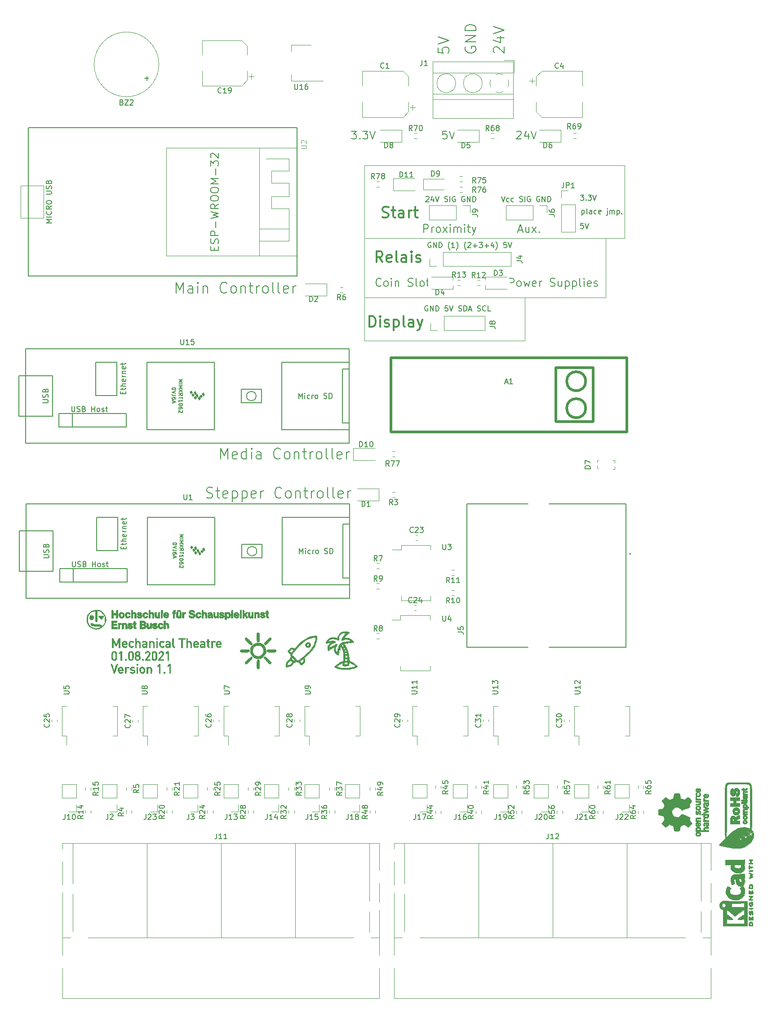
<source format=gto>
%TF.GenerationSoftware,KiCad,Pcbnew,(5.1.9-0-10_14)*%
%TF.CreationDate,2021-08-05T14:32:20+02:00*%
%TF.ProjectId,MechanicalTheatre,4d656368-616e-4696-9361-6c5468656174,rev?*%
%TF.SameCoordinates,Original*%
%TF.FileFunction,Legend,Top*%
%TF.FilePolarity,Positive*%
%FSLAX46Y46*%
G04 Gerber Fmt 4.6, Leading zero omitted, Abs format (unit mm)*
G04 Created by KiCad (PCBNEW (5.1.9-0-10_14)) date 2021-08-05 14:32:20*
%MOMM*%
%LPD*%
G01*
G04 APERTURE LIST*
%ADD10C,0.150000*%
%ADD11C,0.120000*%
%ADD12C,0.300000*%
%ADD13C,0.010000*%
%ADD14C,0.200000*%
%ADD15C,0.127000*%
%ADD16C,0.100000*%
%ADD17C,0.500000*%
%ADD18C,0.015000*%
%ADD19C,2.000000*%
%ADD20R,2.000000X2.000000*%
%ADD21C,7.000000*%
%ADD22C,3.900000*%
%ADD23R,2.000000X1.500000*%
%ADD24R,2.000000X3.800000*%
%ADD25O,1.700000X1.700000*%
%ADD26R,1.700000X1.700000*%
%ADD27C,2.500000*%
%ADD28C,1.500000*%
%ADD29C,3.250000*%
%ADD30C,3.098800*%
%ADD31C,2.362200*%
%ADD32R,2.362200X2.362200*%
%ADD33R,0.900000X1.200000*%
%ADD34C,1.524000*%
%ADD35R,1.524000X1.524000*%
%ADD36C,1.600000*%
%ADD37R,1.600000X1.600000*%
%ADD38C,1.560000*%
%ADD39R,1.560000X1.560000*%
%ADD40C,2.800000*%
%ADD41R,2.800000X2.800000*%
G04 APERTURE END LIST*
D10*
X112518285Y-63060071D02*
X111804000Y-63060071D01*
X111732571Y-63774357D01*
X111804000Y-63702928D01*
X111946857Y-63631500D01*
X112304000Y-63631500D01*
X112446857Y-63702928D01*
X112518285Y-63774357D01*
X112589714Y-63917214D01*
X112589714Y-64274357D01*
X112518285Y-64417214D01*
X112446857Y-64488642D01*
X112304000Y-64560071D01*
X111946857Y-64560071D01*
X111804000Y-64488642D01*
X111732571Y-64417214D01*
X113018285Y-63060071D02*
X113518285Y-64560071D01*
X114018285Y-63060071D01*
X125750285Y-63202928D02*
X125821714Y-63131500D01*
X125964571Y-63060071D01*
X126321714Y-63060071D01*
X126464571Y-63131500D01*
X126536000Y-63202928D01*
X126607428Y-63345785D01*
X126607428Y-63488642D01*
X126536000Y-63702928D01*
X125678857Y-64560071D01*
X126607428Y-64560071D01*
X127893142Y-63560071D02*
X127893142Y-64560071D01*
X127536000Y-62988642D02*
X127178857Y-64060071D01*
X128107428Y-64060071D01*
X128464571Y-63060071D02*
X128964571Y-64560071D01*
X129464571Y-63060071D01*
X94587714Y-63060071D02*
X95516285Y-63060071D01*
X95016285Y-63631500D01*
X95230571Y-63631500D01*
X95373428Y-63702928D01*
X95444857Y-63774357D01*
X95516285Y-63917214D01*
X95516285Y-64274357D01*
X95444857Y-64417214D01*
X95373428Y-64488642D01*
X95230571Y-64560071D01*
X94802000Y-64560071D01*
X94659142Y-64488642D01*
X94587714Y-64417214D01*
X96159142Y-64417214D02*
X96230571Y-64488642D01*
X96159142Y-64560071D01*
X96087714Y-64488642D01*
X96159142Y-64417214D01*
X96159142Y-64560071D01*
X96730571Y-63060071D02*
X97659142Y-63060071D01*
X97159142Y-63631500D01*
X97373428Y-63631500D01*
X97516285Y-63702928D01*
X97587714Y-63774357D01*
X97659142Y-63917214D01*
X97659142Y-64274357D01*
X97587714Y-64417214D01*
X97516285Y-64488642D01*
X97373428Y-64560071D01*
X96944857Y-64560071D01*
X96802000Y-64488642D01*
X96730571Y-64417214D01*
X98087714Y-63060071D02*
X98587714Y-64560071D01*
X99087714Y-63060071D01*
D11*
X146078000Y-83268000D02*
X142522000Y-83268000D01*
X146078000Y-69552000D02*
X146078000Y-83268000D01*
X97056000Y-69552000D02*
X146078000Y-69552000D01*
X97056000Y-83268000D02*
X97056000Y-69552000D01*
X127282000Y-102572000D02*
X127282000Y-94444000D01*
X97056000Y-102572000D02*
X127282000Y-102572000D01*
X97056000Y-94444000D02*
X97056000Y-102572000D01*
X97056000Y-83268000D02*
X97056000Y-94444000D01*
X142522000Y-83268000D02*
X97056000Y-83268000D01*
X142522000Y-94444000D02*
X142522000Y-83268000D01*
X97056000Y-94444000D02*
X142522000Y-94444000D01*
D10*
X61561690Y-93570761D02*
X61561690Y-91570761D01*
X62228357Y-92999333D01*
X62895023Y-91570761D01*
X62895023Y-93570761D01*
X64704547Y-93570761D02*
X64704547Y-92523142D01*
X64609309Y-92332666D01*
X64418833Y-92237428D01*
X64037880Y-92237428D01*
X63847404Y-92332666D01*
X64704547Y-93475523D02*
X64514071Y-93570761D01*
X64037880Y-93570761D01*
X63847404Y-93475523D01*
X63752166Y-93285047D01*
X63752166Y-93094571D01*
X63847404Y-92904095D01*
X64037880Y-92808857D01*
X64514071Y-92808857D01*
X64704547Y-92713619D01*
X65656928Y-93570761D02*
X65656928Y-92237428D01*
X65656928Y-91570761D02*
X65561690Y-91666000D01*
X65656928Y-91761238D01*
X65752166Y-91666000D01*
X65656928Y-91570761D01*
X65656928Y-91761238D01*
X66609309Y-92237428D02*
X66609309Y-93570761D01*
X66609309Y-92427904D02*
X66704547Y-92332666D01*
X66895023Y-92237428D01*
X67180738Y-92237428D01*
X67371214Y-92332666D01*
X67466452Y-92523142D01*
X67466452Y-93570761D01*
X71085500Y-93380285D02*
X70990261Y-93475523D01*
X70704547Y-93570761D01*
X70514071Y-93570761D01*
X70228357Y-93475523D01*
X70037880Y-93285047D01*
X69942642Y-93094571D01*
X69847404Y-92713619D01*
X69847404Y-92427904D01*
X69942642Y-92046952D01*
X70037880Y-91856476D01*
X70228357Y-91666000D01*
X70514071Y-91570761D01*
X70704547Y-91570761D01*
X70990261Y-91666000D01*
X71085500Y-91761238D01*
X72228357Y-93570761D02*
X72037880Y-93475523D01*
X71942642Y-93380285D01*
X71847404Y-93189809D01*
X71847404Y-92618380D01*
X71942642Y-92427904D01*
X72037880Y-92332666D01*
X72228357Y-92237428D01*
X72514071Y-92237428D01*
X72704547Y-92332666D01*
X72799785Y-92427904D01*
X72895023Y-92618380D01*
X72895023Y-93189809D01*
X72799785Y-93380285D01*
X72704547Y-93475523D01*
X72514071Y-93570761D01*
X72228357Y-93570761D01*
X73752166Y-92237428D02*
X73752166Y-93570761D01*
X73752166Y-92427904D02*
X73847404Y-92332666D01*
X74037880Y-92237428D01*
X74323595Y-92237428D01*
X74514071Y-92332666D01*
X74609309Y-92523142D01*
X74609309Y-93570761D01*
X75275976Y-92237428D02*
X76037880Y-92237428D01*
X75561690Y-91570761D02*
X75561690Y-93285047D01*
X75656928Y-93475523D01*
X75847404Y-93570761D01*
X76037880Y-93570761D01*
X76704547Y-93570761D02*
X76704547Y-92237428D01*
X76704547Y-92618380D02*
X76799785Y-92427904D01*
X76895023Y-92332666D01*
X77085500Y-92237428D01*
X77275976Y-92237428D01*
X78228357Y-93570761D02*
X78037880Y-93475523D01*
X77942642Y-93380285D01*
X77847404Y-93189809D01*
X77847404Y-92618380D01*
X77942642Y-92427904D01*
X78037880Y-92332666D01*
X78228357Y-92237428D01*
X78514071Y-92237428D01*
X78704547Y-92332666D01*
X78799785Y-92427904D01*
X78895023Y-92618380D01*
X78895023Y-93189809D01*
X78799785Y-93380285D01*
X78704547Y-93475523D01*
X78514071Y-93570761D01*
X78228357Y-93570761D01*
X80037880Y-93570761D02*
X79847404Y-93475523D01*
X79752166Y-93285047D01*
X79752166Y-91570761D01*
X81085500Y-93570761D02*
X80895023Y-93475523D01*
X80799785Y-93285047D01*
X80799785Y-91570761D01*
X82609309Y-93475523D02*
X82418833Y-93570761D01*
X82037880Y-93570761D01*
X81847404Y-93475523D01*
X81752166Y-93285047D01*
X81752166Y-92523142D01*
X81847404Y-92332666D01*
X82037880Y-92237428D01*
X82418833Y-92237428D01*
X82609309Y-92332666D01*
X82704547Y-92523142D01*
X82704547Y-92713619D01*
X81752166Y-92904095D01*
X83561690Y-93570761D02*
X83561690Y-92237428D01*
X83561690Y-92618380D02*
X83656928Y-92427904D01*
X83752166Y-92332666D01*
X83942642Y-92237428D01*
X84133119Y-92237428D01*
X122845523Y-75354380D02*
X123178857Y-76354380D01*
X123512190Y-75354380D01*
X124274095Y-76306761D02*
X124178857Y-76354380D01*
X123988380Y-76354380D01*
X123893142Y-76306761D01*
X123845523Y-76259142D01*
X123797904Y-76163904D01*
X123797904Y-75878190D01*
X123845523Y-75782952D01*
X123893142Y-75735333D01*
X123988380Y-75687714D01*
X124178857Y-75687714D01*
X124274095Y-75735333D01*
X125131238Y-76306761D02*
X125036000Y-76354380D01*
X124845523Y-76354380D01*
X124750285Y-76306761D01*
X124702666Y-76259142D01*
X124655047Y-76163904D01*
X124655047Y-75878190D01*
X124702666Y-75782952D01*
X124750285Y-75735333D01*
X124845523Y-75687714D01*
X125036000Y-75687714D01*
X125131238Y-75735333D01*
X126274095Y-76306761D02*
X126416952Y-76354380D01*
X126655047Y-76354380D01*
X126750285Y-76306761D01*
X126797904Y-76259142D01*
X126845523Y-76163904D01*
X126845523Y-76068666D01*
X126797904Y-75973428D01*
X126750285Y-75925809D01*
X126655047Y-75878190D01*
X126464571Y-75830571D01*
X126369333Y-75782952D01*
X126321714Y-75735333D01*
X126274095Y-75640095D01*
X126274095Y-75544857D01*
X126321714Y-75449619D01*
X126369333Y-75402000D01*
X126464571Y-75354380D01*
X126702666Y-75354380D01*
X126845523Y-75402000D01*
X127274095Y-76354380D02*
X127274095Y-75354380D01*
X128274095Y-75402000D02*
X128178857Y-75354380D01*
X128036000Y-75354380D01*
X127893142Y-75402000D01*
X127797904Y-75497238D01*
X127750285Y-75592476D01*
X127702666Y-75782952D01*
X127702666Y-75925809D01*
X127750285Y-76116285D01*
X127797904Y-76211523D01*
X127893142Y-76306761D01*
X128036000Y-76354380D01*
X128131238Y-76354380D01*
X128274095Y-76306761D01*
X128321714Y-76259142D01*
X128321714Y-75925809D01*
X128131238Y-75925809D01*
X130036000Y-75402000D02*
X129940761Y-75354380D01*
X129797904Y-75354380D01*
X129655047Y-75402000D01*
X129559809Y-75497238D01*
X129512190Y-75592476D01*
X129464571Y-75782952D01*
X129464571Y-75925809D01*
X129512190Y-76116285D01*
X129559809Y-76211523D01*
X129655047Y-76306761D01*
X129797904Y-76354380D01*
X129893142Y-76354380D01*
X130036000Y-76306761D01*
X130083619Y-76259142D01*
X130083619Y-75925809D01*
X129893142Y-75925809D01*
X130512190Y-76354380D02*
X130512190Y-75354380D01*
X131083619Y-76354380D01*
X131083619Y-75354380D01*
X131559809Y-76354380D02*
X131559809Y-75354380D01*
X131797904Y-75354380D01*
X131940761Y-75402000D01*
X132036000Y-75497238D01*
X132083619Y-75592476D01*
X132131238Y-75782952D01*
X132131238Y-75925809D01*
X132083619Y-76116285D01*
X132036000Y-76211523D01*
X131940761Y-76306761D01*
X131797904Y-76354380D01*
X131559809Y-76354380D01*
X126044000Y-81740000D02*
X126758285Y-81740000D01*
X125901142Y-82168571D02*
X126401142Y-80668571D01*
X126901142Y-82168571D01*
X128044000Y-81168571D02*
X128044000Y-82168571D01*
X127401142Y-81168571D02*
X127401142Y-81954285D01*
X127472571Y-82097142D01*
X127615428Y-82168571D01*
X127829714Y-82168571D01*
X127972571Y-82097142D01*
X128044000Y-82025714D01*
X128615428Y-82168571D02*
X129401142Y-81168571D01*
X128615428Y-81168571D02*
X129401142Y-82168571D01*
X129972571Y-82025714D02*
X130044000Y-82097142D01*
X129972571Y-82168571D01*
X129901142Y-82097142D01*
X129972571Y-82025714D01*
X129972571Y-82168571D01*
X108200857Y-82168571D02*
X108200857Y-80668571D01*
X108772285Y-80668571D01*
X108915142Y-80740000D01*
X108986571Y-80811428D01*
X109058000Y-80954285D01*
X109058000Y-81168571D01*
X108986571Y-81311428D01*
X108915142Y-81382857D01*
X108772285Y-81454285D01*
X108200857Y-81454285D01*
X109700857Y-82168571D02*
X109700857Y-81168571D01*
X109700857Y-81454285D02*
X109772285Y-81311428D01*
X109843714Y-81240000D01*
X109986571Y-81168571D01*
X110129428Y-81168571D01*
X110843714Y-82168571D02*
X110700857Y-82097142D01*
X110629428Y-82025714D01*
X110558000Y-81882857D01*
X110558000Y-81454285D01*
X110629428Y-81311428D01*
X110700857Y-81240000D01*
X110843714Y-81168571D01*
X111058000Y-81168571D01*
X111200857Y-81240000D01*
X111272285Y-81311428D01*
X111343714Y-81454285D01*
X111343714Y-81882857D01*
X111272285Y-82025714D01*
X111200857Y-82097142D01*
X111058000Y-82168571D01*
X110843714Y-82168571D01*
X111843714Y-82168571D02*
X112629428Y-81168571D01*
X111843714Y-81168571D02*
X112629428Y-82168571D01*
X113200857Y-82168571D02*
X113200857Y-81168571D01*
X113200857Y-80668571D02*
X113129428Y-80740000D01*
X113200857Y-80811428D01*
X113272285Y-80740000D01*
X113200857Y-80668571D01*
X113200857Y-80811428D01*
X113915142Y-82168571D02*
X113915142Y-81168571D01*
X113915142Y-81311428D02*
X113986571Y-81240000D01*
X114129428Y-81168571D01*
X114343714Y-81168571D01*
X114486571Y-81240000D01*
X114558000Y-81382857D01*
X114558000Y-82168571D01*
X114558000Y-81382857D02*
X114629428Y-81240000D01*
X114772285Y-81168571D01*
X114986571Y-81168571D01*
X115129428Y-81240000D01*
X115200857Y-81382857D01*
X115200857Y-82168571D01*
X115915142Y-82168571D02*
X115915142Y-81168571D01*
X115915142Y-80668571D02*
X115843714Y-80740000D01*
X115915142Y-80811428D01*
X115986571Y-80740000D01*
X115915142Y-80668571D01*
X115915142Y-80811428D01*
X116415142Y-81168571D02*
X116986571Y-81168571D01*
X116629428Y-80668571D02*
X116629428Y-81954285D01*
X116700857Y-82097142D01*
X116843714Y-82168571D01*
X116986571Y-82168571D01*
X117343714Y-81168571D02*
X117700857Y-82168571D01*
X118058000Y-81168571D02*
X117700857Y-82168571D01*
X117558000Y-82525714D01*
X117486571Y-82597142D01*
X117343714Y-82668571D01*
X137998095Y-77973714D02*
X137998095Y-78973714D01*
X137998095Y-78021333D02*
X138093333Y-77973714D01*
X138283809Y-77973714D01*
X138379047Y-78021333D01*
X138426666Y-78068952D01*
X138474285Y-78164190D01*
X138474285Y-78449904D01*
X138426666Y-78545142D01*
X138379047Y-78592761D01*
X138283809Y-78640380D01*
X138093333Y-78640380D01*
X137998095Y-78592761D01*
X139045714Y-78640380D02*
X138950476Y-78592761D01*
X138902857Y-78497523D01*
X138902857Y-77640380D01*
X139855238Y-78640380D02*
X139855238Y-78116571D01*
X139807619Y-78021333D01*
X139712380Y-77973714D01*
X139521904Y-77973714D01*
X139426666Y-78021333D01*
X139855238Y-78592761D02*
X139760000Y-78640380D01*
X139521904Y-78640380D01*
X139426666Y-78592761D01*
X139379047Y-78497523D01*
X139379047Y-78402285D01*
X139426666Y-78307047D01*
X139521904Y-78259428D01*
X139760000Y-78259428D01*
X139855238Y-78211809D01*
X140760000Y-78592761D02*
X140664761Y-78640380D01*
X140474285Y-78640380D01*
X140379047Y-78592761D01*
X140331428Y-78545142D01*
X140283809Y-78449904D01*
X140283809Y-78164190D01*
X140331428Y-78068952D01*
X140379047Y-78021333D01*
X140474285Y-77973714D01*
X140664761Y-77973714D01*
X140760000Y-78021333D01*
X141569523Y-78592761D02*
X141474285Y-78640380D01*
X141283809Y-78640380D01*
X141188571Y-78592761D01*
X141140952Y-78497523D01*
X141140952Y-78116571D01*
X141188571Y-78021333D01*
X141283809Y-77973714D01*
X141474285Y-77973714D01*
X141569523Y-78021333D01*
X141617142Y-78116571D01*
X141617142Y-78211809D01*
X141140952Y-78307047D01*
X142807619Y-77973714D02*
X142807619Y-78830857D01*
X142760000Y-78926095D01*
X142664761Y-78973714D01*
X142617142Y-78973714D01*
X142807619Y-77640380D02*
X142760000Y-77688000D01*
X142807619Y-77735619D01*
X142855238Y-77688000D01*
X142807619Y-77640380D01*
X142807619Y-77735619D01*
X143283809Y-78640380D02*
X143283809Y-77973714D01*
X143283809Y-78068952D02*
X143331428Y-78021333D01*
X143426666Y-77973714D01*
X143569523Y-77973714D01*
X143664761Y-78021333D01*
X143712380Y-78116571D01*
X143712380Y-78640380D01*
X143712380Y-78116571D02*
X143760000Y-78021333D01*
X143855238Y-77973714D01*
X143998095Y-77973714D01*
X144093333Y-78021333D01*
X144140952Y-78116571D01*
X144140952Y-78640380D01*
X144617142Y-77973714D02*
X144617142Y-78973714D01*
X144617142Y-78021333D02*
X144712380Y-77973714D01*
X144902857Y-77973714D01*
X144998095Y-78021333D01*
X145045714Y-78068952D01*
X145093333Y-78164190D01*
X145093333Y-78449904D01*
X145045714Y-78545142D01*
X144998095Y-78592761D01*
X144902857Y-78640380D01*
X144712380Y-78640380D01*
X144617142Y-78592761D01*
X145521904Y-78545142D02*
X145569523Y-78592761D01*
X145521904Y-78640380D01*
X145474285Y-78592761D01*
X145521904Y-78545142D01*
X145521904Y-78640380D01*
X138267523Y-80434380D02*
X137791333Y-80434380D01*
X137743714Y-80910571D01*
X137791333Y-80862952D01*
X137886571Y-80815333D01*
X138124666Y-80815333D01*
X138219904Y-80862952D01*
X138267523Y-80910571D01*
X138315142Y-81005809D01*
X138315142Y-81243904D01*
X138267523Y-81339142D01*
X138219904Y-81386761D01*
X138124666Y-81434380D01*
X137886571Y-81434380D01*
X137791333Y-81386761D01*
X137743714Y-81339142D01*
X138600857Y-80434380D02*
X138934190Y-81434380D01*
X139267523Y-80434380D01*
X137743809Y-75100380D02*
X138362857Y-75100380D01*
X138029523Y-75481333D01*
X138172380Y-75481333D01*
X138267619Y-75528952D01*
X138315238Y-75576571D01*
X138362857Y-75671809D01*
X138362857Y-75909904D01*
X138315238Y-76005142D01*
X138267619Y-76052761D01*
X138172380Y-76100380D01*
X137886666Y-76100380D01*
X137791428Y-76052761D01*
X137743809Y-76005142D01*
X138791428Y-76005142D02*
X138839047Y-76052761D01*
X138791428Y-76100380D01*
X138743809Y-76052761D01*
X138791428Y-76005142D01*
X138791428Y-76100380D01*
X139172380Y-75100380D02*
X139791428Y-75100380D01*
X139458095Y-75481333D01*
X139600952Y-75481333D01*
X139696190Y-75528952D01*
X139743809Y-75576571D01*
X139791428Y-75671809D01*
X139791428Y-75909904D01*
X139743809Y-76005142D01*
X139696190Y-76052761D01*
X139600952Y-76100380D01*
X139315238Y-76100380D01*
X139220000Y-76052761D01*
X139172380Y-76005142D01*
X140077142Y-75100380D02*
X140410476Y-76100380D01*
X140743809Y-75100380D01*
X124330285Y-92328571D02*
X124330285Y-90828571D01*
X124901714Y-90828571D01*
X125044571Y-90900000D01*
X125116000Y-90971428D01*
X125187428Y-91114285D01*
X125187428Y-91328571D01*
X125116000Y-91471428D01*
X125044571Y-91542857D01*
X124901714Y-91614285D01*
X124330285Y-91614285D01*
X126044571Y-92328571D02*
X125901714Y-92257142D01*
X125830285Y-92185714D01*
X125758857Y-92042857D01*
X125758857Y-91614285D01*
X125830285Y-91471428D01*
X125901714Y-91400000D01*
X126044571Y-91328571D01*
X126258857Y-91328571D01*
X126401714Y-91400000D01*
X126473142Y-91471428D01*
X126544571Y-91614285D01*
X126544571Y-92042857D01*
X126473142Y-92185714D01*
X126401714Y-92257142D01*
X126258857Y-92328571D01*
X126044571Y-92328571D01*
X127044571Y-91328571D02*
X127330285Y-92328571D01*
X127616000Y-91614285D01*
X127901714Y-92328571D01*
X128187428Y-91328571D01*
X129330285Y-92257142D02*
X129187428Y-92328571D01*
X128901714Y-92328571D01*
X128758857Y-92257142D01*
X128687428Y-92114285D01*
X128687428Y-91542857D01*
X128758857Y-91400000D01*
X128901714Y-91328571D01*
X129187428Y-91328571D01*
X129330285Y-91400000D01*
X129401714Y-91542857D01*
X129401714Y-91685714D01*
X128687428Y-91828571D01*
X130044571Y-92328571D02*
X130044571Y-91328571D01*
X130044571Y-91614285D02*
X130116000Y-91471428D01*
X130187428Y-91400000D01*
X130330285Y-91328571D01*
X130473142Y-91328571D01*
X132044571Y-92257142D02*
X132258857Y-92328571D01*
X132616000Y-92328571D01*
X132758857Y-92257142D01*
X132830285Y-92185714D01*
X132901714Y-92042857D01*
X132901714Y-91900000D01*
X132830285Y-91757142D01*
X132758857Y-91685714D01*
X132616000Y-91614285D01*
X132330285Y-91542857D01*
X132187428Y-91471428D01*
X132116000Y-91400000D01*
X132044571Y-91257142D01*
X132044571Y-91114285D01*
X132116000Y-90971428D01*
X132187428Y-90900000D01*
X132330285Y-90828571D01*
X132687428Y-90828571D01*
X132901714Y-90900000D01*
X134187428Y-91328571D02*
X134187428Y-92328571D01*
X133544571Y-91328571D02*
X133544571Y-92114285D01*
X133616000Y-92257142D01*
X133758857Y-92328571D01*
X133973142Y-92328571D01*
X134116000Y-92257142D01*
X134187428Y-92185714D01*
X134901714Y-91328571D02*
X134901714Y-92828571D01*
X134901714Y-91400000D02*
X135044571Y-91328571D01*
X135330285Y-91328571D01*
X135473142Y-91400000D01*
X135544571Y-91471428D01*
X135616000Y-91614285D01*
X135616000Y-92042857D01*
X135544571Y-92185714D01*
X135473142Y-92257142D01*
X135330285Y-92328571D01*
X135044571Y-92328571D01*
X134901714Y-92257142D01*
X136258857Y-91328571D02*
X136258857Y-92828571D01*
X136258857Y-91400000D02*
X136401714Y-91328571D01*
X136687428Y-91328571D01*
X136830285Y-91400000D01*
X136901714Y-91471428D01*
X136973142Y-91614285D01*
X136973142Y-92042857D01*
X136901714Y-92185714D01*
X136830285Y-92257142D01*
X136687428Y-92328571D01*
X136401714Y-92328571D01*
X136258857Y-92257142D01*
X137830285Y-92328571D02*
X137687428Y-92257142D01*
X137616000Y-92114285D01*
X137616000Y-90828571D01*
X138401714Y-92328571D02*
X138401714Y-91328571D01*
X138401714Y-90828571D02*
X138330285Y-90900000D01*
X138401714Y-90971428D01*
X138473142Y-90900000D01*
X138401714Y-90828571D01*
X138401714Y-90971428D01*
X139687428Y-92257142D02*
X139544571Y-92328571D01*
X139258857Y-92328571D01*
X139116000Y-92257142D01*
X139044571Y-92114285D01*
X139044571Y-91542857D01*
X139116000Y-91400000D01*
X139258857Y-91328571D01*
X139544571Y-91328571D01*
X139687428Y-91400000D01*
X139758857Y-91542857D01*
X139758857Y-91685714D01*
X139044571Y-91828571D01*
X140330285Y-92257142D02*
X140473142Y-92328571D01*
X140758857Y-92328571D01*
X140901714Y-92257142D01*
X140973142Y-92114285D01*
X140973142Y-92042857D01*
X140901714Y-91900000D01*
X140758857Y-91828571D01*
X140544571Y-91828571D01*
X140401714Y-91757142D01*
X140330285Y-91614285D01*
X140330285Y-91542857D01*
X140401714Y-91400000D01*
X140544571Y-91328571D01*
X140758857Y-91328571D01*
X140901714Y-91400000D01*
X100132285Y-92185714D02*
X100060857Y-92257142D01*
X99846571Y-92328571D01*
X99703714Y-92328571D01*
X99489428Y-92257142D01*
X99346571Y-92114285D01*
X99275142Y-91971428D01*
X99203714Y-91685714D01*
X99203714Y-91471428D01*
X99275142Y-91185714D01*
X99346571Y-91042857D01*
X99489428Y-90900000D01*
X99703714Y-90828571D01*
X99846571Y-90828571D01*
X100060857Y-90900000D01*
X100132285Y-90971428D01*
X100989428Y-92328571D02*
X100846571Y-92257142D01*
X100775142Y-92185714D01*
X100703714Y-92042857D01*
X100703714Y-91614285D01*
X100775142Y-91471428D01*
X100846571Y-91400000D01*
X100989428Y-91328571D01*
X101203714Y-91328571D01*
X101346571Y-91400000D01*
X101418000Y-91471428D01*
X101489428Y-91614285D01*
X101489428Y-92042857D01*
X101418000Y-92185714D01*
X101346571Y-92257142D01*
X101203714Y-92328571D01*
X100989428Y-92328571D01*
X102132285Y-92328571D02*
X102132285Y-91328571D01*
X102132285Y-90828571D02*
X102060857Y-90900000D01*
X102132285Y-90971428D01*
X102203714Y-90900000D01*
X102132285Y-90828571D01*
X102132285Y-90971428D01*
X102846571Y-91328571D02*
X102846571Y-92328571D01*
X102846571Y-91471428D02*
X102918000Y-91400000D01*
X103060857Y-91328571D01*
X103275142Y-91328571D01*
X103418000Y-91400000D01*
X103489428Y-91542857D01*
X103489428Y-92328571D01*
X105275142Y-92257142D02*
X105489428Y-92328571D01*
X105846571Y-92328571D01*
X105989428Y-92257142D01*
X106060857Y-92185714D01*
X106132285Y-92042857D01*
X106132285Y-91900000D01*
X106060857Y-91757142D01*
X105989428Y-91685714D01*
X105846571Y-91614285D01*
X105560857Y-91542857D01*
X105418000Y-91471428D01*
X105346571Y-91400000D01*
X105275142Y-91257142D01*
X105275142Y-91114285D01*
X105346571Y-90971428D01*
X105418000Y-90900000D01*
X105560857Y-90828571D01*
X105918000Y-90828571D01*
X106132285Y-90900000D01*
X106989428Y-92328571D02*
X106846571Y-92257142D01*
X106775142Y-92114285D01*
X106775142Y-90828571D01*
X107775142Y-92328571D02*
X107632285Y-92257142D01*
X107560857Y-92185714D01*
X107489428Y-92042857D01*
X107489428Y-91614285D01*
X107560857Y-91471428D01*
X107632285Y-91400000D01*
X107775142Y-91328571D01*
X107989428Y-91328571D01*
X108132285Y-91400000D01*
X108203714Y-91471428D01*
X108275142Y-91614285D01*
X108275142Y-92042857D01*
X108203714Y-92185714D01*
X108132285Y-92257142D01*
X107989428Y-92328571D01*
X107775142Y-92328571D01*
X108703714Y-91328571D02*
X109275142Y-91328571D01*
X108918000Y-90828571D02*
X108918000Y-92114285D01*
X108989428Y-92257142D01*
X109132285Y-92328571D01*
X109275142Y-92328571D01*
X67308452Y-132083523D02*
X67594166Y-132178761D01*
X68070357Y-132178761D01*
X68260833Y-132083523D01*
X68356071Y-131988285D01*
X68451309Y-131797809D01*
X68451309Y-131607333D01*
X68356071Y-131416857D01*
X68260833Y-131321619D01*
X68070357Y-131226380D01*
X67689404Y-131131142D01*
X67498928Y-131035904D01*
X67403690Y-130940666D01*
X67308452Y-130750190D01*
X67308452Y-130559714D01*
X67403690Y-130369238D01*
X67498928Y-130274000D01*
X67689404Y-130178761D01*
X68165595Y-130178761D01*
X68451309Y-130274000D01*
X69022738Y-130845428D02*
X69784642Y-130845428D01*
X69308452Y-130178761D02*
X69308452Y-131893047D01*
X69403690Y-132083523D01*
X69594166Y-132178761D01*
X69784642Y-132178761D01*
X71213214Y-132083523D02*
X71022738Y-132178761D01*
X70641785Y-132178761D01*
X70451309Y-132083523D01*
X70356071Y-131893047D01*
X70356071Y-131131142D01*
X70451309Y-130940666D01*
X70641785Y-130845428D01*
X71022738Y-130845428D01*
X71213214Y-130940666D01*
X71308452Y-131131142D01*
X71308452Y-131321619D01*
X70356071Y-131512095D01*
X72165595Y-130845428D02*
X72165595Y-132845428D01*
X72165595Y-130940666D02*
X72356071Y-130845428D01*
X72737023Y-130845428D01*
X72927500Y-130940666D01*
X73022738Y-131035904D01*
X73117976Y-131226380D01*
X73117976Y-131797809D01*
X73022738Y-131988285D01*
X72927500Y-132083523D01*
X72737023Y-132178761D01*
X72356071Y-132178761D01*
X72165595Y-132083523D01*
X73975119Y-130845428D02*
X73975119Y-132845428D01*
X73975119Y-130940666D02*
X74165595Y-130845428D01*
X74546547Y-130845428D01*
X74737023Y-130940666D01*
X74832261Y-131035904D01*
X74927500Y-131226380D01*
X74927500Y-131797809D01*
X74832261Y-131988285D01*
X74737023Y-132083523D01*
X74546547Y-132178761D01*
X74165595Y-132178761D01*
X73975119Y-132083523D01*
X76546547Y-132083523D02*
X76356071Y-132178761D01*
X75975119Y-132178761D01*
X75784642Y-132083523D01*
X75689404Y-131893047D01*
X75689404Y-131131142D01*
X75784642Y-130940666D01*
X75975119Y-130845428D01*
X76356071Y-130845428D01*
X76546547Y-130940666D01*
X76641785Y-131131142D01*
X76641785Y-131321619D01*
X75689404Y-131512095D01*
X77498928Y-132178761D02*
X77498928Y-130845428D01*
X77498928Y-131226380D02*
X77594166Y-131035904D01*
X77689404Y-130940666D01*
X77879880Y-130845428D01*
X78070357Y-130845428D01*
X81403690Y-131988285D02*
X81308452Y-132083523D01*
X81022738Y-132178761D01*
X80832261Y-132178761D01*
X80546547Y-132083523D01*
X80356071Y-131893047D01*
X80260833Y-131702571D01*
X80165595Y-131321619D01*
X80165595Y-131035904D01*
X80260833Y-130654952D01*
X80356071Y-130464476D01*
X80546547Y-130274000D01*
X80832261Y-130178761D01*
X81022738Y-130178761D01*
X81308452Y-130274000D01*
X81403690Y-130369238D01*
X82546547Y-132178761D02*
X82356071Y-132083523D01*
X82260833Y-131988285D01*
X82165595Y-131797809D01*
X82165595Y-131226380D01*
X82260833Y-131035904D01*
X82356071Y-130940666D01*
X82546547Y-130845428D01*
X82832261Y-130845428D01*
X83022738Y-130940666D01*
X83117976Y-131035904D01*
X83213214Y-131226380D01*
X83213214Y-131797809D01*
X83117976Y-131988285D01*
X83022738Y-132083523D01*
X82832261Y-132178761D01*
X82546547Y-132178761D01*
X84070357Y-130845428D02*
X84070357Y-132178761D01*
X84070357Y-131035904D02*
X84165595Y-130940666D01*
X84356071Y-130845428D01*
X84641785Y-130845428D01*
X84832261Y-130940666D01*
X84927500Y-131131142D01*
X84927500Y-132178761D01*
X85594166Y-130845428D02*
X86356071Y-130845428D01*
X85879880Y-130178761D02*
X85879880Y-131893047D01*
X85975119Y-132083523D01*
X86165595Y-132178761D01*
X86356071Y-132178761D01*
X87022738Y-132178761D02*
X87022738Y-130845428D01*
X87022738Y-131226380D02*
X87117976Y-131035904D01*
X87213214Y-130940666D01*
X87403690Y-130845428D01*
X87594166Y-130845428D01*
X88546547Y-132178761D02*
X88356071Y-132083523D01*
X88260833Y-131988285D01*
X88165595Y-131797809D01*
X88165595Y-131226380D01*
X88260833Y-131035904D01*
X88356071Y-130940666D01*
X88546547Y-130845428D01*
X88832261Y-130845428D01*
X89022738Y-130940666D01*
X89117976Y-131035904D01*
X89213214Y-131226380D01*
X89213214Y-131797809D01*
X89117976Y-131988285D01*
X89022738Y-132083523D01*
X88832261Y-132178761D01*
X88546547Y-132178761D01*
X90356071Y-132178761D02*
X90165595Y-132083523D01*
X90070357Y-131893047D01*
X90070357Y-130178761D01*
X91403690Y-132178761D02*
X91213214Y-132083523D01*
X91117976Y-131893047D01*
X91117976Y-130178761D01*
X92927500Y-132083523D02*
X92737023Y-132178761D01*
X92356071Y-132178761D01*
X92165595Y-132083523D01*
X92070357Y-131893047D01*
X92070357Y-131131142D01*
X92165595Y-130940666D01*
X92356071Y-130845428D01*
X92737023Y-130845428D01*
X92927500Y-130940666D01*
X93022738Y-131131142D01*
X93022738Y-131321619D01*
X92070357Y-131512095D01*
X93879880Y-132178761D02*
X93879880Y-130845428D01*
X93879880Y-131226380D02*
X93975119Y-131035904D01*
X94070357Y-130940666D01*
X94260833Y-130845428D01*
X94451309Y-130845428D01*
X69943690Y-124812761D02*
X69943690Y-122812761D01*
X70610357Y-124241333D01*
X71277023Y-122812761D01*
X71277023Y-124812761D01*
X72991309Y-124717523D02*
X72800833Y-124812761D01*
X72419880Y-124812761D01*
X72229404Y-124717523D01*
X72134166Y-124527047D01*
X72134166Y-123765142D01*
X72229404Y-123574666D01*
X72419880Y-123479428D01*
X72800833Y-123479428D01*
X72991309Y-123574666D01*
X73086547Y-123765142D01*
X73086547Y-123955619D01*
X72134166Y-124146095D01*
X74800833Y-124812761D02*
X74800833Y-122812761D01*
X74800833Y-124717523D02*
X74610357Y-124812761D01*
X74229404Y-124812761D01*
X74038928Y-124717523D01*
X73943690Y-124622285D01*
X73848452Y-124431809D01*
X73848452Y-123860380D01*
X73943690Y-123669904D01*
X74038928Y-123574666D01*
X74229404Y-123479428D01*
X74610357Y-123479428D01*
X74800833Y-123574666D01*
X75753214Y-124812761D02*
X75753214Y-123479428D01*
X75753214Y-122812761D02*
X75657976Y-122908000D01*
X75753214Y-123003238D01*
X75848452Y-122908000D01*
X75753214Y-122812761D01*
X75753214Y-123003238D01*
X77562738Y-124812761D02*
X77562738Y-123765142D01*
X77467500Y-123574666D01*
X77277023Y-123479428D01*
X76896071Y-123479428D01*
X76705595Y-123574666D01*
X77562738Y-124717523D02*
X77372261Y-124812761D01*
X76896071Y-124812761D01*
X76705595Y-124717523D01*
X76610357Y-124527047D01*
X76610357Y-124336571D01*
X76705595Y-124146095D01*
X76896071Y-124050857D01*
X77372261Y-124050857D01*
X77562738Y-123955619D01*
X81181785Y-124622285D02*
X81086547Y-124717523D01*
X80800833Y-124812761D01*
X80610357Y-124812761D01*
X80324642Y-124717523D01*
X80134166Y-124527047D01*
X80038928Y-124336571D01*
X79943690Y-123955619D01*
X79943690Y-123669904D01*
X80038928Y-123288952D01*
X80134166Y-123098476D01*
X80324642Y-122908000D01*
X80610357Y-122812761D01*
X80800833Y-122812761D01*
X81086547Y-122908000D01*
X81181785Y-123003238D01*
X82324642Y-124812761D02*
X82134166Y-124717523D01*
X82038928Y-124622285D01*
X81943690Y-124431809D01*
X81943690Y-123860380D01*
X82038928Y-123669904D01*
X82134166Y-123574666D01*
X82324642Y-123479428D01*
X82610357Y-123479428D01*
X82800833Y-123574666D01*
X82896071Y-123669904D01*
X82991309Y-123860380D01*
X82991309Y-124431809D01*
X82896071Y-124622285D01*
X82800833Y-124717523D01*
X82610357Y-124812761D01*
X82324642Y-124812761D01*
X83848452Y-123479428D02*
X83848452Y-124812761D01*
X83848452Y-123669904D02*
X83943690Y-123574666D01*
X84134166Y-123479428D01*
X84419880Y-123479428D01*
X84610357Y-123574666D01*
X84705595Y-123765142D01*
X84705595Y-124812761D01*
X85372261Y-123479428D02*
X86134166Y-123479428D01*
X85657976Y-122812761D02*
X85657976Y-124527047D01*
X85753214Y-124717523D01*
X85943690Y-124812761D01*
X86134166Y-124812761D01*
X86800833Y-124812761D02*
X86800833Y-123479428D01*
X86800833Y-123860380D02*
X86896071Y-123669904D01*
X86991309Y-123574666D01*
X87181785Y-123479428D01*
X87372261Y-123479428D01*
X88324642Y-124812761D02*
X88134166Y-124717523D01*
X88038928Y-124622285D01*
X87943690Y-124431809D01*
X87943690Y-123860380D01*
X88038928Y-123669904D01*
X88134166Y-123574666D01*
X88324642Y-123479428D01*
X88610357Y-123479428D01*
X88800833Y-123574666D01*
X88896071Y-123669904D01*
X88991309Y-123860380D01*
X88991309Y-124431809D01*
X88896071Y-124622285D01*
X88800833Y-124717523D01*
X88610357Y-124812761D01*
X88324642Y-124812761D01*
X90134166Y-124812761D02*
X89943690Y-124717523D01*
X89848452Y-124527047D01*
X89848452Y-122812761D01*
X91181785Y-124812761D02*
X90991309Y-124717523D01*
X90896071Y-124527047D01*
X90896071Y-122812761D01*
X92705595Y-124717523D02*
X92515119Y-124812761D01*
X92134166Y-124812761D01*
X91943690Y-124717523D01*
X91848452Y-124527047D01*
X91848452Y-123765142D01*
X91943690Y-123574666D01*
X92134166Y-123479428D01*
X92515119Y-123479428D01*
X92705595Y-123574666D01*
X92800833Y-123765142D01*
X92800833Y-123955619D01*
X91848452Y-124146095D01*
X93657976Y-124812761D02*
X93657976Y-123479428D01*
X93657976Y-123860380D02*
X93753214Y-123669904D01*
X93848452Y-123574666D01*
X94038928Y-123479428D01*
X94229404Y-123479428D01*
X108621523Y-75449619D02*
X108669142Y-75402000D01*
X108764380Y-75354380D01*
X109002476Y-75354380D01*
X109097714Y-75402000D01*
X109145333Y-75449619D01*
X109192952Y-75544857D01*
X109192952Y-75640095D01*
X109145333Y-75782952D01*
X108573904Y-76354380D01*
X109192952Y-76354380D01*
X110050095Y-75687714D02*
X110050095Y-76354380D01*
X109812000Y-75306761D02*
X109573904Y-76021047D01*
X110192952Y-76021047D01*
X110431047Y-75354380D02*
X110764380Y-76354380D01*
X111097714Y-75354380D01*
X112145333Y-76306761D02*
X112288190Y-76354380D01*
X112526285Y-76354380D01*
X112621523Y-76306761D01*
X112669142Y-76259142D01*
X112716761Y-76163904D01*
X112716761Y-76068666D01*
X112669142Y-75973428D01*
X112621523Y-75925809D01*
X112526285Y-75878190D01*
X112335809Y-75830571D01*
X112240571Y-75782952D01*
X112192952Y-75735333D01*
X112145333Y-75640095D01*
X112145333Y-75544857D01*
X112192952Y-75449619D01*
X112240571Y-75402000D01*
X112335809Y-75354380D01*
X112573904Y-75354380D01*
X112716761Y-75402000D01*
X113145333Y-76354380D02*
X113145333Y-75354380D01*
X114145333Y-75402000D02*
X114050095Y-75354380D01*
X113907238Y-75354380D01*
X113764380Y-75402000D01*
X113669142Y-75497238D01*
X113621523Y-75592476D01*
X113573904Y-75782952D01*
X113573904Y-75925809D01*
X113621523Y-76116285D01*
X113669142Y-76211523D01*
X113764380Y-76306761D01*
X113907238Y-76354380D01*
X114002476Y-76354380D01*
X114145333Y-76306761D01*
X114192952Y-76259142D01*
X114192952Y-75925809D01*
X114002476Y-75925809D01*
X115907238Y-75402000D02*
X115812000Y-75354380D01*
X115669142Y-75354380D01*
X115526285Y-75402000D01*
X115431047Y-75497238D01*
X115383428Y-75592476D01*
X115335809Y-75782952D01*
X115335809Y-75925809D01*
X115383428Y-76116285D01*
X115431047Y-76211523D01*
X115526285Y-76306761D01*
X115669142Y-76354380D01*
X115764380Y-76354380D01*
X115907238Y-76306761D01*
X115954857Y-76259142D01*
X115954857Y-75925809D01*
X115764380Y-75925809D01*
X116383428Y-76354380D02*
X116383428Y-75354380D01*
X116954857Y-76354380D01*
X116954857Y-75354380D01*
X117431047Y-76354380D02*
X117431047Y-75354380D01*
X117669142Y-75354380D01*
X117812000Y-75402000D01*
X117907238Y-75497238D01*
X117954857Y-75592476D01*
X118002476Y-75782952D01*
X118002476Y-75925809D01*
X117954857Y-76116285D01*
X117907238Y-76211523D01*
X117812000Y-76306761D01*
X117669142Y-76354380D01*
X117431047Y-76354380D01*
X108958761Y-96020000D02*
X108863523Y-95972380D01*
X108720666Y-95972380D01*
X108577809Y-96020000D01*
X108482571Y-96115238D01*
X108434952Y-96210476D01*
X108387333Y-96400952D01*
X108387333Y-96543809D01*
X108434952Y-96734285D01*
X108482571Y-96829523D01*
X108577809Y-96924761D01*
X108720666Y-96972380D01*
X108815904Y-96972380D01*
X108958761Y-96924761D01*
X109006380Y-96877142D01*
X109006380Y-96543809D01*
X108815904Y-96543809D01*
X109434952Y-96972380D02*
X109434952Y-95972380D01*
X110006380Y-96972380D01*
X110006380Y-95972380D01*
X110482571Y-96972380D02*
X110482571Y-95972380D01*
X110720666Y-95972380D01*
X110863523Y-96020000D01*
X110958761Y-96115238D01*
X111006380Y-96210476D01*
X111054000Y-96400952D01*
X111054000Y-96543809D01*
X111006380Y-96734285D01*
X110958761Y-96829523D01*
X110863523Y-96924761D01*
X110720666Y-96972380D01*
X110482571Y-96972380D01*
X112720666Y-95972380D02*
X112244476Y-95972380D01*
X112196857Y-96448571D01*
X112244476Y-96400952D01*
X112339714Y-96353333D01*
X112577809Y-96353333D01*
X112673047Y-96400952D01*
X112720666Y-96448571D01*
X112768285Y-96543809D01*
X112768285Y-96781904D01*
X112720666Y-96877142D01*
X112673047Y-96924761D01*
X112577809Y-96972380D01*
X112339714Y-96972380D01*
X112244476Y-96924761D01*
X112196857Y-96877142D01*
X113054000Y-95972380D02*
X113387333Y-96972380D01*
X113720666Y-95972380D01*
X114768285Y-96924761D02*
X114911142Y-96972380D01*
X115149238Y-96972380D01*
X115244476Y-96924761D01*
X115292095Y-96877142D01*
X115339714Y-96781904D01*
X115339714Y-96686666D01*
X115292095Y-96591428D01*
X115244476Y-96543809D01*
X115149238Y-96496190D01*
X114958761Y-96448571D01*
X114863523Y-96400952D01*
X114815904Y-96353333D01*
X114768285Y-96258095D01*
X114768285Y-96162857D01*
X114815904Y-96067619D01*
X114863523Y-96020000D01*
X114958761Y-95972380D01*
X115196857Y-95972380D01*
X115339714Y-96020000D01*
X115768285Y-96972380D02*
X115768285Y-95972380D01*
X116006380Y-95972380D01*
X116149238Y-96020000D01*
X116244476Y-96115238D01*
X116292095Y-96210476D01*
X116339714Y-96400952D01*
X116339714Y-96543809D01*
X116292095Y-96734285D01*
X116244476Y-96829523D01*
X116149238Y-96924761D01*
X116006380Y-96972380D01*
X115768285Y-96972380D01*
X116720666Y-96686666D02*
X117196857Y-96686666D01*
X116625428Y-96972380D02*
X116958761Y-95972380D01*
X117292095Y-96972380D01*
X118339714Y-96924761D02*
X118482571Y-96972380D01*
X118720666Y-96972380D01*
X118815904Y-96924761D01*
X118863523Y-96877142D01*
X118911142Y-96781904D01*
X118911142Y-96686666D01*
X118863523Y-96591428D01*
X118815904Y-96543809D01*
X118720666Y-96496190D01*
X118530190Y-96448571D01*
X118434952Y-96400952D01*
X118387333Y-96353333D01*
X118339714Y-96258095D01*
X118339714Y-96162857D01*
X118387333Y-96067619D01*
X118434952Y-96020000D01*
X118530190Y-95972380D01*
X118768285Y-95972380D01*
X118911142Y-96020000D01*
X119911142Y-96877142D02*
X119863523Y-96924761D01*
X119720666Y-96972380D01*
X119625428Y-96972380D01*
X119482571Y-96924761D01*
X119387333Y-96829523D01*
X119339714Y-96734285D01*
X119292095Y-96543809D01*
X119292095Y-96400952D01*
X119339714Y-96210476D01*
X119387333Y-96115238D01*
X119482571Y-96020000D01*
X119625428Y-95972380D01*
X119720666Y-95972380D01*
X119863523Y-96020000D01*
X119911142Y-96067619D01*
X120815904Y-96972380D02*
X120339714Y-96972380D01*
X120339714Y-95972380D01*
X109554285Y-84082000D02*
X109459047Y-84034380D01*
X109316190Y-84034380D01*
X109173333Y-84082000D01*
X109078095Y-84177238D01*
X109030476Y-84272476D01*
X108982857Y-84462952D01*
X108982857Y-84605809D01*
X109030476Y-84796285D01*
X109078095Y-84891523D01*
X109173333Y-84986761D01*
X109316190Y-85034380D01*
X109411428Y-85034380D01*
X109554285Y-84986761D01*
X109601904Y-84939142D01*
X109601904Y-84605809D01*
X109411428Y-84605809D01*
X110030476Y-85034380D02*
X110030476Y-84034380D01*
X110601904Y-85034380D01*
X110601904Y-84034380D01*
X111078095Y-85034380D02*
X111078095Y-84034380D01*
X111316190Y-84034380D01*
X111459047Y-84082000D01*
X111554285Y-84177238D01*
X111601904Y-84272476D01*
X111649523Y-84462952D01*
X111649523Y-84605809D01*
X111601904Y-84796285D01*
X111554285Y-84891523D01*
X111459047Y-84986761D01*
X111316190Y-85034380D01*
X111078095Y-85034380D01*
X113125714Y-85415333D02*
X113078095Y-85367714D01*
X112982857Y-85224857D01*
X112935238Y-85129619D01*
X112887619Y-84986761D01*
X112840000Y-84748666D01*
X112840000Y-84558190D01*
X112887619Y-84320095D01*
X112935238Y-84177238D01*
X112982857Y-84082000D01*
X113078095Y-83939142D01*
X113125714Y-83891523D01*
X114030476Y-85034380D02*
X113459047Y-85034380D01*
X113744761Y-85034380D02*
X113744761Y-84034380D01*
X113649523Y-84177238D01*
X113554285Y-84272476D01*
X113459047Y-84320095D01*
X114363809Y-85415333D02*
X114411428Y-85367714D01*
X114506666Y-85224857D01*
X114554285Y-85129619D01*
X114601904Y-84986761D01*
X114649523Y-84748666D01*
X114649523Y-84558190D01*
X114601904Y-84320095D01*
X114554285Y-84177238D01*
X114506666Y-84082000D01*
X114411428Y-83939142D01*
X114363809Y-83891523D01*
X116173333Y-85415333D02*
X116125714Y-85367714D01*
X116030476Y-85224857D01*
X115982857Y-85129619D01*
X115935238Y-84986761D01*
X115887619Y-84748666D01*
X115887619Y-84558190D01*
X115935238Y-84320095D01*
X115982857Y-84177238D01*
X116030476Y-84082000D01*
X116125714Y-83939142D01*
X116173333Y-83891523D01*
X116506666Y-84129619D02*
X116554285Y-84082000D01*
X116649523Y-84034380D01*
X116887619Y-84034380D01*
X116982857Y-84082000D01*
X117030476Y-84129619D01*
X117078095Y-84224857D01*
X117078095Y-84320095D01*
X117030476Y-84462952D01*
X116459047Y-85034380D01*
X117078095Y-85034380D01*
X117506666Y-84653428D02*
X118268571Y-84653428D01*
X117887619Y-85034380D02*
X117887619Y-84272476D01*
X118649523Y-84034380D02*
X119268571Y-84034380D01*
X118935238Y-84415333D01*
X119078095Y-84415333D01*
X119173333Y-84462952D01*
X119220952Y-84510571D01*
X119268571Y-84605809D01*
X119268571Y-84843904D01*
X119220952Y-84939142D01*
X119173333Y-84986761D01*
X119078095Y-85034380D01*
X118792380Y-85034380D01*
X118697142Y-84986761D01*
X118649523Y-84939142D01*
X119697142Y-84653428D02*
X120459047Y-84653428D01*
X120078095Y-85034380D02*
X120078095Y-84272476D01*
X121363809Y-84367714D02*
X121363809Y-85034380D01*
X121125714Y-83986761D02*
X120887619Y-84701047D01*
X121506666Y-84701047D01*
X121792380Y-85415333D02*
X121840000Y-85367714D01*
X121935238Y-85224857D01*
X121982857Y-85129619D01*
X122030476Y-84986761D01*
X122078095Y-84748666D01*
X122078095Y-84558190D01*
X122030476Y-84320095D01*
X121982857Y-84177238D01*
X121935238Y-84082000D01*
X121840000Y-83939142D01*
X121792380Y-83891523D01*
X123792380Y-84034380D02*
X123316190Y-84034380D01*
X123268571Y-84510571D01*
X123316190Y-84462952D01*
X123411428Y-84415333D01*
X123649523Y-84415333D01*
X123744761Y-84462952D01*
X123792380Y-84510571D01*
X123840000Y-84605809D01*
X123840000Y-84843904D01*
X123792380Y-84939142D01*
X123744761Y-84986761D01*
X123649523Y-85034380D01*
X123411428Y-85034380D01*
X123316190Y-84986761D01*
X123268571Y-84939142D01*
X124125714Y-84034380D02*
X124459047Y-85034380D01*
X124792380Y-84034380D01*
D12*
X97993238Y-99920761D02*
X97993238Y-97920761D01*
X98469428Y-97920761D01*
X98755142Y-98016000D01*
X98945619Y-98206476D01*
X99040857Y-98396952D01*
X99136095Y-98777904D01*
X99136095Y-99063619D01*
X99040857Y-99444571D01*
X98945619Y-99635047D01*
X98755142Y-99825523D01*
X98469428Y-99920761D01*
X97993238Y-99920761D01*
X99993238Y-99920761D02*
X99993238Y-98587428D01*
X99993238Y-97920761D02*
X99898000Y-98016000D01*
X99993238Y-98111238D01*
X100088476Y-98016000D01*
X99993238Y-97920761D01*
X99993238Y-98111238D01*
X100850380Y-99825523D02*
X101040857Y-99920761D01*
X101421809Y-99920761D01*
X101612285Y-99825523D01*
X101707523Y-99635047D01*
X101707523Y-99539809D01*
X101612285Y-99349333D01*
X101421809Y-99254095D01*
X101136095Y-99254095D01*
X100945619Y-99158857D01*
X100850380Y-98968380D01*
X100850380Y-98873142D01*
X100945619Y-98682666D01*
X101136095Y-98587428D01*
X101421809Y-98587428D01*
X101612285Y-98682666D01*
X102564666Y-98587428D02*
X102564666Y-100587428D01*
X102564666Y-98682666D02*
X102755142Y-98587428D01*
X103136095Y-98587428D01*
X103326571Y-98682666D01*
X103421809Y-98777904D01*
X103517047Y-98968380D01*
X103517047Y-99539809D01*
X103421809Y-99730285D01*
X103326571Y-99825523D01*
X103136095Y-99920761D01*
X102755142Y-99920761D01*
X102564666Y-99825523D01*
X104659904Y-99920761D02*
X104469428Y-99825523D01*
X104374190Y-99635047D01*
X104374190Y-97920761D01*
X106278952Y-99920761D02*
X106278952Y-98873142D01*
X106183714Y-98682666D01*
X105993238Y-98587428D01*
X105612285Y-98587428D01*
X105421809Y-98682666D01*
X106278952Y-99825523D02*
X106088476Y-99920761D01*
X105612285Y-99920761D01*
X105421809Y-99825523D01*
X105326571Y-99635047D01*
X105326571Y-99444571D01*
X105421809Y-99254095D01*
X105612285Y-99158857D01*
X106088476Y-99158857D01*
X106278952Y-99063619D01*
X107040857Y-98587428D02*
X107517047Y-99920761D01*
X107993238Y-98587428D02*
X107517047Y-99920761D01*
X107326571Y-100396952D01*
X107231333Y-100492190D01*
X107040857Y-100587428D01*
X100453619Y-87728761D02*
X99786952Y-86776380D01*
X99310761Y-87728761D02*
X99310761Y-85728761D01*
X100072666Y-85728761D01*
X100263142Y-85824000D01*
X100358380Y-85919238D01*
X100453619Y-86109714D01*
X100453619Y-86395428D01*
X100358380Y-86585904D01*
X100263142Y-86681142D01*
X100072666Y-86776380D01*
X99310761Y-86776380D01*
X102072666Y-87633523D02*
X101882190Y-87728761D01*
X101501238Y-87728761D01*
X101310761Y-87633523D01*
X101215523Y-87443047D01*
X101215523Y-86681142D01*
X101310761Y-86490666D01*
X101501238Y-86395428D01*
X101882190Y-86395428D01*
X102072666Y-86490666D01*
X102167904Y-86681142D01*
X102167904Y-86871619D01*
X101215523Y-87062095D01*
X103310761Y-87728761D02*
X103120285Y-87633523D01*
X103025047Y-87443047D01*
X103025047Y-85728761D01*
X104929809Y-87728761D02*
X104929809Y-86681142D01*
X104834571Y-86490666D01*
X104644095Y-86395428D01*
X104263142Y-86395428D01*
X104072666Y-86490666D01*
X104929809Y-87633523D02*
X104739333Y-87728761D01*
X104263142Y-87728761D01*
X104072666Y-87633523D01*
X103977428Y-87443047D01*
X103977428Y-87252571D01*
X104072666Y-87062095D01*
X104263142Y-86966857D01*
X104739333Y-86966857D01*
X104929809Y-86871619D01*
X105882190Y-87728761D02*
X105882190Y-86395428D01*
X105882190Y-85728761D02*
X105786952Y-85824000D01*
X105882190Y-85919238D01*
X105977428Y-85824000D01*
X105882190Y-85728761D01*
X105882190Y-85919238D01*
X106739333Y-87633523D02*
X106929809Y-87728761D01*
X107310761Y-87728761D01*
X107501238Y-87633523D01*
X107596476Y-87443047D01*
X107596476Y-87347809D01*
X107501238Y-87157333D01*
X107310761Y-87062095D01*
X107025047Y-87062095D01*
X106834571Y-86966857D01*
X106739333Y-86776380D01*
X106739333Y-86681142D01*
X106834571Y-86490666D01*
X107025047Y-86395428D01*
X107310761Y-86395428D01*
X107501238Y-86490666D01*
X100421904Y-79251523D02*
X100707619Y-79346761D01*
X101183809Y-79346761D01*
X101374285Y-79251523D01*
X101469523Y-79156285D01*
X101564761Y-78965809D01*
X101564761Y-78775333D01*
X101469523Y-78584857D01*
X101374285Y-78489619D01*
X101183809Y-78394380D01*
X100802857Y-78299142D01*
X100612380Y-78203904D01*
X100517142Y-78108666D01*
X100421904Y-77918190D01*
X100421904Y-77727714D01*
X100517142Y-77537238D01*
X100612380Y-77442000D01*
X100802857Y-77346761D01*
X101279047Y-77346761D01*
X101564761Y-77442000D01*
X102136190Y-78013428D02*
X102898095Y-78013428D01*
X102421904Y-77346761D02*
X102421904Y-79061047D01*
X102517142Y-79251523D01*
X102707619Y-79346761D01*
X102898095Y-79346761D01*
X104421904Y-79346761D02*
X104421904Y-78299142D01*
X104326666Y-78108666D01*
X104136190Y-78013428D01*
X103755238Y-78013428D01*
X103564761Y-78108666D01*
X104421904Y-79251523D02*
X104231428Y-79346761D01*
X103755238Y-79346761D01*
X103564761Y-79251523D01*
X103469523Y-79061047D01*
X103469523Y-78870571D01*
X103564761Y-78680095D01*
X103755238Y-78584857D01*
X104231428Y-78584857D01*
X104421904Y-78489619D01*
X105374285Y-79346761D02*
X105374285Y-78013428D01*
X105374285Y-78394380D02*
X105469523Y-78203904D01*
X105564761Y-78108666D01*
X105755238Y-78013428D01*
X105945714Y-78013428D01*
X106326666Y-78013428D02*
X107088571Y-78013428D01*
X106612380Y-77346761D02*
X106612380Y-79061047D01*
X106707619Y-79251523D01*
X106898095Y-79346761D01*
X107088571Y-79346761D01*
D10*
X121551238Y-48310952D02*
X121456000Y-48215714D01*
X121360761Y-48025238D01*
X121360761Y-47549047D01*
X121456000Y-47358571D01*
X121551238Y-47263333D01*
X121741714Y-47168095D01*
X121932190Y-47168095D01*
X122217904Y-47263333D01*
X123360761Y-48406190D01*
X123360761Y-47168095D01*
X122027428Y-45453809D02*
X123360761Y-45453809D01*
X121265523Y-45930000D02*
X122694095Y-46406190D01*
X122694095Y-45168095D01*
X121360761Y-44691904D02*
X123360761Y-44025238D01*
X121360761Y-43358571D01*
X116122000Y-47199809D02*
X116026761Y-47390285D01*
X116026761Y-47676000D01*
X116122000Y-47961714D01*
X116312476Y-48152190D01*
X116502952Y-48247428D01*
X116883904Y-48342666D01*
X117169619Y-48342666D01*
X117550571Y-48247428D01*
X117741047Y-48152190D01*
X117931523Y-47961714D01*
X118026761Y-47676000D01*
X118026761Y-47485523D01*
X117931523Y-47199809D01*
X117836285Y-47104571D01*
X117169619Y-47104571D01*
X117169619Y-47485523D01*
X118026761Y-46247428D02*
X116026761Y-46247428D01*
X118026761Y-45104571D01*
X116026761Y-45104571D01*
X118026761Y-44152190D02*
X116026761Y-44152190D01*
X116026761Y-43676000D01*
X116122000Y-43390285D01*
X116312476Y-43199809D01*
X116502952Y-43104571D01*
X116883904Y-43009333D01*
X117169619Y-43009333D01*
X117550571Y-43104571D01*
X117741047Y-43199809D01*
X117931523Y-43390285D01*
X118026761Y-43676000D01*
X118026761Y-44152190D01*
X110946761Y-47326952D02*
X110946761Y-48279333D01*
X111899142Y-48374571D01*
X111803904Y-48279333D01*
X111708666Y-48088857D01*
X111708666Y-47612666D01*
X111803904Y-47422190D01*
X111899142Y-47326952D01*
X112089619Y-47231714D01*
X112565809Y-47231714D01*
X112756285Y-47326952D01*
X112851523Y-47422190D01*
X112946761Y-47612666D01*
X112946761Y-48088857D01*
X112851523Y-48279333D01*
X112756285Y-48374571D01*
X110946761Y-46660285D02*
X112946761Y-45993619D01*
X110946761Y-45326952D01*
D13*
%TO.C,G\u002A\u002A\u002A*%
G36*
X47580495Y-154384552D02*
G01*
X47742078Y-154389692D01*
X47852221Y-154397309D01*
X47894610Y-154406627D01*
X47894667Y-154406989D01*
X47871241Y-154448162D01*
X47810049Y-154536959D01*
X47724717Y-154655093D01*
X47628872Y-154784279D01*
X47536142Y-154906230D01*
X47460152Y-155002663D01*
X47414531Y-155055290D01*
X47408026Y-155060000D01*
X47376325Y-155030043D01*
X47307292Y-154952067D01*
X47229110Y-154858917D01*
X47120515Y-154723220D01*
X47018514Y-154589724D01*
X46968286Y-154520250D01*
X46872901Y-154382667D01*
X47383784Y-154382667D01*
X47580495Y-154384552D01*
G37*
X47580495Y-154384552D02*
X47742078Y-154389692D01*
X47852221Y-154397309D01*
X47894610Y-154406627D01*
X47894667Y-154406989D01*
X47871241Y-154448162D01*
X47810049Y-154536959D01*
X47724717Y-154655093D01*
X47628872Y-154784279D01*
X47536142Y-154906230D01*
X47460152Y-155002663D01*
X47414531Y-155055290D01*
X47408026Y-155060000D01*
X47376325Y-155030043D01*
X47307292Y-154952067D01*
X47229110Y-154858917D01*
X47120515Y-154723220D01*
X47018514Y-154589724D01*
X46968286Y-154520250D01*
X46872901Y-154382667D01*
X47383784Y-154382667D01*
X47580495Y-154384552D01*
G36*
X45778031Y-154289366D02*
G01*
X45908852Y-154386150D01*
X45979168Y-154539545D01*
X45989667Y-154645631D01*
X45968651Y-154826447D01*
X45898209Y-154952435D01*
X45778847Y-155038395D01*
X45628137Y-155093539D01*
X45491674Y-155082187D01*
X45384466Y-155034764D01*
X45260724Y-154924235D01*
X45196066Y-154772890D01*
X45193630Y-154603461D01*
X45256551Y-154438681D01*
X45294930Y-154385915D01*
X45382635Y-154300137D01*
X45478024Y-154262781D01*
X45593284Y-154255667D01*
X45778031Y-154289366D01*
G37*
X45778031Y-154289366D02*
X45908852Y-154386150D01*
X45979168Y-154539545D01*
X45989667Y-154645631D01*
X45968651Y-154826447D01*
X45898209Y-154952435D01*
X45778847Y-155038395D01*
X45628137Y-155093539D01*
X45491674Y-155082187D01*
X45384466Y-155034764D01*
X45260724Y-154924235D01*
X45196066Y-154772890D01*
X45193630Y-154603461D01*
X45256551Y-154438681D01*
X45294930Y-154385915D01*
X45382635Y-154300137D01*
X45478024Y-154262781D01*
X45593284Y-154255667D01*
X45778031Y-154289366D01*
G36*
X86538825Y-159404279D02*
G01*
X86685588Y-159492832D01*
X86791751Y-159629814D01*
X86840099Y-159807992D01*
X86841333Y-159843667D01*
X86804976Y-160037322D01*
X86701700Y-160184839D01*
X86540198Y-160278173D01*
X86338053Y-160309333D01*
X86188112Y-160288374D01*
X86059289Y-160213294D01*
X86027084Y-160185806D01*
X85942898Y-160099759D01*
X85901960Y-160014958D01*
X85889334Y-159894441D01*
X85888896Y-159850030D01*
X86164000Y-159850030D01*
X86196654Y-159967005D01*
X86277850Y-160035411D01*
X86382440Y-160048370D01*
X86485278Y-159999005D01*
X86527726Y-159949500D01*
X86572517Y-159866645D01*
X86565273Y-159801498D01*
X86527726Y-159737833D01*
X86431862Y-159648977D01*
X86325423Y-159630750D01*
X86231411Y-159676057D01*
X86172827Y-159777802D01*
X86164000Y-159850030D01*
X85888896Y-159850030D01*
X85888833Y-159843667D01*
X85895680Y-159704428D01*
X85926176Y-159612446D01*
X85995257Y-159530756D01*
X86027084Y-159501527D01*
X86192358Y-159401393D01*
X86368676Y-159371388D01*
X86538825Y-159404279D01*
G37*
X86538825Y-159404279D02*
X86685588Y-159492832D01*
X86791751Y-159629814D01*
X86840099Y-159807992D01*
X86841333Y-159843667D01*
X86804976Y-160037322D01*
X86701700Y-160184839D01*
X86540198Y-160278173D01*
X86338053Y-160309333D01*
X86188112Y-160288374D01*
X86059289Y-160213294D01*
X86027084Y-160185806D01*
X85942898Y-160099759D01*
X85901960Y-160014958D01*
X85889334Y-159894441D01*
X85888896Y-159850030D01*
X86164000Y-159850030D01*
X86196654Y-159967005D01*
X86277850Y-160035411D01*
X86382440Y-160048370D01*
X86485278Y-159999005D01*
X86527726Y-159949500D01*
X86572517Y-159866645D01*
X86565273Y-159801498D01*
X86527726Y-159737833D01*
X86431862Y-159648977D01*
X86325423Y-159630750D01*
X86231411Y-159676057D01*
X86172827Y-159777802D01*
X86164000Y-159850030D01*
X85888896Y-159850030D01*
X85888833Y-159843667D01*
X85895680Y-159704428D01*
X85926176Y-159612446D01*
X85995257Y-159530756D01*
X86027084Y-159501527D01*
X86192358Y-159401393D01*
X86368676Y-159371388D01*
X86538825Y-159404279D01*
G36*
X169091340Y-186816615D02*
G01*
X169127991Y-186852713D01*
X169137147Y-186942676D01*
X169137333Y-186977844D01*
X169121483Y-187102430D01*
X169064843Y-187180392D01*
X168953778Y-187220941D01*
X168774653Y-187233287D01*
X168759116Y-187233333D01*
X168637463Y-187240855D01*
X168559752Y-187260110D01*
X168544667Y-187275667D01*
X168507880Y-187305390D01*
X168419247Y-187317997D01*
X168417667Y-187318000D01*
X168328496Y-187305738D01*
X168290676Y-187276193D01*
X168290667Y-187275667D01*
X168256743Y-187237300D01*
X168232035Y-187233333D01*
X168174793Y-187201613D01*
X168105057Y-187128438D01*
X168050679Y-187046792D01*
X168036667Y-187001989D01*
X168073519Y-186986070D01*
X168162289Y-186979334D01*
X168163667Y-186979333D01*
X168256627Y-186966028D01*
X168289356Y-186916522D01*
X168290667Y-186894667D01*
X168310624Y-186832693D01*
X168384883Y-186810873D01*
X168417667Y-186810000D01*
X168510233Y-186822989D01*
X168543102Y-186872179D01*
X168544667Y-186897101D01*
X168555316Y-186951383D01*
X168602226Y-186973385D01*
X168707840Y-186972349D01*
X168724583Y-186971184D01*
X168839550Y-186955795D01*
X168888359Y-186925577D01*
X168892061Y-186884083D01*
X168903194Y-186830427D01*
X168973546Y-186810903D01*
X169008477Y-186810000D01*
X169091340Y-186816615D01*
G37*
X169091340Y-186816615D02*
X169127991Y-186852713D01*
X169137147Y-186942676D01*
X169137333Y-186977844D01*
X169121483Y-187102430D01*
X169064843Y-187180392D01*
X168953778Y-187220941D01*
X168774653Y-187233287D01*
X168759116Y-187233333D01*
X168637463Y-187240855D01*
X168559752Y-187260110D01*
X168544667Y-187275667D01*
X168507880Y-187305390D01*
X168419247Y-187317997D01*
X168417667Y-187318000D01*
X168328496Y-187305738D01*
X168290676Y-187276193D01*
X168290667Y-187275667D01*
X168256743Y-187237300D01*
X168232035Y-187233333D01*
X168174793Y-187201613D01*
X168105057Y-187128438D01*
X168050679Y-187046792D01*
X168036667Y-187001989D01*
X168073519Y-186986070D01*
X168162289Y-186979334D01*
X168163667Y-186979333D01*
X168256627Y-186966028D01*
X168289356Y-186916522D01*
X168290667Y-186894667D01*
X168310624Y-186832693D01*
X168384883Y-186810873D01*
X168417667Y-186810000D01*
X168510233Y-186822989D01*
X168543102Y-186872179D01*
X168544667Y-186897101D01*
X168555316Y-186951383D01*
X168602226Y-186973385D01*
X168707840Y-186972349D01*
X168724583Y-186971184D01*
X168839550Y-186955795D01*
X168888359Y-186925577D01*
X168892061Y-186884083D01*
X168903194Y-186830427D01*
X168973546Y-186810903D01*
X169008477Y-186810000D01*
X169091340Y-186816615D01*
G36*
X169137333Y-187614333D02*
G01*
X168867350Y-187614333D01*
X168694818Y-187623357D01*
X168582724Y-187648699D01*
X168552272Y-187668670D01*
X168524733Y-187743235D01*
X168579651Y-187800594D01*
X168716516Y-187840432D01*
X168856830Y-187857409D01*
X169006291Y-187871124D01*
X169090210Y-187888462D01*
X169127491Y-187919107D01*
X169137042Y-187972748D01*
X169137333Y-188001129D01*
X169137333Y-188122333D01*
X168298137Y-188122333D01*
X168298137Y-187822265D01*
X168305778Y-187625572D01*
X168337870Y-187493791D01*
X168408168Y-187414226D01*
X168530427Y-187374184D01*
X168718401Y-187360970D01*
X168798667Y-187360333D01*
X169137333Y-187360333D01*
X169137333Y-187614333D01*
G37*
X169137333Y-187614333D02*
X168867350Y-187614333D01*
X168694818Y-187623357D01*
X168582724Y-187648699D01*
X168552272Y-187668670D01*
X168524733Y-187743235D01*
X168579651Y-187800594D01*
X168716516Y-187840432D01*
X168856830Y-187857409D01*
X169006291Y-187871124D01*
X169090210Y-187888462D01*
X169127491Y-187919107D01*
X169137042Y-187972748D01*
X169137333Y-188001129D01*
X169137333Y-188122333D01*
X168298137Y-188122333D01*
X168298137Y-187822265D01*
X168305778Y-187625572D01*
X168337870Y-187493791D01*
X168408168Y-187414226D01*
X168530427Y-187374184D01*
X168718401Y-187360970D01*
X168798667Y-187360333D01*
X169137333Y-187360333D01*
X169137333Y-187614333D01*
G36*
X167368304Y-186879833D02*
G01*
X167513034Y-186984697D01*
X167638182Y-187151895D01*
X167713471Y-187350514D01*
X167742156Y-187565623D01*
X167727492Y-187782293D01*
X167672732Y-187985594D01*
X167581132Y-188160598D01*
X167455945Y-188292373D01*
X167300425Y-188365991D01*
X167209693Y-188376333D01*
X167063000Y-188376333D01*
X167063000Y-188105756D01*
X167065730Y-187957607D01*
X167078611Y-187872995D01*
X167108675Y-187830847D01*
X167161576Y-187810437D01*
X167256262Y-187756730D01*
X167313301Y-187667716D01*
X167331836Y-187566308D01*
X167311008Y-187475417D01*
X167249958Y-187417956D01*
X167176552Y-187410681D01*
X167121763Y-187432909D01*
X167079634Y-187493298D01*
X167040182Y-187609926D01*
X167017363Y-187699000D01*
X166961630Y-187905121D01*
X166905710Y-188049218D01*
X166838484Y-188153224D01*
X166748834Y-188239072D01*
X166740058Y-188246050D01*
X166580151Y-188323695D01*
X166407836Y-188328904D01*
X166242078Y-188267879D01*
X166101844Y-188146824D01*
X166020703Y-188010752D01*
X165982311Y-187858142D01*
X165965307Y-187658893D01*
X165969625Y-187448266D01*
X165995198Y-187261526D01*
X166022297Y-187171766D01*
X166131578Y-187009879D01*
X166291389Y-186910310D01*
X166385667Y-186887538D01*
X166446842Y-186885861D01*
X166481912Y-186914371D01*
X166502363Y-186992316D01*
X166516253Y-187106333D01*
X166529556Y-187271849D01*
X166522830Y-187372883D01*
X166491198Y-187428251D01*
X166429781Y-187456771D01*
X166425071Y-187458032D01*
X166368689Y-187510274D01*
X166341953Y-187604922D01*
X166349195Y-187703590D01*
X166390400Y-187765425D01*
X166441417Y-187768080D01*
X166487100Y-187703796D01*
X166530900Y-187565871D01*
X166559194Y-187437585D01*
X166600292Y-187278282D01*
X166653182Y-187132810D01*
X166685012Y-187069223D01*
X166820612Y-186918272D01*
X166991484Y-186835186D01*
X167179943Y-186821771D01*
X167368304Y-186879833D01*
G37*
X167368304Y-186879833D02*
X167513034Y-186984697D01*
X167638182Y-187151895D01*
X167713471Y-187350514D01*
X167742156Y-187565623D01*
X167727492Y-187782293D01*
X167672732Y-187985594D01*
X167581132Y-188160598D01*
X167455945Y-188292373D01*
X167300425Y-188365991D01*
X167209693Y-188376333D01*
X167063000Y-188376333D01*
X167063000Y-188105756D01*
X167065730Y-187957607D01*
X167078611Y-187872995D01*
X167108675Y-187830847D01*
X167161576Y-187810437D01*
X167256262Y-187756730D01*
X167313301Y-187667716D01*
X167331836Y-187566308D01*
X167311008Y-187475417D01*
X167249958Y-187417956D01*
X167176552Y-187410681D01*
X167121763Y-187432909D01*
X167079634Y-187493298D01*
X167040182Y-187609926D01*
X167017363Y-187699000D01*
X166961630Y-187905121D01*
X166905710Y-188049218D01*
X166838484Y-188153224D01*
X166748834Y-188239072D01*
X166740058Y-188246050D01*
X166580151Y-188323695D01*
X166407836Y-188328904D01*
X166242078Y-188267879D01*
X166101844Y-188146824D01*
X166020703Y-188010752D01*
X165982311Y-187858142D01*
X165965307Y-187658893D01*
X165969625Y-187448266D01*
X165995198Y-187261526D01*
X166022297Y-187171766D01*
X166131578Y-187009879D01*
X166291389Y-186910310D01*
X166385667Y-186887538D01*
X166446842Y-186885861D01*
X166481912Y-186914371D01*
X166502363Y-186992316D01*
X166516253Y-187106333D01*
X166529556Y-187271849D01*
X166522830Y-187372883D01*
X166491198Y-187428251D01*
X166429781Y-187456771D01*
X166425071Y-187458032D01*
X166368689Y-187510274D01*
X166341953Y-187604922D01*
X166349195Y-187703590D01*
X166390400Y-187765425D01*
X166441417Y-187768080D01*
X166487100Y-187703796D01*
X166530900Y-187565871D01*
X166559194Y-187437585D01*
X166600292Y-187278282D01*
X166653182Y-187132810D01*
X166685012Y-187069223D01*
X166820612Y-186918272D01*
X166991484Y-186835186D01*
X167179943Y-186821771D01*
X167368304Y-186879833D01*
G36*
X169130257Y-188516869D02*
G01*
X169124588Y-188710143D01*
X169099521Y-188832975D01*
X169045710Y-188898991D01*
X168953807Y-188921818D01*
X168854538Y-188918815D01*
X168755823Y-188904561D01*
X168697650Y-188867538D01*
X168656091Y-188784988D01*
X168629333Y-188704639D01*
X168587073Y-188589254D01*
X168579690Y-188575030D01*
X168803493Y-188575030D01*
X168834957Y-188642277D01*
X168882005Y-188672667D01*
X168921158Y-188638582D01*
X168925667Y-188611665D01*
X168900975Y-188544725D01*
X168849052Y-188508562D01*
X168811787Y-188518435D01*
X168803493Y-188575030D01*
X168579690Y-188575030D01*
X168549312Y-188516510D01*
X168534083Y-188503555D01*
X168505195Y-188534253D01*
X168509098Y-188597753D01*
X168542655Y-188650193D01*
X168544667Y-188651500D01*
X168575166Y-188708728D01*
X168587000Y-188802165D01*
X168565044Y-188899558D01*
X168504379Y-188924736D01*
X168412813Y-188876232D01*
X168375333Y-188842000D01*
X168309761Y-188722832D01*
X168291939Y-188563603D01*
X168324165Y-188395688D01*
X168339795Y-188357158D01*
X168379955Y-188292230D01*
X168441016Y-188260026D01*
X168550004Y-188249485D01*
X168604378Y-188248867D01*
X168767883Y-188243254D01*
X168925299Y-188229680D01*
X168974418Y-188222837D01*
X169129003Y-188197274D01*
X169130257Y-188516869D01*
G37*
X169130257Y-188516869D02*
X169124588Y-188710143D01*
X169099521Y-188832975D01*
X169045710Y-188898991D01*
X168953807Y-188921818D01*
X168854538Y-188918815D01*
X168755823Y-188904561D01*
X168697650Y-188867538D01*
X168656091Y-188784988D01*
X168629333Y-188704639D01*
X168587073Y-188589254D01*
X168579690Y-188575030D01*
X168803493Y-188575030D01*
X168834957Y-188642277D01*
X168882005Y-188672667D01*
X168921158Y-188638582D01*
X168925667Y-188611665D01*
X168900975Y-188544725D01*
X168849052Y-188508562D01*
X168811787Y-188518435D01*
X168803493Y-188575030D01*
X168579690Y-188575030D01*
X168549312Y-188516510D01*
X168534083Y-188503555D01*
X168505195Y-188534253D01*
X168509098Y-188597753D01*
X168542655Y-188650193D01*
X168544667Y-188651500D01*
X168575166Y-188708728D01*
X168587000Y-188802165D01*
X168565044Y-188899558D01*
X168504379Y-188924736D01*
X168412813Y-188876232D01*
X168375333Y-188842000D01*
X168309761Y-188722832D01*
X168291939Y-188563603D01*
X168324165Y-188395688D01*
X168339795Y-188357158D01*
X168379955Y-188292230D01*
X168441016Y-188260026D01*
X168550004Y-188249485D01*
X168604378Y-188248867D01*
X168767883Y-188243254D01*
X168925299Y-188229680D01*
X168974418Y-188222837D01*
X169129003Y-188197274D01*
X169130257Y-188516869D01*
G36*
X168546982Y-189025558D02*
G01*
X168576220Y-189025913D01*
X169116167Y-189032500D01*
X169129432Y-189170083D01*
X169142698Y-189307667D01*
X168592180Y-189307667D01*
X168349209Y-189304235D01*
X168165709Y-189294402D01*
X168050658Y-189278864D01*
X168014013Y-189262927D01*
X168001841Y-189190079D01*
X168011318Y-189118757D01*
X168024348Y-189077934D01*
X168048774Y-189050366D01*
X168098925Y-189033699D01*
X168189126Y-189025578D01*
X168333703Y-189023650D01*
X168546982Y-189025558D01*
G37*
X168546982Y-189025558D02*
X168576220Y-189025913D01*
X169116167Y-189032500D01*
X169129432Y-189170083D01*
X169142698Y-189307667D01*
X168592180Y-189307667D01*
X168349209Y-189304235D01*
X168165709Y-189294402D01*
X168050658Y-189278864D01*
X168014013Y-189262927D01*
X168001841Y-189190079D01*
X168011318Y-189118757D01*
X168024348Y-189077934D01*
X168048774Y-189050366D01*
X168098925Y-189033699D01*
X168189126Y-189025578D01*
X168333703Y-189023650D01*
X168546982Y-189025558D01*
G36*
X168590477Y-189443890D02*
G01*
X169116167Y-189455833D01*
X169116167Y-189709833D01*
X168577538Y-189721673D01*
X168038910Y-189733513D01*
X168011255Y-189623323D01*
X168004296Y-189527143D01*
X168024193Y-189472540D01*
X168080957Y-189457414D01*
X168205778Y-189447051D01*
X168382136Y-189442288D01*
X168590477Y-189443890D01*
G37*
X168590477Y-189443890D02*
X169116167Y-189455833D01*
X169116167Y-189709833D01*
X168577538Y-189721673D01*
X168038910Y-189733513D01*
X168011255Y-189623323D01*
X168004296Y-189527143D01*
X168024193Y-189472540D01*
X168080957Y-189457414D01*
X168205778Y-189447051D01*
X168382136Y-189442288D01*
X168590477Y-189443890D01*
G36*
X167698000Y-189180667D02*
G01*
X167020667Y-189180667D01*
X167020667Y-189688667D01*
X167698000Y-189688667D01*
X167698000Y-190281333D01*
X166858389Y-190281333D01*
X166599918Y-190279972D01*
X166370838Y-190276175D01*
X166184452Y-190270377D01*
X166054061Y-190263009D01*
X165992968Y-190254505D01*
X165990555Y-190253111D01*
X165975866Y-190198974D01*
X165965658Y-190085974D01*
X165962333Y-189956778D01*
X165962333Y-189688667D01*
X166555000Y-189688667D01*
X166555000Y-189180667D01*
X165962333Y-189180667D01*
X165962333Y-188588000D01*
X167698000Y-188588000D01*
X167698000Y-189180667D01*
G37*
X167698000Y-189180667D02*
X167020667Y-189180667D01*
X167020667Y-189688667D01*
X167698000Y-189688667D01*
X167698000Y-190281333D01*
X166858389Y-190281333D01*
X166599918Y-190279972D01*
X166370838Y-190276175D01*
X166184452Y-190270377D01*
X166054061Y-190263009D01*
X165992968Y-190254505D01*
X165990555Y-190253111D01*
X165975866Y-190198974D01*
X165965658Y-190085974D01*
X165962333Y-189956778D01*
X165962333Y-189688667D01*
X166555000Y-189688667D01*
X166555000Y-189180667D01*
X165962333Y-189180667D01*
X165962333Y-188588000D01*
X167698000Y-188588000D01*
X167698000Y-189180667D01*
G36*
X168914879Y-189841874D02*
G01*
X169052319Y-189918456D01*
X169122630Y-190042353D01*
X169129495Y-190160445D01*
X169123799Y-190266034D01*
X169146472Y-190312146D01*
X169216089Y-190323404D01*
X169252631Y-190323667D01*
X169347967Y-190332049D01*
X169385396Y-190373257D01*
X169391333Y-190450667D01*
X169391333Y-190577667D01*
X168290667Y-190577667D01*
X168290667Y-190471833D01*
X168305664Y-190392284D01*
X168334489Y-190366000D01*
X168356689Y-190340086D01*
X168334489Y-190284116D01*
X168317937Y-190227390D01*
X168524855Y-190227390D01*
X168544667Y-190260167D01*
X168624393Y-190307964D01*
X168714000Y-190323667D01*
X168819892Y-190301857D01*
X168883333Y-190260167D01*
X168908478Y-190181684D01*
X168864520Y-190113876D01*
X168766768Y-190073967D01*
X168714000Y-190069667D01*
X168598411Y-190092932D01*
X168530260Y-190151248D01*
X168524855Y-190227390D01*
X168317937Y-190227390D01*
X168289699Y-190130616D01*
X168320452Y-189996584D01*
X168418079Y-189892718D01*
X168573912Y-189829720D01*
X168714000Y-189815667D01*
X168914879Y-189841874D01*
G37*
X168914879Y-189841874D02*
X169052319Y-189918456D01*
X169122630Y-190042353D01*
X169129495Y-190160445D01*
X169123799Y-190266034D01*
X169146472Y-190312146D01*
X169216089Y-190323404D01*
X169252631Y-190323667D01*
X169347967Y-190332049D01*
X169385396Y-190373257D01*
X169391333Y-190450667D01*
X169391333Y-190577667D01*
X168290667Y-190577667D01*
X168290667Y-190471833D01*
X168305664Y-190392284D01*
X168334489Y-190366000D01*
X168356689Y-190340086D01*
X168334489Y-190284116D01*
X168317937Y-190227390D01*
X168524855Y-190227390D01*
X168544667Y-190260167D01*
X168624393Y-190307964D01*
X168714000Y-190323667D01*
X168819892Y-190301857D01*
X168883333Y-190260167D01*
X168908478Y-190181684D01*
X168864520Y-190113876D01*
X168766768Y-190073967D01*
X168714000Y-190069667D01*
X168598411Y-190092932D01*
X168530260Y-190151248D01*
X168524855Y-190227390D01*
X168317937Y-190227390D01*
X168289699Y-190130616D01*
X168320452Y-189996584D01*
X168418079Y-189892718D01*
X168573912Y-189829720D01*
X168714000Y-189815667D01*
X168914879Y-189841874D01*
G36*
X169137333Y-190958667D02*
G01*
X168872750Y-190959315D01*
X168722616Y-190966177D01*
X168601385Y-190983336D01*
X168544667Y-191002453D01*
X168509944Y-191053342D01*
X168546885Y-191101656D01*
X168642566Y-191141138D01*
X168784064Y-191165530D01*
X168891424Y-191170333D01*
X169029196Y-191172205D01*
X169102582Y-191184701D01*
X169131862Y-191218143D01*
X169137316Y-191282850D01*
X169137333Y-191295479D01*
X169137333Y-191420624D01*
X168830417Y-191433062D01*
X168664463Y-191443761D01*
X168568448Y-191461593D01*
X168527717Y-191490186D01*
X168523500Y-191509000D01*
X168542705Y-191544113D01*
X168610089Y-191566709D01*
X168740309Y-191580414D01*
X168830417Y-191584938D01*
X169137333Y-191597376D01*
X169137333Y-191890000D01*
X168297001Y-191890000D01*
X168298198Y-191604250D01*
X168305106Y-191450648D01*
X168322009Y-191327487D01*
X168344036Y-191263789D01*
X168363956Y-191195866D01*
X168339672Y-191160072D01*
X168297366Y-191066300D01*
X168298422Y-190940234D01*
X168341592Y-190821543D01*
X168350753Y-190808008D01*
X168395561Y-190765984D01*
X168468237Y-190738690D01*
X168587671Y-190721793D01*
X168772752Y-190710961D01*
X168774087Y-190710906D01*
X169137333Y-190695978D01*
X169137333Y-190958667D01*
G37*
X169137333Y-190958667D02*
X168872750Y-190959315D01*
X168722616Y-190966177D01*
X168601385Y-190983336D01*
X168544667Y-191002453D01*
X168509944Y-191053342D01*
X168546885Y-191101656D01*
X168642566Y-191141138D01*
X168784064Y-191165530D01*
X168891424Y-191170333D01*
X169029196Y-191172205D01*
X169102582Y-191184701D01*
X169131862Y-191218143D01*
X169137316Y-191282850D01*
X169137333Y-191295479D01*
X169137333Y-191420624D01*
X168830417Y-191433062D01*
X168664463Y-191443761D01*
X168568448Y-191461593D01*
X168527717Y-191490186D01*
X168523500Y-191509000D01*
X168542705Y-191544113D01*
X168610089Y-191566709D01*
X168740309Y-191580414D01*
X168830417Y-191584938D01*
X169137333Y-191597376D01*
X169137333Y-191890000D01*
X168297001Y-191890000D01*
X168298198Y-191604250D01*
X168305106Y-191450648D01*
X168322009Y-191327487D01*
X168344036Y-191263789D01*
X168363956Y-191195866D01*
X168339672Y-191160072D01*
X168297366Y-191066300D01*
X168298422Y-190940234D01*
X168341592Y-190821543D01*
X168350753Y-190808008D01*
X168395561Y-190765984D01*
X168468237Y-190738690D01*
X168587671Y-190721793D01*
X168772752Y-190710961D01*
X168774087Y-190710906D01*
X169137333Y-190695978D01*
X169137333Y-190958667D01*
G36*
X167222377Y-190474885D02*
G01*
X167325704Y-190490585D01*
X167403668Y-190528750D01*
X167485896Y-190599197D01*
X167505562Y-190618122D01*
X167646152Y-190806123D01*
X167722931Y-191022809D01*
X167736799Y-191249643D01*
X167688656Y-191468087D01*
X167579402Y-191659605D01*
X167449135Y-191780608D01*
X167255482Y-191867205D01*
X167033914Y-191891104D01*
X166814836Y-191850984D01*
X166725810Y-191812038D01*
X166569264Y-191681548D01*
X166464446Y-191490986D01*
X166416588Y-191251038D01*
X166415545Y-191219184D01*
X166816333Y-191219184D01*
X166865565Y-191299931D01*
X166968242Y-191347660D01*
X167098438Y-191358820D01*
X167230225Y-191329861D01*
X167306417Y-191286312D01*
X167358551Y-191207480D01*
X167340993Y-191124845D01*
X167266567Y-191053572D01*
X167148093Y-191008824D01*
X167065160Y-191001000D01*
X166914768Y-191026344D01*
X166830910Y-191100602D01*
X166816333Y-191219184D01*
X166415545Y-191219184D01*
X166414107Y-191175318D01*
X166442427Y-190927889D01*
X166532500Y-190725746D01*
X166660221Y-190577667D01*
X166734017Y-190519614D01*
X166816639Y-190487471D01*
X166935651Y-190474011D01*
X167064059Y-190471833D01*
X167222377Y-190474885D01*
G37*
X167222377Y-190474885D02*
X167325704Y-190490585D01*
X167403668Y-190528750D01*
X167485896Y-190599197D01*
X167505562Y-190618122D01*
X167646152Y-190806123D01*
X167722931Y-191022809D01*
X167736799Y-191249643D01*
X167688656Y-191468087D01*
X167579402Y-191659605D01*
X167449135Y-191780608D01*
X167255482Y-191867205D01*
X167033914Y-191891104D01*
X166814836Y-191850984D01*
X166725810Y-191812038D01*
X166569264Y-191681548D01*
X166464446Y-191490986D01*
X166416588Y-191251038D01*
X166415545Y-191219184D01*
X166816333Y-191219184D01*
X166865565Y-191299931D01*
X166968242Y-191347660D01*
X167098438Y-191358820D01*
X167230225Y-191329861D01*
X167306417Y-191286312D01*
X167358551Y-191207480D01*
X167340993Y-191124845D01*
X167266567Y-191053572D01*
X167148093Y-191008824D01*
X167065160Y-191001000D01*
X166914768Y-191026344D01*
X166830910Y-191100602D01*
X166816333Y-191219184D01*
X166415545Y-191219184D01*
X166414107Y-191175318D01*
X166442427Y-190927889D01*
X166532500Y-190725746D01*
X166660221Y-190577667D01*
X166734017Y-190519614D01*
X166816639Y-190487471D01*
X166935651Y-190474011D01*
X167064059Y-190471833D01*
X167222377Y-190474885D01*
G36*
X168908515Y-191987360D02*
G01*
X168926514Y-191996271D01*
X169059518Y-192104265D01*
X169129011Y-192243992D01*
X169139781Y-192397150D01*
X169096616Y-192545437D01*
X169004304Y-192670550D01*
X168867633Y-192754187D01*
X168721733Y-192779000D01*
X168574205Y-192757279D01*
X168448362Y-192679715D01*
X168422143Y-192656182D01*
X168321427Y-192530886D01*
X168290667Y-192400080D01*
X168298962Y-192353400D01*
X168510281Y-192353400D01*
X168538302Y-192406208D01*
X168584766Y-192447037D01*
X168674384Y-192498231D01*
X168745606Y-192505685D01*
X168821044Y-192484619D01*
X168839933Y-192482667D01*
X168886630Y-192448391D01*
X168904553Y-192372658D01*
X168885621Y-192296111D01*
X168878880Y-192286801D01*
X168791513Y-192238586D01*
X168674246Y-192233937D01*
X168569004Y-192271589D01*
X168540640Y-192297019D01*
X168510281Y-192353400D01*
X168298962Y-192353400D01*
X168325166Y-192205950D01*
X168418880Y-192058291D01*
X168557129Y-191966425D01*
X168725234Y-191939674D01*
X168908515Y-191987360D01*
G37*
X168908515Y-191987360D02*
X168926514Y-191996271D01*
X169059518Y-192104265D01*
X169129011Y-192243992D01*
X169139781Y-192397150D01*
X169096616Y-192545437D01*
X169004304Y-192670550D01*
X168867633Y-192754187D01*
X168721733Y-192779000D01*
X168574205Y-192757279D01*
X168448362Y-192679715D01*
X168422143Y-192656182D01*
X168321427Y-192530886D01*
X168290667Y-192400080D01*
X168298962Y-192353400D01*
X168510281Y-192353400D01*
X168538302Y-192406208D01*
X168584766Y-192447037D01*
X168674384Y-192498231D01*
X168745606Y-192505685D01*
X168821044Y-192484619D01*
X168839933Y-192482667D01*
X168886630Y-192448391D01*
X168904553Y-192372658D01*
X168885621Y-192296111D01*
X168878880Y-192286801D01*
X168791513Y-192238586D01*
X168674246Y-192233937D01*
X168569004Y-192271589D01*
X168540640Y-192297019D01*
X168510281Y-192353400D01*
X168298962Y-192353400D01*
X168325166Y-192205950D01*
X168418880Y-192058291D01*
X168557129Y-191966425D01*
X168725234Y-191939674D01*
X168908515Y-191987360D01*
G36*
X168977928Y-192860188D02*
G01*
X169053759Y-192939245D01*
X169111441Y-193051722D01*
X169137068Y-193186994D01*
X169137333Y-193202269D01*
X169101763Y-193375742D01*
X169000001Y-193500740D01*
X168839471Y-193570612D01*
X168711990Y-193583333D01*
X168576638Y-193574775D01*
X168486969Y-193538471D01*
X168404824Y-193458478D01*
X168400263Y-193453085D01*
X168310152Y-193289805D01*
X168297186Y-193117581D01*
X168362143Y-192954972D01*
X168378406Y-192932876D01*
X168472555Y-192843205D01*
X168550566Y-192827887D01*
X168603637Y-192888296D01*
X168626574Y-193025630D01*
X168574308Y-193127672D01*
X168555250Y-193143945D01*
X168506098Y-193192991D01*
X168526677Y-193230436D01*
X168544667Y-193243214D01*
X168660655Y-193280957D01*
X168797068Y-193276161D01*
X168883333Y-193243158D01*
X168918776Y-193205006D01*
X168894038Y-193158955D01*
X168850121Y-193119420D01*
X168780753Y-193033888D01*
X168779577Y-192934069D01*
X168780627Y-192929780D01*
X168827454Y-192844831D01*
X168897857Y-192825176D01*
X168977928Y-192860188D01*
G37*
X168977928Y-192860188D02*
X169053759Y-192939245D01*
X169111441Y-193051722D01*
X169137068Y-193186994D01*
X169137333Y-193202269D01*
X169101763Y-193375742D01*
X169000001Y-193500740D01*
X168839471Y-193570612D01*
X168711990Y-193583333D01*
X168576638Y-193574775D01*
X168486969Y-193538471D01*
X168404824Y-193458478D01*
X168400263Y-193453085D01*
X168310152Y-193289805D01*
X168297186Y-193117581D01*
X168362143Y-192954972D01*
X168378406Y-192932876D01*
X168472555Y-192843205D01*
X168550566Y-192827887D01*
X168603637Y-192888296D01*
X168626574Y-193025630D01*
X168574308Y-193127672D01*
X168555250Y-193143945D01*
X168506098Y-193192991D01*
X168526677Y-193230436D01*
X168544667Y-193243214D01*
X168660655Y-193280957D01*
X168797068Y-193276161D01*
X168883333Y-193243158D01*
X168918776Y-193205006D01*
X168894038Y-193158955D01*
X168850121Y-193119420D01*
X168780753Y-193033888D01*
X168779577Y-192934069D01*
X168780627Y-192929780D01*
X168827454Y-192844831D01*
X168897857Y-192825176D01*
X168977928Y-192860188D01*
G36*
X167677805Y-191931079D02*
G01*
X167693698Y-192050495D01*
X167698000Y-192206890D01*
X167698000Y-192523781D01*
X167433417Y-192656144D01*
X167215277Y-192774377D01*
X167078078Y-192870284D01*
X167022098Y-192943665D01*
X167020667Y-192954894D01*
X167059650Y-192971506D01*
X167163247Y-192984016D01*
X167311427Y-192990307D01*
X167359333Y-192990667D01*
X167698000Y-192990667D01*
X167698000Y-193583333D01*
X165962333Y-193583333D01*
X165962799Y-193085917D01*
X165964521Y-192923413D01*
X166389311Y-192923413D01*
X166407786Y-192975301D01*
X166464470Y-192989950D01*
X166510232Y-192990667D01*
X166602766Y-192979138D01*
X166636580Y-192932623D01*
X166639088Y-192895417D01*
X166620812Y-192727002D01*
X166568741Y-192635143D01*
X166496565Y-192618029D01*
X166436844Y-192643026D01*
X166405951Y-192711071D01*
X166393816Y-192810750D01*
X166389311Y-192923413D01*
X165964521Y-192923413D01*
X165965829Y-192799997D01*
X165976042Y-192584215D01*
X165996043Y-192424163D01*
X166028433Y-192305436D01*
X166075817Y-192213628D01*
X166133309Y-192142242D01*
X166217920Y-192065465D01*
X166307094Y-192028243D01*
X166436888Y-192017231D01*
X166471736Y-192017000D01*
X166612180Y-192023757D01*
X166706694Y-192054423D01*
X166793605Y-192124589D01*
X166831011Y-192163155D01*
X166916048Y-192249201D01*
X166967455Y-192280026D01*
X167008392Y-192263199D01*
X167039456Y-192231293D01*
X167110905Y-192173150D01*
X167227882Y-192097348D01*
X167365803Y-192017606D01*
X167500080Y-191947648D01*
X167606128Y-191901192D01*
X167651009Y-191890000D01*
X167677805Y-191931079D01*
G37*
X167677805Y-191931079D02*
X167693698Y-192050495D01*
X167698000Y-192206890D01*
X167698000Y-192523781D01*
X167433417Y-192656144D01*
X167215277Y-192774377D01*
X167078078Y-192870284D01*
X167022098Y-192943665D01*
X167020667Y-192954894D01*
X167059650Y-192971506D01*
X167163247Y-192984016D01*
X167311427Y-192990307D01*
X167359333Y-192990667D01*
X167698000Y-192990667D01*
X167698000Y-193583333D01*
X165962333Y-193583333D01*
X165962799Y-193085917D01*
X165964521Y-192923413D01*
X166389311Y-192923413D01*
X166407786Y-192975301D01*
X166464470Y-192989950D01*
X166510232Y-192990667D01*
X166602766Y-192979138D01*
X166636580Y-192932623D01*
X166639088Y-192895417D01*
X166620812Y-192727002D01*
X166568741Y-192635143D01*
X166496565Y-192618029D01*
X166436844Y-192643026D01*
X166405951Y-192711071D01*
X166393816Y-192810750D01*
X166389311Y-192923413D01*
X165964521Y-192923413D01*
X165965829Y-192799997D01*
X165976042Y-192584215D01*
X165996043Y-192424163D01*
X166028433Y-192305436D01*
X166075817Y-192213628D01*
X166133309Y-192142242D01*
X166217920Y-192065465D01*
X166307094Y-192028243D01*
X166436888Y-192017231D01*
X166471736Y-192017000D01*
X166612180Y-192023757D01*
X166706694Y-192054423D01*
X166793605Y-192124589D01*
X166831011Y-192163155D01*
X166916048Y-192249201D01*
X166967455Y-192280026D01*
X167008392Y-192263199D01*
X167039456Y-192231293D01*
X167110905Y-192173150D01*
X167227882Y-192097348D01*
X167365803Y-192017606D01*
X167500080Y-191947648D01*
X167606128Y-191901192D01*
X167651009Y-191890000D01*
X167677805Y-191931079D01*
G36*
X72151426Y-153303100D02*
G01*
X72154079Y-153303932D01*
X72215661Y-153344797D01*
X72230685Y-153429225D01*
X72228162Y-153465535D01*
X72206442Y-153561499D01*
X72148429Y-153602254D01*
X72086645Y-153612089D01*
X71986264Y-153612019D01*
X71927895Y-153594451D01*
X71905504Y-153533421D01*
X71897667Y-153447130D01*
X71930803Y-153342291D01*
X72020331Y-153291521D01*
X72151426Y-153303100D01*
G37*
X72151426Y-153303100D02*
X72154079Y-153303932D01*
X72215661Y-153344797D01*
X72230685Y-153429225D01*
X72228162Y-153465535D01*
X72206442Y-153561499D01*
X72148429Y-153602254D01*
X72086645Y-153612089D01*
X71986264Y-153612019D01*
X71927895Y-153594451D01*
X71905504Y-153533421D01*
X71897667Y-153447130D01*
X71930803Y-153342291D01*
X72020331Y-153291521D01*
X72151426Y-153303100D01*
G36*
X62358404Y-153358191D02*
G01*
X62365393Y-153477926D01*
X62335892Y-153571845D01*
X62261774Y-153609495D01*
X62244082Y-153612027D01*
X62151611Y-153610897D01*
X62106499Y-153594388D01*
X62084307Y-153533543D01*
X62076333Y-153445084D01*
X62095822Y-153349680D01*
X62169056Y-153303042D01*
X62185266Y-153298606D01*
X62298792Y-153295810D01*
X62358404Y-153358191D01*
G37*
X62358404Y-153358191D02*
X62365393Y-153477926D01*
X62335892Y-153571845D01*
X62261774Y-153609495D01*
X62244082Y-153612027D01*
X62151611Y-153610897D01*
X62106499Y-153594388D01*
X62084307Y-153533543D01*
X62076333Y-153445084D01*
X62095822Y-153349680D01*
X62169056Y-153303042D01*
X62185266Y-153298606D01*
X62298792Y-153295810D01*
X62358404Y-153358191D01*
G36*
X61877397Y-153297374D02*
G01*
X61888239Y-153299988D01*
X61971833Y-153353017D01*
X61999246Y-153437664D01*
X61976216Y-153527804D01*
X61908482Y-153597311D01*
X61817804Y-153620667D01*
X61734956Y-153611699D01*
X61701352Y-153567643D01*
X61695333Y-153474998D01*
X61712149Y-153349087D01*
X61769423Y-153292976D01*
X61877397Y-153297374D01*
G37*
X61877397Y-153297374D02*
X61888239Y-153299988D01*
X61971833Y-153353017D01*
X61999246Y-153437664D01*
X61976216Y-153527804D01*
X61908482Y-153597311D01*
X61817804Y-153620667D01*
X61734956Y-153611699D01*
X61701352Y-153567643D01*
X61695333Y-153474998D01*
X61712149Y-153349087D01*
X61769423Y-153292976D01*
X61877397Y-153297374D01*
G36*
X78744699Y-153371793D02*
G01*
X78786858Y-153403445D01*
X78797669Y-153486034D01*
X78798000Y-153536000D01*
X78805100Y-153646784D01*
X78833797Y-153695746D01*
X78882667Y-153705333D01*
X78949059Y-153730138D01*
X78967333Y-153811167D01*
X78947490Y-153894157D01*
X78882667Y-153917000D01*
X78838172Y-153924995D01*
X78812681Y-153961048D01*
X78801022Y-154043264D01*
X78798023Y-154189745D01*
X78798000Y-154213333D01*
X78800284Y-154369065D01*
X78810585Y-154458282D01*
X78834075Y-154499087D01*
X78875927Y-154509584D01*
X78882667Y-154509667D01*
X78944640Y-154529624D01*
X78966460Y-154603883D01*
X78967333Y-154636667D01*
X78960451Y-154718618D01*
X78923498Y-154754677D01*
X78832016Y-154763519D01*
X78801024Y-154763667D01*
X78670003Y-154746477D01*
X78574769Y-154703119D01*
X78568190Y-154697143D01*
X78532366Y-154635990D01*
X78511286Y-154529764D01*
X78502388Y-154362162D01*
X78501667Y-154273809D01*
X78500066Y-154099726D01*
X78492633Y-153993668D01*
X78475426Y-153939013D01*
X78444500Y-153919142D01*
X78417000Y-153917000D01*
X78350607Y-153892195D01*
X78332333Y-153811167D01*
X78352177Y-153728176D01*
X78417000Y-153705333D01*
X78472392Y-153691133D01*
X78496873Y-153633739D01*
X78501667Y-153536000D01*
X78506152Y-153427582D01*
X78533848Y-153379400D01*
X78606113Y-153367045D01*
X78649833Y-153366667D01*
X78744699Y-153371793D01*
G37*
X78744699Y-153371793D02*
X78786858Y-153403445D01*
X78797669Y-153486034D01*
X78798000Y-153536000D01*
X78805100Y-153646784D01*
X78833797Y-153695746D01*
X78882667Y-153705333D01*
X78949059Y-153730138D01*
X78967333Y-153811167D01*
X78947490Y-153894157D01*
X78882667Y-153917000D01*
X78838172Y-153924995D01*
X78812681Y-153961048D01*
X78801022Y-154043264D01*
X78798023Y-154189745D01*
X78798000Y-154213333D01*
X78800284Y-154369065D01*
X78810585Y-154458282D01*
X78834075Y-154499087D01*
X78875927Y-154509584D01*
X78882667Y-154509667D01*
X78944640Y-154529624D01*
X78966460Y-154603883D01*
X78967333Y-154636667D01*
X78960451Y-154718618D01*
X78923498Y-154754677D01*
X78832016Y-154763519D01*
X78801024Y-154763667D01*
X78670003Y-154746477D01*
X78574769Y-154703119D01*
X78568190Y-154697143D01*
X78532366Y-154635990D01*
X78511286Y-154529764D01*
X78502388Y-154362162D01*
X78501667Y-154273809D01*
X78500066Y-154099726D01*
X78492633Y-153993668D01*
X78475426Y-153939013D01*
X78444500Y-153919142D01*
X78417000Y-153917000D01*
X78350607Y-153892195D01*
X78332333Y-153811167D01*
X78352177Y-153728176D01*
X78417000Y-153705333D01*
X78472392Y-153691133D01*
X78496873Y-153633739D01*
X78501667Y-153536000D01*
X78506152Y-153427582D01*
X78533848Y-153379400D01*
X78606113Y-153367045D01*
X78649833Y-153366667D01*
X78744699Y-153371793D01*
G36*
X77063185Y-153735627D02*
G01*
X77157287Y-153864302D01*
X77210428Y-154065147D01*
X77223620Y-154339617D01*
X77222716Y-154373138D01*
X77210500Y-154742500D01*
X76914167Y-154742500D01*
X76901944Y-154372695D01*
X76892914Y-154187103D01*
X76878186Y-154068716D01*
X76853995Y-154000096D01*
X76816574Y-153963805D01*
X76813239Y-153961959D01*
X76720008Y-153948105D01*
X76645545Y-153984914D01*
X76600418Y-154025497D01*
X76573109Y-154082874D01*
X76559285Y-154177060D01*
X76554611Y-154328073D01*
X76554333Y-154406234D01*
X76554333Y-154763667D01*
X76258000Y-154763667D01*
X76258000Y-153701432D01*
X76437917Y-153709927D01*
X76587857Y-153708242D01*
X76726961Y-153693201D01*
X76748062Y-153688962D01*
X76927114Y-153677665D01*
X77063185Y-153735627D01*
G37*
X77063185Y-153735627D02*
X77157287Y-153864302D01*
X77210428Y-154065147D01*
X77223620Y-154339617D01*
X77222716Y-154373138D01*
X77210500Y-154742500D01*
X76914167Y-154742500D01*
X76901944Y-154372695D01*
X76892914Y-154187103D01*
X76878186Y-154068716D01*
X76853995Y-154000096D01*
X76816574Y-153963805D01*
X76813239Y-153961959D01*
X76720008Y-153948105D01*
X76645545Y-153984914D01*
X76600418Y-154025497D01*
X76573109Y-154082874D01*
X76559285Y-154177060D01*
X76554611Y-154328073D01*
X76554333Y-154406234D01*
X76554333Y-154763667D01*
X76258000Y-154763667D01*
X76258000Y-153701432D01*
X76437917Y-153709927D01*
X76587857Y-153708242D01*
X76726961Y-153693201D01*
X76748062Y-153688962D01*
X76927114Y-153677665D01*
X77063185Y-153735627D01*
G36*
X75411333Y-154040537D02*
G01*
X75414798Y-154248249D01*
X75428011Y-154385234D01*
X75455204Y-154465253D01*
X75500606Y-154502066D01*
X75555562Y-154509667D01*
X75643548Y-154495866D01*
X75701171Y-154445566D01*
X75734158Y-154345422D01*
X75748238Y-154182089D01*
X75750000Y-154056700D01*
X75750000Y-153705333D01*
X76046333Y-153705333D01*
X76046333Y-154755828D01*
X75663234Y-154757648D01*
X75472702Y-154755869D01*
X75346862Y-154746055D01*
X75265864Y-154724764D01*
X75209858Y-154688555D01*
X75197567Y-154676901D01*
X75159775Y-154628442D01*
X75135447Y-154562018D01*
X75121770Y-154459665D01*
X75115931Y-154303423D01*
X75115000Y-154149833D01*
X75115000Y-153705333D01*
X75411333Y-153705333D01*
X75411333Y-154040537D01*
G37*
X75411333Y-154040537D02*
X75414798Y-154248249D01*
X75428011Y-154385234D01*
X75455204Y-154465253D01*
X75500606Y-154502066D01*
X75555562Y-154509667D01*
X75643548Y-154495866D01*
X75701171Y-154445566D01*
X75734158Y-154345422D01*
X75748238Y-154182089D01*
X75750000Y-154056700D01*
X75750000Y-153705333D01*
X76046333Y-153705333D01*
X76046333Y-154755828D01*
X75663234Y-154757648D01*
X75472702Y-154755869D01*
X75346862Y-154746055D01*
X75265864Y-154724764D01*
X75209858Y-154688555D01*
X75197567Y-154676901D01*
X75159775Y-154628442D01*
X75135447Y-154562018D01*
X75121770Y-154459665D01*
X75115931Y-154303423D01*
X75115000Y-154149833D01*
X75115000Y-153705333D01*
X75411333Y-153705333D01*
X75411333Y-154040537D01*
G36*
X74249573Y-153299988D02*
G01*
X74300432Y-153317545D01*
X74331211Y-153351019D01*
X74347034Y-153418755D01*
X74353025Y-153539096D01*
X74354145Y-153674390D01*
X74355291Y-154022833D01*
X74502882Y-153864083D01*
X74608376Y-153764104D01*
X74702234Y-153717065D01*
X74819236Y-153705333D01*
X74925096Y-153712045D01*
X74983803Y-153728806D01*
X74988000Y-153735481D01*
X74960603Y-153779751D01*
X74889793Y-153862850D01*
X74817869Y-153938979D01*
X74647739Y-154112329D01*
X74838130Y-154406248D01*
X74926019Y-154545368D01*
X74992675Y-154657423D01*
X75027051Y-154723607D01*
X75029427Y-154731917D01*
X74992540Y-154752048D01*
X74899595Y-154763000D01*
X74866167Y-154763667D01*
X74772877Y-154758057D01*
X74706552Y-154729887D01*
X74644776Y-154662149D01*
X74565132Y-154537831D01*
X74562225Y-154533037D01*
X74485459Y-154417634D01*
X74422054Y-154342433D01*
X74387724Y-154323869D01*
X74367617Y-154375192D01*
X74355081Y-154482049D01*
X74353000Y-154554498D01*
X74353000Y-154763667D01*
X74056667Y-154763667D01*
X74056667Y-154046498D01*
X74059335Y-153753662D01*
X74067143Y-153529426D01*
X74079792Y-153378743D01*
X74096985Y-153306567D01*
X74101406Y-153301679D01*
X74173757Y-153289837D01*
X74249573Y-153299988D01*
G37*
X74249573Y-153299988D02*
X74300432Y-153317545D01*
X74331211Y-153351019D01*
X74347034Y-153418755D01*
X74353025Y-153539096D01*
X74354145Y-153674390D01*
X74355291Y-154022833D01*
X74502882Y-153864083D01*
X74608376Y-153764104D01*
X74702234Y-153717065D01*
X74819236Y-153705333D01*
X74925096Y-153712045D01*
X74983803Y-153728806D01*
X74988000Y-153735481D01*
X74960603Y-153779751D01*
X74889793Y-153862850D01*
X74817869Y-153938979D01*
X74647739Y-154112329D01*
X74838130Y-154406248D01*
X74926019Y-154545368D01*
X74992675Y-154657423D01*
X75027051Y-154723607D01*
X75029427Y-154731917D01*
X74992540Y-154752048D01*
X74899595Y-154763000D01*
X74866167Y-154763667D01*
X74772877Y-154758057D01*
X74706552Y-154729887D01*
X74644776Y-154662149D01*
X74565132Y-154537831D01*
X74562225Y-154533037D01*
X74485459Y-154417634D01*
X74422054Y-154342433D01*
X74387724Y-154323869D01*
X74367617Y-154375192D01*
X74355081Y-154482049D01*
X74353000Y-154554498D01*
X74353000Y-154763667D01*
X74056667Y-154763667D01*
X74056667Y-154046498D01*
X74059335Y-153753662D01*
X74067143Y-153529426D01*
X74079792Y-153378743D01*
X74096985Y-153306567D01*
X74101406Y-153301679D01*
X74173757Y-153289837D01*
X74249573Y-153299988D01*
G36*
X73846999Y-154763667D02*
G01*
X73546667Y-154763667D01*
X73569833Y-153303167D01*
X73823833Y-153303167D01*
X73846999Y-154763667D01*
G37*
X73846999Y-154763667D02*
X73546667Y-154763667D01*
X73569833Y-153303167D01*
X73823833Y-153303167D01*
X73846999Y-154763667D01*
G36*
X73065491Y-153708714D02*
G01*
X73094511Y-153719737D01*
X73249200Y-153828000D01*
X73348472Y-153998278D01*
X73385638Y-154171206D01*
X73400500Y-154319167D01*
X73019500Y-154340333D01*
X72638500Y-154361500D01*
X72733750Y-154456750D01*
X72852084Y-154536655D01*
X72963718Y-154542003D01*
X73040667Y-154488500D01*
X73105058Y-154450810D01*
X73202245Y-154429288D01*
X73300297Y-154426235D01*
X73367286Y-154443953D01*
X73379333Y-154464085D01*
X73354203Y-154518785D01*
X73291681Y-154606547D01*
X73269737Y-154633418D01*
X73196954Y-154709021D01*
X73122113Y-154748011D01*
X73013496Y-154762177D01*
X72919323Y-154763667D01*
X72735655Y-154749362D01*
X72604245Y-154709677D01*
X72584177Y-154697597D01*
X72453349Y-154558368D01*
X72381369Y-154379273D01*
X72368807Y-154181860D01*
X72400758Y-154051028D01*
X72682574Y-154051028D01*
X72686314Y-154076118D01*
X72748264Y-154085148D01*
X72866261Y-154086333D01*
X72992900Y-154083903D01*
X73051462Y-154071251D01*
X73058509Y-154040338D01*
X73040667Y-154001667D01*
X72964408Y-153933322D01*
X72897572Y-153917000D01*
X72795174Y-153947387D01*
X72723167Y-154001667D01*
X72682574Y-154051028D01*
X72400758Y-154051028D01*
X72416230Y-153987679D01*
X72524204Y-153818276D01*
X72560082Y-153782899D01*
X72703673Y-153704910D01*
X72883367Y-153678855D01*
X73065491Y-153708714D01*
G37*
X73065491Y-153708714D02*
X73094511Y-153719737D01*
X73249200Y-153828000D01*
X73348472Y-153998278D01*
X73385638Y-154171206D01*
X73400500Y-154319167D01*
X73019500Y-154340333D01*
X72638500Y-154361500D01*
X72733750Y-154456750D01*
X72852084Y-154536655D01*
X72963718Y-154542003D01*
X73040667Y-154488500D01*
X73105058Y-154450810D01*
X73202245Y-154429288D01*
X73300297Y-154426235D01*
X73367286Y-154443953D01*
X73379333Y-154464085D01*
X73354203Y-154518785D01*
X73291681Y-154606547D01*
X73269737Y-154633418D01*
X73196954Y-154709021D01*
X73122113Y-154748011D01*
X73013496Y-154762177D01*
X72919323Y-154763667D01*
X72735655Y-154749362D01*
X72604245Y-154709677D01*
X72584177Y-154697597D01*
X72453349Y-154558368D01*
X72381369Y-154379273D01*
X72368807Y-154181860D01*
X72400758Y-154051028D01*
X72682574Y-154051028D01*
X72686314Y-154076118D01*
X72748264Y-154085148D01*
X72866261Y-154086333D01*
X72992900Y-154083903D01*
X73051462Y-154071251D01*
X73058509Y-154040338D01*
X73040667Y-154001667D01*
X72964408Y-153933322D01*
X72897572Y-153917000D01*
X72795174Y-153947387D01*
X72723167Y-154001667D01*
X72682574Y-154051028D01*
X72400758Y-154051028D01*
X72416230Y-153987679D01*
X72524204Y-153818276D01*
X72560082Y-153782899D01*
X72703673Y-153704910D01*
X72883367Y-153678855D01*
X73065491Y-153708714D01*
G36*
X72227053Y-154223917D02*
G01*
X72215167Y-154742500D01*
X72086645Y-154755089D01*
X71986264Y-154755019D01*
X71927895Y-154737451D01*
X71916076Y-154685529D01*
X71906423Y-154566774D01*
X71899949Y-154399009D01*
X71897667Y-154206278D01*
X71897667Y-153705333D01*
X72238939Y-153705333D01*
X72227053Y-154223917D01*
G37*
X72227053Y-154223917D02*
X72215167Y-154742500D01*
X72086645Y-154755089D01*
X71986264Y-154755019D01*
X71927895Y-154737451D01*
X71916076Y-154685529D01*
X71906423Y-154566774D01*
X71899949Y-154399009D01*
X71897667Y-154206278D01*
X71897667Y-153705333D01*
X72238939Y-153705333D01*
X72227053Y-154223917D01*
G36*
X68849667Y-154056700D02*
G01*
X68856053Y-154263878D01*
X68878445Y-154399691D01*
X68921689Y-154476704D01*
X68990634Y-154507481D01*
X69024443Y-154509667D01*
X69119491Y-154487372D01*
X69182572Y-154413791D01*
X69218109Y-154278873D01*
X69230521Y-154072572D01*
X69230667Y-154040976D01*
X69230667Y-153705333D01*
X69527000Y-153705333D01*
X69527000Y-154763667D01*
X69378833Y-154763667D01*
X69275652Y-154750623D01*
X69231022Y-154716771D01*
X69230667Y-154712867D01*
X69218171Y-154683414D01*
X69179867Y-154712867D01*
X69109650Y-154743021D01*
X68989968Y-154761226D01*
X68925244Y-154763667D01*
X68796398Y-154757539D01*
X68718886Y-154728621D01*
X68659666Y-154661112D01*
X68637536Y-154626083D01*
X68594976Y-154538473D01*
X68569173Y-154431618D01*
X68556547Y-154282977D01*
X68553491Y-154096917D01*
X68553333Y-153705333D01*
X68849667Y-153705333D01*
X68849667Y-154056700D01*
G37*
X68849667Y-154056700D02*
X68856053Y-154263878D01*
X68878445Y-154399691D01*
X68921689Y-154476704D01*
X68990634Y-154507481D01*
X69024443Y-154509667D01*
X69119491Y-154487372D01*
X69182572Y-154413791D01*
X69218109Y-154278873D01*
X69230521Y-154072572D01*
X69230667Y-154040976D01*
X69230667Y-153705333D01*
X69527000Y-153705333D01*
X69527000Y-154763667D01*
X69378833Y-154763667D01*
X69275652Y-154750623D01*
X69231022Y-154716771D01*
X69230667Y-154712867D01*
X69218171Y-154683414D01*
X69179867Y-154712867D01*
X69109650Y-154743021D01*
X68989968Y-154761226D01*
X68925244Y-154763667D01*
X68796398Y-154757539D01*
X68718886Y-154728621D01*
X68659666Y-154661112D01*
X68637536Y-154626083D01*
X68594976Y-154538473D01*
X68569173Y-154431618D01*
X68556547Y-154282977D01*
X68553491Y-154096917D01*
X68553333Y-153705333D01*
X68849667Y-153705333D01*
X68849667Y-154056700D01*
G36*
X68136302Y-153701152D02*
G01*
X68255489Y-153742299D01*
X68329640Y-153824850D01*
X68368754Y-153961755D01*
X68382831Y-154165967D01*
X68383637Y-154234500D01*
X68387489Y-154408058D01*
X68396295Y-154558667D01*
X68408292Y-154658046D01*
X68410682Y-154668417D01*
X68418489Y-154731472D01*
X68382155Y-154758177D01*
X68283104Y-154763667D01*
X68176871Y-154750965D01*
X68130523Y-154717595D01*
X68130000Y-154712867D01*
X68117505Y-154683414D01*
X68079200Y-154712867D01*
X67995945Y-154749153D01*
X67864981Y-154762111D01*
X67719710Y-154752689D01*
X67593537Y-154721834D01*
X67546753Y-154697766D01*
X67476189Y-154616128D01*
X67452870Y-154489318D01*
X67452667Y-154471494D01*
X67452684Y-154471383D01*
X67748722Y-154471383D01*
X67777222Y-154523778D01*
X67852523Y-154550511D01*
X67954841Y-154541762D01*
X68036376Y-154501687D01*
X68036867Y-154501200D01*
X68075752Y-154432147D01*
X68086553Y-154353643D01*
X68066587Y-154302570D01*
X68051650Y-154298000D01*
X67989909Y-154310872D01*
X67889197Y-154342093D01*
X67882317Y-154344474D01*
X67778932Y-154402052D01*
X67748722Y-154471383D01*
X67452684Y-154471383D01*
X67475416Y-154329867D01*
X67551249Y-154227717D01*
X67691540Y-154154487D01*
X67837856Y-154113960D01*
X67994030Y-154067243D01*
X68069254Y-154015281D01*
X68062158Y-153959661D01*
X68006542Y-153918896D01*
X67928892Y-153897260D01*
X67856295Y-153937710D01*
X67834637Y-153958363D01*
X67747213Y-154014481D01*
X67643371Y-154041778D01*
X67551200Y-154038229D01*
X67498787Y-154001807D01*
X67495000Y-153982860D01*
X67520958Y-153912019D01*
X67584662Y-153817922D01*
X67596861Y-153803300D01*
X67662496Y-153737213D01*
X67732904Y-153702120D01*
X67836572Y-153689064D01*
X67962081Y-153688457D01*
X68136302Y-153701152D01*
G37*
X68136302Y-153701152D02*
X68255489Y-153742299D01*
X68329640Y-153824850D01*
X68368754Y-153961755D01*
X68382831Y-154165967D01*
X68383637Y-154234500D01*
X68387489Y-154408058D01*
X68396295Y-154558667D01*
X68408292Y-154658046D01*
X68410682Y-154668417D01*
X68418489Y-154731472D01*
X68382155Y-154758177D01*
X68283104Y-154763667D01*
X68176871Y-154750965D01*
X68130523Y-154717595D01*
X68130000Y-154712867D01*
X68117505Y-154683414D01*
X68079200Y-154712867D01*
X67995945Y-154749153D01*
X67864981Y-154762111D01*
X67719710Y-154752689D01*
X67593537Y-154721834D01*
X67546753Y-154697766D01*
X67476189Y-154616128D01*
X67452870Y-154489318D01*
X67452667Y-154471494D01*
X67452684Y-154471383D01*
X67748722Y-154471383D01*
X67777222Y-154523778D01*
X67852523Y-154550511D01*
X67954841Y-154541762D01*
X68036376Y-154501687D01*
X68036867Y-154501200D01*
X68075752Y-154432147D01*
X68086553Y-154353643D01*
X68066587Y-154302570D01*
X68051650Y-154298000D01*
X67989909Y-154310872D01*
X67889197Y-154342093D01*
X67882317Y-154344474D01*
X67778932Y-154402052D01*
X67748722Y-154471383D01*
X67452684Y-154471383D01*
X67475416Y-154329867D01*
X67551249Y-154227717D01*
X67691540Y-154154487D01*
X67837856Y-154113960D01*
X67994030Y-154067243D01*
X68069254Y-154015281D01*
X68062158Y-153959661D01*
X68006542Y-153918896D01*
X67928892Y-153897260D01*
X67856295Y-153937710D01*
X67834637Y-153958363D01*
X67747213Y-154014481D01*
X67643371Y-154041778D01*
X67551200Y-154038229D01*
X67498787Y-154001807D01*
X67495000Y-153982860D01*
X67520958Y-153912019D01*
X67584662Y-153817922D01*
X67596861Y-153803300D01*
X67662496Y-153737213D01*
X67732904Y-153702120D01*
X67836572Y-153689064D01*
X67962081Y-153688457D01*
X68136302Y-153701152D01*
G36*
X66574306Y-153307999D02*
G01*
X66613637Y-153336684D01*
X66631544Y-153410500D01*
X66639962Y-153525417D01*
X66649894Y-153649587D01*
X66661686Y-153730255D01*
X66668956Y-153747667D01*
X66715863Y-153734247D01*
X66801098Y-153703585D01*
X66973229Y-153677235D01*
X67127179Y-153727421D01*
X67243921Y-153846956D01*
X67285543Y-153934423D01*
X67310716Y-154044273D01*
X67322865Y-154198546D01*
X67325508Y-154372083D01*
X67325667Y-154763667D01*
X67029333Y-154763667D01*
X67029333Y-154429690D01*
X67015352Y-154193518D01*
X66974146Y-154031167D01*
X66906823Y-153945034D01*
X66814491Y-153937512D01*
X66803470Y-153941350D01*
X66727061Y-154002196D01*
X66677713Y-154121103D01*
X66652750Y-154307191D01*
X66648333Y-154470089D01*
X66648333Y-154763667D01*
X66350001Y-154763667D01*
X66373167Y-153303167D01*
X66500167Y-153303167D01*
X66574306Y-153307999D01*
G37*
X66574306Y-153307999D02*
X66613637Y-153336684D01*
X66631544Y-153410500D01*
X66639962Y-153525417D01*
X66649894Y-153649587D01*
X66661686Y-153730255D01*
X66668956Y-153747667D01*
X66715863Y-153734247D01*
X66801098Y-153703585D01*
X66973229Y-153677235D01*
X67127179Y-153727421D01*
X67243921Y-153846956D01*
X67285543Y-153934423D01*
X67310716Y-154044273D01*
X67322865Y-154198546D01*
X67325508Y-154372083D01*
X67325667Y-154763667D01*
X67029333Y-154763667D01*
X67029333Y-154429690D01*
X67015352Y-154193518D01*
X66974146Y-154031167D01*
X66906823Y-153945034D01*
X66814491Y-153937512D01*
X66803470Y-153941350D01*
X66727061Y-154002196D01*
X66677713Y-154121103D01*
X66652750Y-154307191D01*
X66648333Y-154470089D01*
X66648333Y-154763667D01*
X66350001Y-154763667D01*
X66373167Y-153303167D01*
X66500167Y-153303167D01*
X66574306Y-153307999D01*
G36*
X65842883Y-153683142D02*
G01*
X66006816Y-153736040D01*
X66131691Y-153839662D01*
X66151792Y-153869633D01*
X66211459Y-153988388D01*
X66212528Y-154055455D01*
X66151697Y-154083263D01*
X66094202Y-154086333D01*
X65955061Y-154050572D01*
X65889678Y-153995285D01*
X65796995Y-153931775D01*
X65695252Y-153937354D01*
X65601417Y-154000544D01*
X65532456Y-154109866D01*
X65505336Y-154253842D01*
X65505333Y-154255298D01*
X65531816Y-154340919D01*
X65596255Y-154441121D01*
X65603064Y-154449230D01*
X65706258Y-154526120D01*
X65807802Y-154532519D01*
X65886577Y-154470252D01*
X65908187Y-154422834D01*
X65955560Y-154361678D01*
X66058173Y-154340659D01*
X66079686Y-154340333D01*
X66189242Y-154362071D01*
X66226310Y-154425907D01*
X66190639Y-154529777D01*
X66115403Y-154633418D01*
X66043359Y-154708476D01*
X65969482Y-154747499D01*
X65862534Y-154761976D01*
X65761279Y-154763667D01*
X65586705Y-154752675D01*
X65465338Y-154714940D01*
X65406228Y-154676729D01*
X65289916Y-154535206D01*
X65229404Y-154352720D01*
X65226048Y-154153148D01*
X65281205Y-153960366D01*
X65358612Y-153838335D01*
X65494593Y-153733335D01*
X65664079Y-153681922D01*
X65842883Y-153683142D01*
G37*
X65842883Y-153683142D02*
X66006816Y-153736040D01*
X66131691Y-153839662D01*
X66151792Y-153869633D01*
X66211459Y-153988388D01*
X66212528Y-154055455D01*
X66151697Y-154083263D01*
X66094202Y-154086333D01*
X65955061Y-154050572D01*
X65889678Y-153995285D01*
X65796995Y-153931775D01*
X65695252Y-153937354D01*
X65601417Y-154000544D01*
X65532456Y-154109866D01*
X65505336Y-154253842D01*
X65505333Y-154255298D01*
X65531816Y-154340919D01*
X65596255Y-154441121D01*
X65603064Y-154449230D01*
X65706258Y-154526120D01*
X65807802Y-154532519D01*
X65886577Y-154470252D01*
X65908187Y-154422834D01*
X65955560Y-154361678D01*
X66058173Y-154340659D01*
X66079686Y-154340333D01*
X66189242Y-154362071D01*
X66226310Y-154425907D01*
X66190639Y-154529777D01*
X66115403Y-154633418D01*
X66043359Y-154708476D01*
X65969482Y-154747499D01*
X65862534Y-154761976D01*
X65761279Y-154763667D01*
X65586705Y-154752675D01*
X65465338Y-154714940D01*
X65406228Y-154676729D01*
X65289916Y-154535206D01*
X65229404Y-154352720D01*
X65226048Y-154153148D01*
X65281205Y-153960366D01*
X65358612Y-153838335D01*
X65494593Y-153733335D01*
X65664079Y-153681922D01*
X65842883Y-153683142D01*
G36*
X63302418Y-153713564D02*
G01*
X63340208Y-153754160D01*
X63346333Y-153832333D01*
X63332303Y-153926229D01*
X63281976Y-153958536D01*
X63266356Y-153959333D01*
X63147432Y-153985727D01*
X63065986Y-154070175D01*
X63017466Y-154220572D01*
X62997959Y-154425000D01*
X62986500Y-154742500D01*
X62848625Y-154755787D01*
X62734472Y-154748466D01*
X62688363Y-154710733D01*
X62680287Y-154646380D01*
X62675816Y-154517539D01*
X62675350Y-154344325D01*
X62678071Y-154189446D01*
X62690167Y-153726500D01*
X62827750Y-153713234D01*
X62932812Y-153717856D01*
X62965333Y-153753451D01*
X62977691Y-153785136D01*
X63016133Y-153756133D01*
X63091646Y-153720632D01*
X63203501Y-153705346D01*
X63206633Y-153705333D01*
X63302418Y-153713564D01*
G37*
X63302418Y-153713564D02*
X63340208Y-153754160D01*
X63346333Y-153832333D01*
X63332303Y-153926229D01*
X63281976Y-153958536D01*
X63266356Y-153959333D01*
X63147432Y-153985727D01*
X63065986Y-154070175D01*
X63017466Y-154220572D01*
X62997959Y-154425000D01*
X62986500Y-154742500D01*
X62848625Y-154755787D01*
X62734472Y-154748466D01*
X62688363Y-154710733D01*
X62680287Y-154646380D01*
X62675816Y-154517539D01*
X62675350Y-154344325D01*
X62678071Y-154189446D01*
X62690167Y-153726500D01*
X62827750Y-153713234D01*
X62932812Y-153717856D01*
X62965333Y-153753451D01*
X62977691Y-153785136D01*
X63016133Y-153756133D01*
X63091646Y-153720632D01*
X63203501Y-153705346D01*
X63206633Y-153705333D01*
X63302418Y-153713564D01*
G36*
X61873629Y-154094458D02*
G01*
X61880563Y-154279076D01*
X61890450Y-154395599D01*
X61907748Y-154460587D01*
X61936912Y-154490597D01*
X61982399Y-154502188D01*
X61983413Y-154502333D01*
X62080660Y-154501671D01*
X62145457Y-154459260D01*
X62183554Y-154363535D01*
X62200699Y-154202932D01*
X62203333Y-154059983D01*
X62203333Y-153705333D01*
X62499667Y-153705333D01*
X62499667Y-154752065D01*
X62116481Y-154755681D01*
X61925144Y-154754708D01*
X61798776Y-154745309D01*
X61717845Y-154724283D01*
X61662814Y-154688427D01*
X61653866Y-154679866D01*
X61584902Y-154559224D01*
X61542944Y-154367714D01*
X61529698Y-154115267D01*
X61533763Y-153980500D01*
X61547167Y-153726500D01*
X61704295Y-153713458D01*
X61861424Y-153700416D01*
X61873629Y-154094458D01*
G37*
X61873629Y-154094458D02*
X61880563Y-154279076D01*
X61890450Y-154395599D01*
X61907748Y-154460587D01*
X61936912Y-154490597D01*
X61982399Y-154502188D01*
X61983413Y-154502333D01*
X62080660Y-154501671D01*
X62145457Y-154459260D01*
X62183554Y-154363535D01*
X62200699Y-154202932D01*
X62203333Y-154059983D01*
X62203333Y-153705333D01*
X62499667Y-153705333D01*
X62499667Y-154752065D01*
X62116481Y-154755681D01*
X61925144Y-154754708D01*
X61798776Y-154745309D01*
X61717845Y-154724283D01*
X61662814Y-154688427D01*
X61653866Y-154679866D01*
X61584902Y-154559224D01*
X61542944Y-154367714D01*
X61529698Y-154115267D01*
X61533763Y-153980500D01*
X61547167Y-153726500D01*
X61704295Y-153713458D01*
X61861424Y-153700416D01*
X61873629Y-154094458D01*
G36*
X61378379Y-153316249D02*
G01*
X61436186Y-153388642D01*
X61441333Y-153428029D01*
X61416002Y-153513719D01*
X61346516Y-153543639D01*
X61262994Y-153579505D01*
X61234351Y-153636971D01*
X61263035Y-153687987D01*
X61332396Y-153705333D01*
X61414521Y-153721686D01*
X61440626Y-153786930D01*
X61441333Y-153811167D01*
X61423848Y-153891727D01*
X61355003Y-153916553D01*
X61335500Y-153917000D01*
X61229667Y-153917000D01*
X61229667Y-154763667D01*
X60933333Y-154763667D01*
X60933333Y-154340333D01*
X60932171Y-154147658D01*
X60926642Y-154024315D01*
X60913680Y-153954980D01*
X60890222Y-153924328D01*
X60853201Y-153917034D01*
X60848667Y-153917000D01*
X60782274Y-153892195D01*
X60764000Y-153811167D01*
X60783843Y-153728176D01*
X60848667Y-153705333D01*
X60912963Y-153682897D01*
X60933730Y-153602376D01*
X60933981Y-153588917D01*
X60952488Y-153458217D01*
X61019489Y-153375552D01*
X61123042Y-153324634D01*
X61268798Y-153293224D01*
X61378379Y-153316249D01*
G37*
X61378379Y-153316249D02*
X61436186Y-153388642D01*
X61441333Y-153428029D01*
X61416002Y-153513719D01*
X61346516Y-153543639D01*
X61262994Y-153579505D01*
X61234351Y-153636971D01*
X61263035Y-153687987D01*
X61332396Y-153705333D01*
X61414521Y-153721686D01*
X61440626Y-153786930D01*
X61441333Y-153811167D01*
X61423848Y-153891727D01*
X61355003Y-153916553D01*
X61335500Y-153917000D01*
X61229667Y-153917000D01*
X61229667Y-154763667D01*
X60933333Y-154763667D01*
X60933333Y-154340333D01*
X60932171Y-154147658D01*
X60926642Y-154024315D01*
X60913680Y-153954980D01*
X60890222Y-153924328D01*
X60853201Y-153917034D01*
X60848667Y-153917000D01*
X60782274Y-153892195D01*
X60764000Y-153811167D01*
X60783843Y-153728176D01*
X60848667Y-153705333D01*
X60912963Y-153682897D01*
X60933730Y-153602376D01*
X60933981Y-153588917D01*
X60952488Y-153458217D01*
X61019489Y-153375552D01*
X61123042Y-153324634D01*
X61268798Y-153293224D01*
X61378379Y-153316249D01*
G36*
X59771594Y-153699335D02*
G01*
X59914350Y-153749558D01*
X59925520Y-153756492D01*
X60006141Y-153839331D01*
X60081484Y-153964679D01*
X60138203Y-154102577D01*
X60162950Y-154223067D01*
X60156637Y-154275237D01*
X60126121Y-154308277D01*
X60055185Y-154328384D01*
X59928263Y-154338172D01*
X59769006Y-154340333D01*
X59594700Y-154341376D01*
X59490580Y-154347064D01*
X59442167Y-154361232D01*
X59434984Y-154387717D01*
X59451399Y-154424500D01*
X59536956Y-154509605D01*
X59652803Y-154540333D01*
X59764139Y-154509480D01*
X59784789Y-154493517D01*
X59869324Y-154447450D01*
X59974028Y-154426630D01*
X60069033Y-154432027D01*
X60124471Y-154464615D01*
X60129000Y-154482318D01*
X60102111Y-154549720D01*
X60036269Y-154639368D01*
X60025188Y-154651652D01*
X59951938Y-154717247D01*
X59868785Y-154751034D01*
X59744890Y-154762870D01*
X59674774Y-154763667D01*
X59486149Y-154749412D01*
X59353406Y-154709428D01*
X59333844Y-154697597D01*
X59201025Y-154557144D01*
X59129195Y-154377944D01*
X59118629Y-154180259D01*
X59151876Y-154052467D01*
X59451667Y-154052467D01*
X59489519Y-154072667D01*
X59585286Y-154084782D01*
X59642167Y-154086333D01*
X59755797Y-154079604D01*
X59823941Y-154062579D01*
X59832667Y-154052467D01*
X59796354Y-153982188D01*
X59710882Y-153929725D01*
X59642167Y-153917000D01*
X59543337Y-153942822D01*
X59469562Y-154003602D01*
X59451667Y-154052467D01*
X59151876Y-154052467D01*
X59169599Y-153984349D01*
X59282377Y-153810474D01*
X59321385Y-153771803D01*
X59440532Y-153711334D01*
X59602128Y-153686886D01*
X59771594Y-153699335D01*
G37*
X59771594Y-153699335D02*
X59914350Y-153749558D01*
X59925520Y-153756492D01*
X60006141Y-153839331D01*
X60081484Y-153964679D01*
X60138203Y-154102577D01*
X60162950Y-154223067D01*
X60156637Y-154275237D01*
X60126121Y-154308277D01*
X60055185Y-154328384D01*
X59928263Y-154338172D01*
X59769006Y-154340333D01*
X59594700Y-154341376D01*
X59490580Y-154347064D01*
X59442167Y-154361232D01*
X59434984Y-154387717D01*
X59451399Y-154424500D01*
X59536956Y-154509605D01*
X59652803Y-154540333D01*
X59764139Y-154509480D01*
X59784789Y-154493517D01*
X59869324Y-154447450D01*
X59974028Y-154426630D01*
X60069033Y-154432027D01*
X60124471Y-154464615D01*
X60129000Y-154482318D01*
X60102111Y-154549720D01*
X60036269Y-154639368D01*
X60025188Y-154651652D01*
X59951938Y-154717247D01*
X59868785Y-154751034D01*
X59744890Y-154762870D01*
X59674774Y-154763667D01*
X59486149Y-154749412D01*
X59353406Y-154709428D01*
X59333844Y-154697597D01*
X59201025Y-154557144D01*
X59129195Y-154377944D01*
X59118629Y-154180259D01*
X59151876Y-154052467D01*
X59451667Y-154052467D01*
X59489519Y-154072667D01*
X59585286Y-154084782D01*
X59642167Y-154086333D01*
X59755797Y-154079604D01*
X59823941Y-154062579D01*
X59832667Y-154052467D01*
X59796354Y-153982188D01*
X59710882Y-153929725D01*
X59642167Y-153917000D01*
X59543337Y-153942822D01*
X59469562Y-154003602D01*
X59451667Y-154052467D01*
X59151876Y-154052467D01*
X59169599Y-153984349D01*
X59282377Y-153810474D01*
X59321385Y-153771803D01*
X59440532Y-153711334D01*
X59602128Y-153686886D01*
X59771594Y-153699335D01*
G36*
X58848739Y-153291737D02*
G01*
X58881280Y-153299663D01*
X58988037Y-153326458D01*
X58964833Y-154742500D01*
X58806083Y-154755639D01*
X58647333Y-154768777D01*
X58647333Y-154045227D01*
X58648194Y-153766438D01*
X58652943Y-153561959D01*
X58664829Y-153421432D01*
X58687103Y-153334502D01*
X58723012Y-153290813D01*
X58775808Y-153280010D01*
X58848739Y-153291737D01*
G37*
X58848739Y-153291737D02*
X58881280Y-153299663D01*
X58988037Y-153326458D01*
X58964833Y-154742500D01*
X58806083Y-154755639D01*
X58647333Y-154768777D01*
X58647333Y-154045227D01*
X58648194Y-153766438D01*
X58652943Y-153561959D01*
X58664829Y-153421432D01*
X58687103Y-153334502D01*
X58723012Y-153290813D01*
X58775808Y-153280010D01*
X58848739Y-153291737D01*
G36*
X57809602Y-154071277D02*
G01*
X57819227Y-154258927D01*
X57835336Y-154379255D01*
X57861548Y-154449552D01*
X57895917Y-154483810D01*
X57987266Y-154507726D01*
X58044083Y-154483810D01*
X58082202Y-154443273D01*
X58107028Y-154367954D01*
X58122180Y-154240557D01*
X58130398Y-154071277D01*
X58142629Y-153705333D01*
X58435667Y-153705333D01*
X58435667Y-154754108D01*
X58060102Y-154757644D01*
X57874540Y-154757024D01*
X57753380Y-154748450D01*
X57676463Y-154728192D01*
X57623629Y-154692520D01*
X57605019Y-154673425D01*
X57566933Y-154616082D01*
X57541082Y-154532149D01*
X57524321Y-154403962D01*
X57513507Y-154213854D01*
X57511063Y-154145502D01*
X57496626Y-153705333D01*
X57797370Y-153705333D01*
X57809602Y-154071277D01*
G37*
X57809602Y-154071277D02*
X57819227Y-154258927D01*
X57835336Y-154379255D01*
X57861548Y-154449552D01*
X57895917Y-154483810D01*
X57987266Y-154507726D01*
X58044083Y-154483810D01*
X58082202Y-154443273D01*
X58107028Y-154367954D01*
X58122180Y-154240557D01*
X58130398Y-154071277D01*
X58142629Y-153705333D01*
X58435667Y-153705333D01*
X58435667Y-154754108D01*
X58060102Y-154757644D01*
X57874540Y-154757024D01*
X57753380Y-154748450D01*
X57676463Y-154728192D01*
X57623629Y-154692520D01*
X57605019Y-154673425D01*
X57566933Y-154616082D01*
X57541082Y-154532149D01*
X57524321Y-154403962D01*
X57513507Y-154213854D01*
X57511063Y-154145502D01*
X57496626Y-153705333D01*
X57797370Y-153705333D01*
X57809602Y-154071277D01*
G36*
X56581599Y-153307403D02*
G01*
X56620845Y-153333796D01*
X56639217Y-153402873D01*
X56648691Y-153535158D01*
X56649069Y-153542348D01*
X56661639Y-153781529D01*
X56787019Y-153718981D01*
X56954670Y-153677932D01*
X57116885Y-153713441D01*
X57249817Y-153820126D01*
X57290336Y-153884023D01*
X57315815Y-153964166D01*
X57329496Y-154080564D01*
X57334620Y-154253230D01*
X57335000Y-154346042D01*
X57335000Y-154763667D01*
X57038667Y-154763667D01*
X57038667Y-154406857D01*
X57033944Y-154209988D01*
X57018069Y-154081047D01*
X56988481Y-154003734D01*
X56972143Y-153983524D01*
X56904271Y-153928372D01*
X56842501Y-153928259D01*
X56751753Y-153982900D01*
X56705316Y-154023739D01*
X56677203Y-154079720D01*
X56662931Y-154171011D01*
X56658018Y-154317777D01*
X56657667Y-154406234D01*
X56657667Y-154763667D01*
X56359334Y-154763667D01*
X56382500Y-153303167D01*
X56509500Y-153303167D01*
X56581599Y-153307403D01*
G37*
X56581599Y-153307403D02*
X56620845Y-153333796D01*
X56639217Y-153402873D01*
X56648691Y-153535158D01*
X56649069Y-153542348D01*
X56661639Y-153781529D01*
X56787019Y-153718981D01*
X56954670Y-153677932D01*
X57116885Y-153713441D01*
X57249817Y-153820126D01*
X57290336Y-153884023D01*
X57315815Y-153964166D01*
X57329496Y-154080564D01*
X57334620Y-154253230D01*
X57335000Y-154346042D01*
X57335000Y-154763667D01*
X57038667Y-154763667D01*
X57038667Y-154406857D01*
X57033944Y-154209988D01*
X57018069Y-154081047D01*
X56988481Y-154003734D01*
X56972143Y-153983524D01*
X56904271Y-153928372D01*
X56842501Y-153928259D01*
X56751753Y-153982900D01*
X56705316Y-154023739D01*
X56677203Y-154079720D01*
X56662931Y-154171011D01*
X56658018Y-154317777D01*
X56657667Y-154406234D01*
X56657667Y-154763667D01*
X56359334Y-154763667D01*
X56382500Y-153303167D01*
X56509500Y-153303167D01*
X56581599Y-153307403D01*
G36*
X55883066Y-153692244D02*
G01*
X56044497Y-153772342D01*
X56139083Y-153873253D01*
X56210471Y-153989003D01*
X56225223Y-154053572D01*
X56180427Y-154081217D01*
X56095575Y-154086333D01*
X55951711Y-154053274D01*
X55882014Y-153998970D01*
X55784103Y-153929893D01*
X55685738Y-153932105D01*
X55600523Y-153993405D01*
X55542064Y-154101591D01*
X55523966Y-154244462D01*
X55531880Y-154312980D01*
X55580215Y-154446276D01*
X55670091Y-154520676D01*
X55750355Y-154546173D01*
X55812150Y-154522743D01*
X55877444Y-154455228D01*
X56001962Y-154360075D01*
X56105303Y-154340333D01*
X56197617Y-154351420D01*
X56229001Y-154394395D01*
X56203917Y-154483829D01*
X56170395Y-154552847D01*
X56089148Y-154668082D01*
X55979181Y-154734132D01*
X55818883Y-154761336D01*
X55729784Y-154763667D01*
X55580460Y-154753374D01*
X55472204Y-154712639D01*
X55377751Y-154640139D01*
X55302418Y-154566261D01*
X55260936Y-154496182D01*
X55243300Y-154401003D01*
X55239506Y-154251820D01*
X55239500Y-154240752D01*
X55243740Y-154083392D01*
X55262485Y-153980580D01*
X55304778Y-153902374D01*
X55361113Y-153837956D01*
X55520093Y-153724085D01*
X55701171Y-153675837D01*
X55883066Y-153692244D01*
G37*
X55883066Y-153692244D02*
X56044497Y-153772342D01*
X56139083Y-153873253D01*
X56210471Y-153989003D01*
X56225223Y-154053572D01*
X56180427Y-154081217D01*
X56095575Y-154086333D01*
X55951711Y-154053274D01*
X55882014Y-153998970D01*
X55784103Y-153929893D01*
X55685738Y-153932105D01*
X55600523Y-153993405D01*
X55542064Y-154101591D01*
X55523966Y-154244462D01*
X55531880Y-154312980D01*
X55580215Y-154446276D01*
X55670091Y-154520676D01*
X55750355Y-154546173D01*
X55812150Y-154522743D01*
X55877444Y-154455228D01*
X56001962Y-154360075D01*
X56105303Y-154340333D01*
X56197617Y-154351420D01*
X56229001Y-154394395D01*
X56203917Y-154483829D01*
X56170395Y-154552847D01*
X56089148Y-154668082D01*
X55979181Y-154734132D01*
X55818883Y-154761336D01*
X55729784Y-154763667D01*
X55580460Y-154753374D01*
X55472204Y-154712639D01*
X55377751Y-154640139D01*
X55302418Y-154566261D01*
X55260936Y-154496182D01*
X55243300Y-154401003D01*
X55239506Y-154251820D01*
X55239500Y-154240752D01*
X55243740Y-154083392D01*
X55262485Y-153980580D01*
X55304778Y-153902374D01*
X55361113Y-153837956D01*
X55520093Y-153724085D01*
X55701171Y-153675837D01*
X55883066Y-153692244D01*
G36*
X53282146Y-153308146D02*
G01*
X53321464Y-153337399D01*
X53339192Y-153412393D01*
X53347157Y-153521431D01*
X53359815Y-153739696D01*
X53507361Y-153698957D01*
X53700640Y-153680793D01*
X53866406Y-153741966D01*
X53916583Y-153780402D01*
X53950311Y-153823023D01*
X53972232Y-153890900D01*
X53984672Y-154000501D01*
X53989959Y-154168297D01*
X53990667Y-154304561D01*
X53990667Y-154763667D01*
X53694333Y-154763667D01*
X53694333Y-154384156D01*
X53692018Y-154198507D01*
X53682883Y-154079725D01*
X53663641Y-154010084D01*
X53631004Y-153971858D01*
X53616211Y-153962836D01*
X53523974Y-153947310D01*
X53446878Y-153984914D01*
X53401751Y-154025497D01*
X53374443Y-154082874D01*
X53360618Y-154177060D01*
X53355945Y-154328073D01*
X53355667Y-154406234D01*
X53355667Y-154763667D01*
X53057334Y-154763667D01*
X53080500Y-153303167D01*
X53207500Y-153303167D01*
X53282146Y-153308146D01*
G37*
X53282146Y-153308146D02*
X53321464Y-153337399D01*
X53339192Y-153412393D01*
X53347157Y-153521431D01*
X53359815Y-153739696D01*
X53507361Y-153698957D01*
X53700640Y-153680793D01*
X53866406Y-153741966D01*
X53916583Y-153780402D01*
X53950311Y-153823023D01*
X53972232Y-153890900D01*
X53984672Y-154000501D01*
X53989959Y-154168297D01*
X53990667Y-154304561D01*
X53990667Y-154763667D01*
X53694333Y-154763667D01*
X53694333Y-154384156D01*
X53692018Y-154198507D01*
X53682883Y-154079725D01*
X53663641Y-154010084D01*
X53631004Y-153971858D01*
X53616211Y-153962836D01*
X53523974Y-153947310D01*
X53446878Y-153984914D01*
X53401751Y-154025497D01*
X53374443Y-154082874D01*
X53360618Y-154177060D01*
X53355945Y-154328073D01*
X53355667Y-154406234D01*
X53355667Y-154763667D01*
X53057334Y-154763667D01*
X53080500Y-153303167D01*
X53207500Y-153303167D01*
X53282146Y-153308146D01*
G36*
X52630147Y-153713168D02*
G01*
X52771788Y-153789799D01*
X52864066Y-153901025D01*
X52890000Y-154011086D01*
X52856456Y-154067819D01*
X52775567Y-154090104D01*
X52676946Y-154078791D01*
X52590207Y-154034728D01*
X52561158Y-154001667D01*
X52488881Y-153934622D01*
X52430536Y-153917000D01*
X52322771Y-153953247D01*
X52246227Y-154046121D01*
X52205672Y-154171821D01*
X52205873Y-154306546D01*
X52251597Y-154426496D01*
X52315661Y-154490533D01*
X52412080Y-154533795D01*
X52498453Y-154515189D01*
X52506161Y-154511186D01*
X52575014Y-154450485D01*
X52593667Y-154402344D01*
X52628015Y-154355997D01*
X52735451Y-154340359D01*
X52741833Y-154340333D01*
X52841942Y-154348145D01*
X52882941Y-154383710D01*
X52890000Y-154448091D01*
X52860704Y-154552196D01*
X52789832Y-154655947D01*
X52786091Y-154659757D01*
X52711046Y-154720437D01*
X52622225Y-154751988D01*
X52489742Y-154763042D01*
X52426257Y-154763667D01*
X52261844Y-154756019D01*
X52155889Y-154728992D01*
X52087918Y-154681251D01*
X51958263Y-154503949D01*
X51895302Y-154310940D01*
X51895974Y-154118504D01*
X51957216Y-153942921D01*
X52075967Y-153800471D01*
X52249166Y-153707434D01*
X52272344Y-153700663D01*
X52457536Y-153680375D01*
X52630147Y-153713168D01*
G37*
X52630147Y-153713168D02*
X52771788Y-153789799D01*
X52864066Y-153901025D01*
X52890000Y-154011086D01*
X52856456Y-154067819D01*
X52775567Y-154090104D01*
X52676946Y-154078791D01*
X52590207Y-154034728D01*
X52561158Y-154001667D01*
X52488881Y-153934622D01*
X52430536Y-153917000D01*
X52322771Y-153953247D01*
X52246227Y-154046121D01*
X52205672Y-154171821D01*
X52205873Y-154306546D01*
X52251597Y-154426496D01*
X52315661Y-154490533D01*
X52412080Y-154533795D01*
X52498453Y-154515189D01*
X52506161Y-154511186D01*
X52575014Y-154450485D01*
X52593667Y-154402344D01*
X52628015Y-154355997D01*
X52735451Y-154340359D01*
X52741833Y-154340333D01*
X52841942Y-154348145D01*
X52882941Y-154383710D01*
X52890000Y-154448091D01*
X52860704Y-154552196D01*
X52789832Y-154655947D01*
X52786091Y-154659757D01*
X52711046Y-154720437D01*
X52622225Y-154751988D01*
X52489742Y-154763042D01*
X52426257Y-154763667D01*
X52261844Y-154756019D01*
X52155889Y-154728992D01*
X52087918Y-154681251D01*
X51958263Y-154503949D01*
X51895302Y-154310940D01*
X51895974Y-154118504D01*
X51957216Y-153942921D01*
X52075967Y-153800471D01*
X52249166Y-153707434D01*
X52272344Y-153700663D01*
X52457536Y-153680375D01*
X52630147Y-153713168D01*
G36*
X51535854Y-153746996D02*
G01*
X51677523Y-153875270D01*
X51762705Y-154059183D01*
X51778430Y-154145914D01*
X51773086Y-154378289D01*
X51702149Y-154560427D01*
X51569774Y-154687400D01*
X51380119Y-154754275D01*
X51257706Y-154763667D01*
X51100301Y-154753175D01*
X50987290Y-154713797D01*
X50904820Y-154655112D01*
X50781099Y-154503598D01*
X50721179Y-154325547D01*
X50720912Y-154175471D01*
X51033224Y-154175471D01*
X51034638Y-154312779D01*
X51085305Y-154435835D01*
X51112000Y-154467333D01*
X51217312Y-154540783D01*
X51315340Y-154532937D01*
X51406684Y-154459351D01*
X51474046Y-154340027D01*
X51489210Y-154202854D01*
X51458509Y-154071273D01*
X51388274Y-153968726D01*
X51284840Y-153918655D01*
X51260167Y-153917000D01*
X51152422Y-153953684D01*
X51074630Y-154047807D01*
X51033224Y-154175471D01*
X50720912Y-154175471D01*
X50720847Y-154139308D01*
X50775889Y-153963230D01*
X50882092Y-153815663D01*
X51035242Y-153714957D01*
X51126864Y-153688142D01*
X51348650Y-153682055D01*
X51535854Y-153746996D01*
G37*
X51535854Y-153746996D02*
X51677523Y-153875270D01*
X51762705Y-154059183D01*
X51778430Y-154145914D01*
X51773086Y-154378289D01*
X51702149Y-154560427D01*
X51569774Y-154687400D01*
X51380119Y-154754275D01*
X51257706Y-154763667D01*
X51100301Y-154753175D01*
X50987290Y-154713797D01*
X50904820Y-154655112D01*
X50781099Y-154503598D01*
X50721179Y-154325547D01*
X50720912Y-154175471D01*
X51033224Y-154175471D01*
X51034638Y-154312779D01*
X51085305Y-154435835D01*
X51112000Y-154467333D01*
X51217312Y-154540783D01*
X51315340Y-154532937D01*
X51406684Y-154459351D01*
X51474046Y-154340027D01*
X51489210Y-154202854D01*
X51458509Y-154071273D01*
X51388274Y-153968726D01*
X51284840Y-153918655D01*
X51260167Y-153917000D01*
X51152422Y-153953684D01*
X51074630Y-154047807D01*
X51033224Y-154175471D01*
X50720912Y-154175471D01*
X50720847Y-154139308D01*
X50775889Y-153963230D01*
X50882092Y-153815663D01*
X51035242Y-153714957D01*
X51126864Y-153688142D01*
X51348650Y-153682055D01*
X51535854Y-153746996D01*
G36*
X50422059Y-153291602D02*
G01*
X50456947Y-153299663D01*
X50563704Y-153326458D01*
X50540500Y-154742500D01*
X50381750Y-154755639D01*
X50223000Y-154768777D01*
X50223000Y-154171000D01*
X49672667Y-154171000D01*
X49672667Y-154763667D01*
X49332001Y-154763667D01*
X49355167Y-153303167D01*
X49651500Y-153303167D01*
X49664017Y-153588917D01*
X49676535Y-153874667D01*
X50223000Y-153874667D01*
X50223000Y-153598171D01*
X50230666Y-153426307D01*
X50260031Y-153326048D01*
X50320646Y-153285208D01*
X50422059Y-153291602D01*
G37*
X50422059Y-153291602D02*
X50456947Y-153299663D01*
X50563704Y-153326458D01*
X50540500Y-154742500D01*
X50381750Y-154755639D01*
X50223000Y-154768777D01*
X50223000Y-154171000D01*
X49672667Y-154171000D01*
X49672667Y-154763667D01*
X49332001Y-154763667D01*
X49355167Y-153303167D01*
X49651500Y-153303167D01*
X49664017Y-153588917D01*
X49676535Y-153874667D01*
X50223000Y-153874667D01*
X50223000Y-153598171D01*
X50230666Y-153426307D01*
X50260031Y-153326048D01*
X50320646Y-153285208D01*
X50422059Y-153291602D01*
G36*
X77951424Y-153695346D02*
G01*
X78055475Y-153726221D01*
X78140032Y-153788308D01*
X78213589Y-153878402D01*
X78247420Y-153961245D01*
X78247667Y-153966712D01*
X78215456Y-154026680D01*
X78135184Y-154044328D01*
X78031391Y-154020897D01*
X77928615Y-153957627D01*
X77920409Y-153950166D01*
X77831515Y-153887878D01*
X77761155Y-153893978D01*
X77755662Y-153897250D01*
X77696930Y-153955066D01*
X77718139Y-154006511D01*
X77821238Y-154054133D01*
X77890626Y-154073916D01*
X78086993Y-154150446D01*
X78219975Y-154257454D01*
X78284276Y-154384892D01*
X78274602Y-154522709D01*
X78194750Y-154651193D01*
X78054432Y-154742411D01*
X77852031Y-154780119D01*
X77667190Y-154773241D01*
X77563711Y-154736879D01*
X77457557Y-154662538D01*
X77371288Y-154571649D01*
X77327462Y-154485640D01*
X77328430Y-154451420D01*
X77383032Y-154400677D01*
X77477469Y-154388903D01*
X77577291Y-154414444D01*
X77642235Y-154466482D01*
X77719919Y-154525140D01*
X77823368Y-154546609D01*
X77920677Y-154531132D01*
X77979940Y-154478951D01*
X77984469Y-154463874D01*
X77968442Y-154417931D01*
X77892230Y-154378987D01*
X77763396Y-154344607D01*
X77562445Y-154274952D01*
X77429955Y-154175664D01*
X77370187Y-154054322D01*
X77387406Y-153918505D01*
X77459534Y-153804456D01*
X77530949Y-153735008D01*
X77611013Y-153699829D01*
X77731351Y-153687911D01*
X77796399Y-153687190D01*
X77951424Y-153695346D01*
G37*
X77951424Y-153695346D02*
X78055475Y-153726221D01*
X78140032Y-153788308D01*
X78213589Y-153878402D01*
X78247420Y-153961245D01*
X78247667Y-153966712D01*
X78215456Y-154026680D01*
X78135184Y-154044328D01*
X78031391Y-154020897D01*
X77928615Y-153957627D01*
X77920409Y-153950166D01*
X77831515Y-153887878D01*
X77761155Y-153893978D01*
X77755662Y-153897250D01*
X77696930Y-153955066D01*
X77718139Y-154006511D01*
X77821238Y-154054133D01*
X77890626Y-154073916D01*
X78086993Y-154150446D01*
X78219975Y-154257454D01*
X78284276Y-154384892D01*
X78274602Y-154522709D01*
X78194750Y-154651193D01*
X78054432Y-154742411D01*
X77852031Y-154780119D01*
X77667190Y-154773241D01*
X77563711Y-154736879D01*
X77457557Y-154662538D01*
X77371288Y-154571649D01*
X77327462Y-154485640D01*
X77328430Y-154451420D01*
X77383032Y-154400677D01*
X77477469Y-154388903D01*
X77577291Y-154414444D01*
X77642235Y-154466482D01*
X77719919Y-154525140D01*
X77823368Y-154546609D01*
X77920677Y-154531132D01*
X77979940Y-154478951D01*
X77984469Y-154463874D01*
X77968442Y-154417931D01*
X77892230Y-154378987D01*
X77763396Y-154344607D01*
X77562445Y-154274952D01*
X77429955Y-154175664D01*
X77370187Y-154054322D01*
X77387406Y-153918505D01*
X77459534Y-153804456D01*
X77530949Y-153735008D01*
X77611013Y-153699829D01*
X77731351Y-153687911D01*
X77796399Y-153687190D01*
X77951424Y-153695346D01*
G36*
X70286022Y-153696375D02*
G01*
X70381874Y-153719779D01*
X70446756Y-153766797D01*
X70465277Y-153788062D01*
X70522910Y-153885696D01*
X70543000Y-153964023D01*
X70510377Y-154024482D01*
X70431133Y-154045245D01*
X70333201Y-154026739D01*
X70244518Y-153969389D01*
X70235322Y-153959333D01*
X70159618Y-153888672D01*
X70090675Y-153886348D01*
X70011341Y-153935004D01*
X69959605Y-153979412D01*
X69972426Y-154008308D01*
X70048339Y-154040837D01*
X70159034Y-154074331D01*
X70238839Y-154086491D01*
X70348715Y-154115249D01*
X70465481Y-154185826D01*
X70558037Y-154275315D01*
X70594312Y-154348295D01*
X70585522Y-154517553D01*
X70508196Y-154651689D01*
X70373796Y-154743307D01*
X70193784Y-154785011D01*
X69979622Y-154769407D01*
X69951352Y-154763137D01*
X69807117Y-154699070D01*
X69700837Y-154595883D01*
X69654494Y-154475791D01*
X69654000Y-154462643D01*
X69686460Y-154401764D01*
X69765514Y-154381222D01*
X69863668Y-154400366D01*
X69953432Y-154458548D01*
X69963933Y-154469967D01*
X70050771Y-154528362D01*
X70153560Y-154544308D01*
X70240920Y-154518610D01*
X70280175Y-154461859D01*
X70262599Y-154408437D01*
X70176995Y-154372202D01*
X70133833Y-154362980D01*
X69919239Y-154299137D01*
X69767982Y-154203610D01*
X69686409Y-154082996D01*
X69680863Y-153943889D01*
X69692971Y-153904677D01*
X69759128Y-153788647D01*
X69860787Y-153720362D01*
X70015604Y-153691141D01*
X70132525Y-153688613D01*
X70286022Y-153696375D01*
G37*
X70286022Y-153696375D02*
X70381874Y-153719779D01*
X70446756Y-153766797D01*
X70465277Y-153788062D01*
X70522910Y-153885696D01*
X70543000Y-153964023D01*
X70510377Y-154024482D01*
X70431133Y-154045245D01*
X70333201Y-154026739D01*
X70244518Y-153969389D01*
X70235322Y-153959333D01*
X70159618Y-153888672D01*
X70090675Y-153886348D01*
X70011341Y-153935004D01*
X69959605Y-153979412D01*
X69972426Y-154008308D01*
X70048339Y-154040837D01*
X70159034Y-154074331D01*
X70238839Y-154086491D01*
X70348715Y-154115249D01*
X70465481Y-154185826D01*
X70558037Y-154275315D01*
X70594312Y-154348295D01*
X70585522Y-154517553D01*
X70508196Y-154651689D01*
X70373796Y-154743307D01*
X70193784Y-154785011D01*
X69979622Y-154769407D01*
X69951352Y-154763137D01*
X69807117Y-154699070D01*
X69700837Y-154595883D01*
X69654494Y-154475791D01*
X69654000Y-154462643D01*
X69686460Y-154401764D01*
X69765514Y-154381222D01*
X69863668Y-154400366D01*
X69953432Y-154458548D01*
X69963933Y-154469967D01*
X70050771Y-154528362D01*
X70153560Y-154544308D01*
X70240920Y-154518610D01*
X70280175Y-154461859D01*
X70262599Y-154408437D01*
X70176995Y-154372202D01*
X70133833Y-154362980D01*
X69919239Y-154299137D01*
X69767982Y-154203610D01*
X69686409Y-154082996D01*
X69680863Y-153943889D01*
X69692971Y-153904677D01*
X69759128Y-153788647D01*
X69860787Y-153720362D01*
X70015604Y-153691141D01*
X70132525Y-153688613D01*
X70286022Y-153696375D01*
G36*
X64587004Y-153292816D02*
G01*
X64737965Y-153318750D01*
X64843746Y-153372652D01*
X64920736Y-153446562D01*
X64996045Y-153549958D01*
X65037114Y-153643514D01*
X65039667Y-153663668D01*
X65007708Y-153729080D01*
X64927288Y-153750801D01*
X64821595Y-153730254D01*
X64713814Y-153668859D01*
X64683682Y-153641833D01*
X64553981Y-153555543D01*
X64423336Y-153544625D01*
X64308577Y-153610160D01*
X64301830Y-153617355D01*
X64254689Y-153679486D01*
X64269235Y-153721747D01*
X64327570Y-153763817D01*
X64428164Y-153811331D01*
X64569588Y-153857369D01*
X64640351Y-153874693D01*
X64853875Y-153945318D01*
X64994408Y-154053139D01*
X65067674Y-154204162D01*
X65082000Y-154338283D01*
X65073971Y-154474383D01*
X65039619Y-154563855D01*
X64963546Y-154644032D01*
X64951752Y-154654070D01*
X64842868Y-154725447D01*
X64739656Y-154762293D01*
X64722381Y-154763667D01*
X64619066Y-154770148D01*
X64566879Y-154779388D01*
X64492523Y-154782660D01*
X64372967Y-154772159D01*
X64323757Y-154765051D01*
X64161078Y-154708678D01*
X64021773Y-154606683D01*
X63926837Y-154478937D01*
X63896667Y-154360832D01*
X63907855Y-154289689D01*
X63958000Y-154260569D01*
X64044833Y-154255667D01*
X64142773Y-154265886D01*
X64191722Y-154291016D01*
X64193000Y-154296351D01*
X64221213Y-154351799D01*
X64285649Y-154423351D01*
X64417363Y-154493919D01*
X64578403Y-154507150D01*
X64676371Y-154483971D01*
X64722483Y-154433006D01*
X64742783Y-154348194D01*
X64735930Y-154264233D01*
X64700584Y-154215818D01*
X64686825Y-154213333D01*
X64579442Y-154196142D01*
X64433145Y-154151855D01*
X64275381Y-154091398D01*
X64133601Y-154025701D01*
X64035253Y-153965692D01*
X64014024Y-153945480D01*
X63947090Y-153800241D01*
X63947990Y-153640349D01*
X64008997Y-153489346D01*
X64122383Y-153370775D01*
X64218366Y-153322947D01*
X64355888Y-153296422D01*
X64522058Y-153289106D01*
X64587004Y-153292816D01*
G37*
X64587004Y-153292816D02*
X64737965Y-153318750D01*
X64843746Y-153372652D01*
X64920736Y-153446562D01*
X64996045Y-153549958D01*
X65037114Y-153643514D01*
X65039667Y-153663668D01*
X65007708Y-153729080D01*
X64927288Y-153750801D01*
X64821595Y-153730254D01*
X64713814Y-153668859D01*
X64683682Y-153641833D01*
X64553981Y-153555543D01*
X64423336Y-153544625D01*
X64308577Y-153610160D01*
X64301830Y-153617355D01*
X64254689Y-153679486D01*
X64269235Y-153721747D01*
X64327570Y-153763817D01*
X64428164Y-153811331D01*
X64569588Y-153857369D01*
X64640351Y-153874693D01*
X64853875Y-153945318D01*
X64994408Y-154053139D01*
X65067674Y-154204162D01*
X65082000Y-154338283D01*
X65073971Y-154474383D01*
X65039619Y-154563855D01*
X64963546Y-154644032D01*
X64951752Y-154654070D01*
X64842868Y-154725447D01*
X64739656Y-154762293D01*
X64722381Y-154763667D01*
X64619066Y-154770148D01*
X64566879Y-154779388D01*
X64492523Y-154782660D01*
X64372967Y-154772159D01*
X64323757Y-154765051D01*
X64161078Y-154708678D01*
X64021773Y-154606683D01*
X63926837Y-154478937D01*
X63896667Y-154360832D01*
X63907855Y-154289689D01*
X63958000Y-154260569D01*
X64044833Y-154255667D01*
X64142773Y-154265886D01*
X64191722Y-154291016D01*
X64193000Y-154296351D01*
X64221213Y-154351799D01*
X64285649Y-154423351D01*
X64417363Y-154493919D01*
X64578403Y-154507150D01*
X64676371Y-154483971D01*
X64722483Y-154433006D01*
X64742783Y-154348194D01*
X64735930Y-154264233D01*
X64700584Y-154215818D01*
X64686825Y-154213333D01*
X64579442Y-154196142D01*
X64433145Y-154151855D01*
X64275381Y-154091398D01*
X64133601Y-154025701D01*
X64035253Y-153965692D01*
X64014024Y-153945480D01*
X63947090Y-153800241D01*
X63947990Y-153640349D01*
X64008997Y-153489346D01*
X64122383Y-153370775D01*
X64218366Y-153322947D01*
X64355888Y-153296422D01*
X64522058Y-153289106D01*
X64587004Y-153292816D01*
G36*
X54790738Y-153704185D02*
G01*
X54948165Y-153776912D01*
X55033720Y-153888947D01*
X55049000Y-153977717D01*
X55016224Y-154029870D01*
X54935439Y-154043399D01*
X54832953Y-154020238D01*
X54735080Y-153962318D01*
X54725799Y-153953977D01*
X54631631Y-153896676D01*
X54549012Y-153895735D01*
X54502155Y-153948673D01*
X54498667Y-153977253D01*
X54538602Y-154029811D01*
X54649431Y-154067409D01*
X54657417Y-154068906D01*
X54858309Y-154124674D01*
X55000811Y-154205373D01*
X55071187Y-154301216D01*
X55084882Y-154423335D01*
X55064916Y-154557014D01*
X55019497Y-154667631D01*
X54973095Y-154714930D01*
X54825712Y-154760389D01*
X54641356Y-154777339D01*
X54464060Y-154761892D01*
X54457352Y-154760460D01*
X54313697Y-154698795D01*
X54207344Y-154596759D01*
X54160556Y-154476649D01*
X54160000Y-154462643D01*
X54192638Y-154401632D01*
X54271432Y-154379489D01*
X54367703Y-154395483D01*
X54452771Y-154448883D01*
X54470764Y-154470563D01*
X54548587Y-154529116D01*
X54648937Y-154546474D01*
X54739083Y-154523542D01*
X54786175Y-154461859D01*
X54768599Y-154408437D01*
X54682995Y-154372202D01*
X54639833Y-154362980D01*
X54425239Y-154299137D01*
X54273982Y-154203610D01*
X54192409Y-154082996D01*
X54186863Y-153943889D01*
X54198971Y-153904677D01*
X54290832Y-153773019D01*
X54438154Y-153695668D01*
X54628022Y-153676999D01*
X54790738Y-153704185D01*
G37*
X54790738Y-153704185D02*
X54948165Y-153776912D01*
X55033720Y-153888947D01*
X55049000Y-153977717D01*
X55016224Y-154029870D01*
X54935439Y-154043399D01*
X54832953Y-154020238D01*
X54735080Y-153962318D01*
X54725799Y-153953977D01*
X54631631Y-153896676D01*
X54549012Y-153895735D01*
X54502155Y-153948673D01*
X54498667Y-153977253D01*
X54538602Y-154029811D01*
X54649431Y-154067409D01*
X54657417Y-154068906D01*
X54858309Y-154124674D01*
X55000811Y-154205373D01*
X55071187Y-154301216D01*
X55084882Y-154423335D01*
X55064916Y-154557014D01*
X55019497Y-154667631D01*
X54973095Y-154714930D01*
X54825712Y-154760389D01*
X54641356Y-154777339D01*
X54464060Y-154761892D01*
X54457352Y-154760460D01*
X54313697Y-154698795D01*
X54207344Y-154596759D01*
X54160556Y-154476649D01*
X54160000Y-154462643D01*
X54192638Y-154401632D01*
X54271432Y-154379489D01*
X54367703Y-154395483D01*
X54452771Y-154448883D01*
X54470764Y-154470563D01*
X54548587Y-154529116D01*
X54648937Y-154546474D01*
X54739083Y-154523542D01*
X54786175Y-154461859D01*
X54768599Y-154408437D01*
X54682995Y-154372202D01*
X54639833Y-154362980D01*
X54425239Y-154299137D01*
X54273982Y-154203610D01*
X54192409Y-154082996D01*
X54186863Y-153943889D01*
X54198971Y-153904677D01*
X54290832Y-153773019D01*
X54438154Y-153695668D01*
X54628022Y-153676999D01*
X54790738Y-153704185D01*
G36*
X71473431Y-153707729D02*
G01*
X71617944Y-153796904D01*
X71654797Y-153838697D01*
X71731092Y-153995973D01*
X71762219Y-154184092D01*
X71750488Y-154377905D01*
X71698209Y-154552259D01*
X71607692Y-154682003D01*
X71575009Y-154707439D01*
X71459097Y-154753319D01*
X71313848Y-154773068D01*
X71175473Y-154765138D01*
X71080892Y-154728574D01*
X71046865Y-154715366D01*
X71030531Y-154758545D01*
X71027151Y-154871632D01*
X71027265Y-154881552D01*
X71025509Y-155002602D01*
X71005960Y-155063054D01*
X70953345Y-155086940D01*
X70891959Y-155094454D01*
X70778795Y-155087428D01*
X70732027Y-155050261D01*
X70725024Y-154989369D01*
X70720540Y-154860314D01*
X70718821Y-154679568D01*
X70720112Y-154463606D01*
X70721735Y-154359640D01*
X70724050Y-154235022D01*
X71033796Y-154235022D01*
X71053585Y-154360302D01*
X71121542Y-154463904D01*
X71131890Y-154472787D01*
X71210870Y-154532908D01*
X71262737Y-154546716D01*
X71326508Y-154520767D01*
X71348294Y-154509152D01*
X71425046Y-154425649D01*
X71459300Y-154299665D01*
X71453320Y-154159430D01*
X71409368Y-154033174D01*
X71329709Y-153949126D01*
X71302449Y-153937357D01*
X71196501Y-153939232D01*
X71111947Y-154003475D01*
X71055481Y-154109076D01*
X71033796Y-154235022D01*
X70724050Y-154235022D01*
X70733500Y-153726500D01*
X70871083Y-153713234D01*
X70964325Y-153715368D01*
X71008181Y-153738273D01*
X71008667Y-153741740D01*
X71041040Y-153753235D01*
X71120612Y-153727317D01*
X71137169Y-153719405D01*
X71302867Y-153679521D01*
X71473431Y-153707729D01*
G37*
X71473431Y-153707729D02*
X71617944Y-153796904D01*
X71654797Y-153838697D01*
X71731092Y-153995973D01*
X71762219Y-154184092D01*
X71750488Y-154377905D01*
X71698209Y-154552259D01*
X71607692Y-154682003D01*
X71575009Y-154707439D01*
X71459097Y-154753319D01*
X71313848Y-154773068D01*
X71175473Y-154765138D01*
X71080892Y-154728574D01*
X71046865Y-154715366D01*
X71030531Y-154758545D01*
X71027151Y-154871632D01*
X71027265Y-154881552D01*
X71025509Y-155002602D01*
X71005960Y-155063054D01*
X70953345Y-155086940D01*
X70891959Y-155094454D01*
X70778795Y-155087428D01*
X70732027Y-155050261D01*
X70725024Y-154989369D01*
X70720540Y-154860314D01*
X70718821Y-154679568D01*
X70720112Y-154463606D01*
X70721735Y-154359640D01*
X70724050Y-154235022D01*
X71033796Y-154235022D01*
X71053585Y-154360302D01*
X71121542Y-154463904D01*
X71131890Y-154472787D01*
X71210870Y-154532908D01*
X71262737Y-154546716D01*
X71326508Y-154520767D01*
X71348294Y-154509152D01*
X71425046Y-154425649D01*
X71459300Y-154299665D01*
X71453320Y-154159430D01*
X71409368Y-154033174D01*
X71329709Y-153949126D01*
X71302449Y-153937357D01*
X71196501Y-153939232D01*
X71111947Y-154003475D01*
X71055481Y-154109076D01*
X71033796Y-154235022D01*
X70724050Y-154235022D01*
X70733500Y-153726500D01*
X70871083Y-153713234D01*
X70964325Y-153715368D01*
X71008181Y-153738273D01*
X71008667Y-153741740D01*
X71041040Y-153753235D01*
X71120612Y-153727317D01*
X71137169Y-153719405D01*
X71302867Y-153679521D01*
X71473431Y-153707729D01*
G36*
X59494000Y-155548323D02*
G01*
X59496307Y-155680418D01*
X59507921Y-155744254D01*
X59535883Y-155756210D01*
X59575883Y-155738823D01*
X59734682Y-155695506D01*
X59897205Y-155718564D01*
X60021700Y-155795518D01*
X60107678Y-155933938D01*
X60156011Y-156141355D01*
X60167341Y-156421051D01*
X60163570Y-156520500D01*
X60150167Y-156774500D01*
X59853833Y-156774500D01*
X59832667Y-156393500D01*
X59811500Y-156012500D01*
X59679447Y-155999647D01*
X59601213Y-156001249D01*
X59548533Y-156032737D01*
X59516505Y-156107078D01*
X59500228Y-156237241D01*
X59494800Y-156436196D01*
X59494578Y-156488750D01*
X59494000Y-156795667D01*
X59197667Y-156795667D01*
X59197667Y-155314000D01*
X59494000Y-155314000D01*
X59494000Y-155548323D01*
G37*
X59494000Y-155548323D02*
X59496307Y-155680418D01*
X59507921Y-155744254D01*
X59535883Y-155756210D01*
X59575883Y-155738823D01*
X59734682Y-155695506D01*
X59897205Y-155718564D01*
X60021700Y-155795518D01*
X60107678Y-155933938D01*
X60156011Y-156141355D01*
X60167341Y-156421051D01*
X60163570Y-156520500D01*
X60150167Y-156774500D01*
X59853833Y-156774500D01*
X59832667Y-156393500D01*
X59811500Y-156012500D01*
X59679447Y-155999647D01*
X59601213Y-156001249D01*
X59548533Y-156032737D01*
X59516505Y-156107078D01*
X59500228Y-156237241D01*
X59494800Y-156436196D01*
X59494578Y-156488750D01*
X59494000Y-156795667D01*
X59197667Y-156795667D01*
X59197667Y-155314000D01*
X59494000Y-155314000D01*
X59494000Y-155548323D01*
G36*
X55101917Y-155314158D02*
G01*
X55365967Y-155325701D01*
X55557836Y-155362962D01*
X55687258Y-155430257D01*
X55763968Y-155531900D01*
X55790345Y-155619338D01*
X55795788Y-155745954D01*
X55772793Y-155868512D01*
X55729598Y-155959406D01*
X55679339Y-155991333D01*
X55674036Y-156012956D01*
X55725413Y-156065949D01*
X55737033Y-156075330D01*
X55845495Y-156206228D01*
X55874078Y-156364561D01*
X55834407Y-156521667D01*
X55763716Y-156636881D01*
X55655528Y-156717219D01*
X55497484Y-156767246D01*
X55277225Y-156791527D01*
X55092693Y-156795667D01*
X54710333Y-156795667D01*
X54710333Y-156160667D01*
X55006667Y-156160667D01*
X55006667Y-156499333D01*
X55238010Y-156499333D01*
X55381921Y-156492948D01*
X55465200Y-156469152D01*
X55511239Y-156420984D01*
X55513177Y-156417450D01*
X55550705Y-156335741D01*
X55540889Y-156283114D01*
X55490476Y-156227190D01*
X55390991Y-156179002D01*
X55226875Y-156160728D01*
X55215309Y-156160667D01*
X55006667Y-156160667D01*
X54710333Y-156160667D01*
X54710333Y-155756288D01*
X55006667Y-155756288D01*
X55011072Y-155850539D01*
X55040093Y-155893754D01*
X55117434Y-155905659D01*
X55186583Y-155906018D01*
X55312531Y-155897557D01*
X55406651Y-155877242D01*
X55423120Y-155869481D01*
X55461803Y-155803944D01*
X55465454Y-155732546D01*
X55447468Y-155672491D01*
X55400462Y-155639814D01*
X55302054Y-155623744D01*
X55228917Y-155618704D01*
X55006667Y-155605909D01*
X55006667Y-155756288D01*
X54710333Y-155756288D01*
X54710333Y-155314000D01*
X55101917Y-155314158D01*
G37*
X55101917Y-155314158D02*
X55365967Y-155325701D01*
X55557836Y-155362962D01*
X55687258Y-155430257D01*
X55763968Y-155531900D01*
X55790345Y-155619338D01*
X55795788Y-155745954D01*
X55772793Y-155868512D01*
X55729598Y-155959406D01*
X55679339Y-155991333D01*
X55674036Y-156012956D01*
X55725413Y-156065949D01*
X55737033Y-156075330D01*
X55845495Y-156206228D01*
X55874078Y-156364561D01*
X55834407Y-156521667D01*
X55763716Y-156636881D01*
X55655528Y-156717219D01*
X55497484Y-156767246D01*
X55277225Y-156791527D01*
X55092693Y-156795667D01*
X54710333Y-156795667D01*
X54710333Y-156160667D01*
X55006667Y-156160667D01*
X55006667Y-156499333D01*
X55238010Y-156499333D01*
X55381921Y-156492948D01*
X55465200Y-156469152D01*
X55511239Y-156420984D01*
X55513177Y-156417450D01*
X55550705Y-156335741D01*
X55540889Y-156283114D01*
X55490476Y-156227190D01*
X55390991Y-156179002D01*
X55226875Y-156160728D01*
X55215309Y-156160667D01*
X55006667Y-156160667D01*
X54710333Y-156160667D01*
X54710333Y-155756288D01*
X55006667Y-155756288D01*
X55011072Y-155850539D01*
X55040093Y-155893754D01*
X55117434Y-155905659D01*
X55186583Y-155906018D01*
X55312531Y-155897557D01*
X55406651Y-155877242D01*
X55423120Y-155869481D01*
X55461803Y-155803944D01*
X55465454Y-155732546D01*
X55447468Y-155672491D01*
X55400462Y-155639814D01*
X55302054Y-155623744D01*
X55228917Y-155618704D01*
X55006667Y-155605909D01*
X55006667Y-155756288D01*
X54710333Y-155756288D01*
X54710333Y-155314000D01*
X55101917Y-155314158D01*
G36*
X53772493Y-155405282D02*
G01*
X53813230Y-155442079D01*
X53821319Y-155534486D01*
X53821333Y-155543889D01*
X53832150Y-155646731D01*
X53875006Y-155692527D01*
X53916583Y-155702639D01*
X53995502Y-155743257D01*
X54025228Y-155832583D01*
X54023559Y-155917033D01*
X53976425Y-155946585D01*
X53929978Y-155949000D01*
X53873011Y-155953095D01*
X53840525Y-155977748D01*
X53825650Y-156041511D01*
X53821518Y-156162936D01*
X53821333Y-156242389D01*
X53823508Y-156397265D01*
X53834033Y-156486833D01*
X53858904Y-156530420D01*
X53904119Y-156547353D01*
X53916583Y-156549306D01*
X53992122Y-156585915D01*
X54011833Y-156668667D01*
X53999065Y-156741788D01*
X53944372Y-156775535D01*
X53863667Y-156786561D01*
X53723438Y-156774391D01*
X53620250Y-156731244D01*
X53572982Y-156689551D01*
X53544496Y-156633186D01*
X53530153Y-156541696D01*
X53525314Y-156394632D01*
X53525000Y-156311370D01*
X53523033Y-156136985D01*
X53514449Y-156029424D01*
X53495224Y-155970883D01*
X53461336Y-155943561D01*
X53440333Y-155936734D01*
X53368772Y-155879867D01*
X53355667Y-155822000D01*
X53390554Y-155734616D01*
X53440333Y-155707266D01*
X53502294Y-155666148D01*
X53524340Y-155572388D01*
X53525000Y-155541896D01*
X53531888Y-155445863D01*
X53569836Y-155406477D01*
X53664764Y-155398677D01*
X53673167Y-155398667D01*
X53772493Y-155405282D01*
G37*
X53772493Y-155405282D02*
X53813230Y-155442079D01*
X53821319Y-155534486D01*
X53821333Y-155543889D01*
X53832150Y-155646731D01*
X53875006Y-155692527D01*
X53916583Y-155702639D01*
X53995502Y-155743257D01*
X54025228Y-155832583D01*
X54023559Y-155917033D01*
X53976425Y-155946585D01*
X53929978Y-155949000D01*
X53873011Y-155953095D01*
X53840525Y-155977748D01*
X53825650Y-156041511D01*
X53821518Y-156162936D01*
X53821333Y-156242389D01*
X53823508Y-156397265D01*
X53834033Y-156486833D01*
X53858904Y-156530420D01*
X53904119Y-156547353D01*
X53916583Y-156549306D01*
X53992122Y-156585915D01*
X54011833Y-156668667D01*
X53999065Y-156741788D01*
X53944372Y-156775535D01*
X53863667Y-156786561D01*
X53723438Y-156774391D01*
X53620250Y-156731244D01*
X53572982Y-156689551D01*
X53544496Y-156633186D01*
X53530153Y-156541696D01*
X53525314Y-156394632D01*
X53525000Y-156311370D01*
X53523033Y-156136985D01*
X53514449Y-156029424D01*
X53495224Y-155970883D01*
X53461336Y-155943561D01*
X53440333Y-155936734D01*
X53368772Y-155879867D01*
X53355667Y-155822000D01*
X53390554Y-155734616D01*
X53440333Y-155707266D01*
X53502294Y-155666148D01*
X53524340Y-155572388D01*
X53525000Y-155541896D01*
X53531888Y-155445863D01*
X53569836Y-155406477D01*
X53664764Y-155398677D01*
X53673167Y-155398667D01*
X53772493Y-155405282D01*
G36*
X52092247Y-155717981D02*
G01*
X52109287Y-155727398D01*
X52194433Y-155806919D01*
X52250920Y-155915936D01*
X52283388Y-156070590D01*
X52296473Y-156287023D01*
X52297333Y-156381753D01*
X52297333Y-156795667D01*
X52004177Y-156795667D01*
X51992005Y-156404083D01*
X51979833Y-156012500D01*
X51683500Y-156012500D01*
X51662333Y-156393500D01*
X51641167Y-156774500D01*
X51481132Y-156787715D01*
X51321098Y-156800931D01*
X51332965Y-156258549D01*
X51338425Y-156035956D01*
X51345149Y-155884015D01*
X51355894Y-155788722D01*
X51373414Y-155736075D01*
X51400465Y-155712071D01*
X51439801Y-155702707D01*
X51442413Y-155702333D01*
X51544548Y-155710931D01*
X51598457Y-155737021D01*
X51676353Y-155763395D01*
X51741511Y-155740271D01*
X51854623Y-155705351D01*
X51986002Y-155697415D01*
X52092247Y-155717981D01*
G37*
X52092247Y-155717981D02*
X52109287Y-155727398D01*
X52194433Y-155806919D01*
X52250920Y-155915936D01*
X52283388Y-156070590D01*
X52296473Y-156287023D01*
X52297333Y-156381753D01*
X52297333Y-156795667D01*
X52004177Y-156795667D01*
X51992005Y-156404083D01*
X51979833Y-156012500D01*
X51683500Y-156012500D01*
X51662333Y-156393500D01*
X51641167Y-156774500D01*
X51481132Y-156787715D01*
X51321098Y-156800931D01*
X51332965Y-156258549D01*
X51338425Y-156035956D01*
X51345149Y-155884015D01*
X51355894Y-155788722D01*
X51373414Y-155736075D01*
X51400465Y-155712071D01*
X51439801Y-155702707D01*
X51442413Y-155702333D01*
X51544548Y-155710931D01*
X51598457Y-155737021D01*
X51676353Y-155763395D01*
X51741511Y-155740271D01*
X51854623Y-155705351D01*
X51986002Y-155697415D01*
X52092247Y-155717981D01*
G36*
X50752167Y-155726254D02*
G01*
X50872186Y-155734474D01*
X50962513Y-155734819D01*
X51077753Y-155727288D01*
X51090833Y-155726254D01*
X51179208Y-155728656D01*
X51217818Y-155771479D01*
X51231099Y-155853750D01*
X51232304Y-155948425D01*
X51199105Y-155985706D01*
X51138872Y-155991333D01*
X51031238Y-156008591D01*
X50959888Y-156068323D01*
X50918747Y-156182463D01*
X50901740Y-156362948D01*
X50900333Y-156460024D01*
X50900333Y-156795667D01*
X50601470Y-156795667D01*
X50613318Y-156255917D01*
X50625167Y-155716167D01*
X50752167Y-155726254D01*
G37*
X50752167Y-155726254D02*
X50872186Y-155734474D01*
X50962513Y-155734819D01*
X51077753Y-155727288D01*
X51090833Y-155726254D01*
X51179208Y-155728656D01*
X51217818Y-155771479D01*
X51231099Y-155853750D01*
X51232304Y-155948425D01*
X51199105Y-155985706D01*
X51138872Y-155991333D01*
X51031238Y-156008591D01*
X50959888Y-156068323D01*
X50918747Y-156182463D01*
X50901740Y-156362948D01*
X50900333Y-156460024D01*
X50900333Y-156795667D01*
X50601470Y-156795667D01*
X50613318Y-156255917D01*
X50625167Y-155716167D01*
X50752167Y-155726254D01*
G36*
X50413500Y-155589167D02*
G01*
X50043083Y-155601398D01*
X49672667Y-155613629D01*
X49672667Y-155864333D01*
X49944371Y-155864333D01*
X50134068Y-155868729D01*
X50254363Y-155886204D01*
X50320261Y-155923189D01*
X50346765Y-155986114D01*
X50350000Y-156038196D01*
X50350000Y-156160667D01*
X49672667Y-156160667D01*
X49672667Y-156499333D01*
X50434667Y-156499333D01*
X50434667Y-156795667D01*
X49332001Y-156795667D01*
X49355167Y-155335167D01*
X50413500Y-155335167D01*
X50413500Y-155589167D01*
G37*
X50413500Y-155589167D02*
X50043083Y-155601398D01*
X49672667Y-155613629D01*
X49672667Y-155864333D01*
X49944371Y-155864333D01*
X50134068Y-155868729D01*
X50254363Y-155886204D01*
X50320261Y-155923189D01*
X50346765Y-155986114D01*
X50350000Y-156038196D01*
X50350000Y-156160667D01*
X49672667Y-156160667D01*
X49672667Y-156499333D01*
X50434667Y-156499333D01*
X50434667Y-156795667D01*
X49332001Y-156795667D01*
X49355167Y-155335167D01*
X50413500Y-155335167D01*
X50413500Y-155589167D01*
G36*
X58804435Y-155733097D02*
G01*
X58852860Y-155755325D01*
X58955692Y-155839849D01*
X59036846Y-155959355D01*
X59070650Y-156075810D01*
X59070667Y-156077992D01*
X59036824Y-156114411D01*
X58955624Y-156121657D01*
X58857561Y-156103840D01*
X58773128Y-156065070D01*
X58741824Y-156033667D01*
X58658873Y-155954213D01*
X58567918Y-155946466D01*
X58483607Y-156000554D01*
X58420588Y-156106604D01*
X58393508Y-156254743D01*
X58393333Y-156268548D01*
X58403524Y-156398935D01*
X58442857Y-156478586D01*
X58496328Y-156522533D01*
X58615770Y-156560115D01*
X58723489Y-156525232D01*
X58789191Y-156437009D01*
X58840863Y-156390991D01*
X58927328Y-156371925D01*
X59014098Y-156380200D01*
X59066689Y-156416204D01*
X59070667Y-156433841D01*
X59031001Y-156583027D01*
X58922530Y-156708202D01*
X58810061Y-156772204D01*
X58681392Y-156818955D01*
X58586910Y-156831581D01*
X58488866Y-156808706D01*
X58364999Y-156756002D01*
X58225444Y-156675907D01*
X58139459Y-156574856D01*
X58088558Y-156426739D01*
X58073111Y-156343684D01*
X58076741Y-156138162D01*
X58146901Y-155959635D01*
X58269172Y-155818984D01*
X58429132Y-155727090D01*
X58612360Y-155694834D01*
X58804435Y-155733097D01*
G37*
X58804435Y-155733097D02*
X58852860Y-155755325D01*
X58955692Y-155839849D01*
X59036846Y-155959355D01*
X59070650Y-156075810D01*
X59070667Y-156077992D01*
X59036824Y-156114411D01*
X58955624Y-156121657D01*
X58857561Y-156103840D01*
X58773128Y-156065070D01*
X58741824Y-156033667D01*
X58658873Y-155954213D01*
X58567918Y-155946466D01*
X58483607Y-156000554D01*
X58420588Y-156106604D01*
X58393508Y-156254743D01*
X58393333Y-156268548D01*
X58403524Y-156398935D01*
X58442857Y-156478586D01*
X58496328Y-156522533D01*
X58615770Y-156560115D01*
X58723489Y-156525232D01*
X58789191Y-156437009D01*
X58840863Y-156390991D01*
X58927328Y-156371925D01*
X59014098Y-156380200D01*
X59066689Y-156416204D01*
X59070667Y-156433841D01*
X59031001Y-156583027D01*
X58922530Y-156708202D01*
X58810061Y-156772204D01*
X58681392Y-156818955D01*
X58586910Y-156831581D01*
X58488866Y-156808706D01*
X58364999Y-156756002D01*
X58225444Y-156675907D01*
X58139459Y-156574856D01*
X58088558Y-156426739D01*
X58073111Y-156343684D01*
X58076741Y-156138162D01*
X58146901Y-155959635D01*
X58269172Y-155818984D01*
X58429132Y-155727090D01*
X58612360Y-155694834D01*
X58804435Y-155733097D01*
G36*
X57639506Y-155715347D02*
G01*
X57781182Y-155766813D01*
X57884304Y-155845894D01*
X57927446Y-155947399D01*
X57927667Y-155955561D01*
X57908129Y-156010060D01*
X57835740Y-156031726D01*
X57779500Y-156033667D01*
X57681566Y-156023034D01*
X57632613Y-155996889D01*
X57631333Y-155991333D01*
X57594547Y-155961610D01*
X57505913Y-155949003D01*
X57504333Y-155949000D01*
X57404270Y-155965902D01*
X57375445Y-156005944D01*
X57414017Y-156053134D01*
X57516146Y-156091477D01*
X57539631Y-156095978D01*
X57689066Y-156137622D01*
X57829570Y-156201098D01*
X57835964Y-156204910D01*
X57926582Y-156274302D01*
X57964009Y-156357619D01*
X57970000Y-156453354D01*
X57935746Y-156625400D01*
X57837051Y-156747132D01*
X57680011Y-156815062D01*
X57470724Y-156825702D01*
X57349083Y-156808582D01*
X57238280Y-156759526D01*
X57132188Y-156670717D01*
X57057677Y-156568749D01*
X57038667Y-156501355D01*
X57072048Y-156437632D01*
X57152724Y-156410376D01*
X57251494Y-156419765D01*
X57339154Y-156465978D01*
X57367509Y-156499333D01*
X57442740Y-156562219D01*
X57540794Y-156582332D01*
X57626840Y-156557659D01*
X57659997Y-156516227D01*
X57653074Y-156440570D01*
X57576456Y-156389520D01*
X57462000Y-156372823D01*
X57354550Y-156350244D01*
X57232178Y-156296130D01*
X57218583Y-156288130D01*
X57125739Y-156217708D01*
X57087320Y-156135072D01*
X57081000Y-156037361D01*
X57097051Y-155905648D01*
X57157644Y-155813066D01*
X57197417Y-155778578D01*
X57326197Y-155716037D01*
X57480703Y-155696691D01*
X57639506Y-155715347D01*
G37*
X57639506Y-155715347D02*
X57781182Y-155766813D01*
X57884304Y-155845894D01*
X57927446Y-155947399D01*
X57927667Y-155955561D01*
X57908129Y-156010060D01*
X57835740Y-156031726D01*
X57779500Y-156033667D01*
X57681566Y-156023034D01*
X57632613Y-155996889D01*
X57631333Y-155991333D01*
X57594547Y-155961610D01*
X57505913Y-155949003D01*
X57504333Y-155949000D01*
X57404270Y-155965902D01*
X57375445Y-156005944D01*
X57414017Y-156053134D01*
X57516146Y-156091477D01*
X57539631Y-156095978D01*
X57689066Y-156137622D01*
X57829570Y-156201098D01*
X57835964Y-156204910D01*
X57926582Y-156274302D01*
X57964009Y-156357619D01*
X57970000Y-156453354D01*
X57935746Y-156625400D01*
X57837051Y-156747132D01*
X57680011Y-156815062D01*
X57470724Y-156825702D01*
X57349083Y-156808582D01*
X57238280Y-156759526D01*
X57132188Y-156670717D01*
X57057677Y-156568749D01*
X57038667Y-156501355D01*
X57072048Y-156437632D01*
X57152724Y-156410376D01*
X57251494Y-156419765D01*
X57339154Y-156465978D01*
X57367509Y-156499333D01*
X57442740Y-156562219D01*
X57540794Y-156582332D01*
X57626840Y-156557659D01*
X57659997Y-156516227D01*
X57653074Y-156440570D01*
X57576456Y-156389520D01*
X57462000Y-156372823D01*
X57354550Y-156350244D01*
X57232178Y-156296130D01*
X57218583Y-156288130D01*
X57125739Y-156217708D01*
X57087320Y-156135072D01*
X57081000Y-156037361D01*
X57097051Y-155905648D01*
X57157644Y-155813066D01*
X57197417Y-155778578D01*
X57326197Y-155716037D01*
X57480703Y-155696691D01*
X57639506Y-155715347D01*
G36*
X56896122Y-155725196D02*
G01*
X56928368Y-155783031D01*
X56945310Y-155887875D01*
X56950218Y-156051610D01*
X56946361Y-156286121D01*
X56945177Y-156330000D01*
X56932833Y-156774500D01*
X56721167Y-156776491D01*
X56578885Y-156782286D01*
X56460880Y-156794685D01*
X56424833Y-156801954D01*
X56311980Y-156813563D01*
X56245760Y-156807712D01*
X56153503Y-156762710D01*
X56064445Y-156679513D01*
X56024364Y-156618909D01*
X55999811Y-156547843D01*
X55988011Y-156446426D01*
X55986190Y-156294769D01*
X55989518Y-156142597D01*
X56001500Y-155716167D01*
X56255500Y-155716167D01*
X56265910Y-155991333D01*
X56277610Y-156220619D01*
X56294675Y-156377768D01*
X56320644Y-156475291D01*
X56359056Y-156525698D01*
X56413448Y-156541501D01*
X56421568Y-156541667D01*
X56505310Y-156528003D01*
X56561968Y-156478176D01*
X56597279Y-156378930D01*
X56616982Y-156217008D01*
X56624068Y-156073890D01*
X56636500Y-155716167D01*
X56772631Y-155703009D01*
X56845299Y-155702483D01*
X56896122Y-155725196D01*
G37*
X56896122Y-155725196D02*
X56928368Y-155783031D01*
X56945310Y-155887875D01*
X56950218Y-156051610D01*
X56946361Y-156286121D01*
X56945177Y-156330000D01*
X56932833Y-156774500D01*
X56721167Y-156776491D01*
X56578885Y-156782286D01*
X56460880Y-156794685D01*
X56424833Y-156801954D01*
X56311980Y-156813563D01*
X56245760Y-156807712D01*
X56153503Y-156762710D01*
X56064445Y-156679513D01*
X56024364Y-156618909D01*
X55999811Y-156547843D01*
X55988011Y-156446426D01*
X55986190Y-156294769D01*
X55989518Y-156142597D01*
X56001500Y-155716167D01*
X56255500Y-155716167D01*
X56265910Y-155991333D01*
X56277610Y-156220619D01*
X56294675Y-156377768D01*
X56320644Y-156475291D01*
X56359056Y-156525698D01*
X56413448Y-156541501D01*
X56421568Y-156541667D01*
X56505310Y-156528003D01*
X56561968Y-156478176D01*
X56597279Y-156378930D01*
X56616982Y-156217008D01*
X56624068Y-156073890D01*
X56636500Y-155716167D01*
X56772631Y-155703009D01*
X56845299Y-155702483D01*
X56896122Y-155725196D01*
G36*
X53047638Y-155725253D02*
G01*
X53186474Y-155805266D01*
X53273161Y-155918922D01*
X53282999Y-155947979D01*
X53286144Y-156006467D01*
X53239955Y-156030111D01*
X53163702Y-156033667D01*
X53059663Y-156022147D01*
X52997873Y-155994133D01*
X52995833Y-155991333D01*
X52938773Y-155961170D01*
X52841640Y-155949000D01*
X52748128Y-155960993D01*
X52729463Y-155992799D01*
X52779939Y-156038158D01*
X52893850Y-156090810D01*
X53004336Y-156127498D01*
X53155207Y-156178477D01*
X53245589Y-156230190D01*
X53298458Y-156297577D01*
X53312443Y-156327851D01*
X53341339Y-156492140D01*
X53290750Y-156637291D01*
X53165605Y-156750736D01*
X53141479Y-156763851D01*
X52966449Y-156825722D01*
X52793644Y-156822032D01*
X52631200Y-156770097D01*
X52501625Y-156684642D01*
X52411116Y-156565134D01*
X52382000Y-156455008D01*
X52419194Y-156428234D01*
X52510534Y-156414976D01*
X52528677Y-156414667D01*
X52654480Y-156435999D01*
X52720667Y-156499333D01*
X52790267Y-156558749D01*
X52893659Y-156584613D01*
X52992784Y-156572676D01*
X53042136Y-156535244D01*
X53036793Y-156477289D01*
X52975690Y-156418187D01*
X52884905Y-156378488D01*
X52835390Y-156372333D01*
X52706738Y-156346844D01*
X52576996Y-156282793D01*
X52477082Y-156198800D01*
X52440452Y-156134459D01*
X52434384Y-155967927D01*
X52501118Y-155834100D01*
X52632413Y-155741176D01*
X52820029Y-155697355D01*
X52882189Y-155695000D01*
X53047638Y-155725253D01*
G37*
X53047638Y-155725253D02*
X53186474Y-155805266D01*
X53273161Y-155918922D01*
X53282999Y-155947979D01*
X53286144Y-156006467D01*
X53239955Y-156030111D01*
X53163702Y-156033667D01*
X53059663Y-156022147D01*
X52997873Y-155994133D01*
X52995833Y-155991333D01*
X52938773Y-155961170D01*
X52841640Y-155949000D01*
X52748128Y-155960993D01*
X52729463Y-155992799D01*
X52779939Y-156038158D01*
X52893850Y-156090810D01*
X53004336Y-156127498D01*
X53155207Y-156178477D01*
X53245589Y-156230190D01*
X53298458Y-156297577D01*
X53312443Y-156327851D01*
X53341339Y-156492140D01*
X53290750Y-156637291D01*
X53165605Y-156750736D01*
X53141479Y-156763851D01*
X52966449Y-156825722D01*
X52793644Y-156822032D01*
X52631200Y-156770097D01*
X52501625Y-156684642D01*
X52411116Y-156565134D01*
X52382000Y-156455008D01*
X52419194Y-156428234D01*
X52510534Y-156414976D01*
X52528677Y-156414667D01*
X52654480Y-156435999D01*
X52720667Y-156499333D01*
X52790267Y-156558749D01*
X52893659Y-156584613D01*
X52992784Y-156572676D01*
X53042136Y-156535244D01*
X53036793Y-156477289D01*
X52975690Y-156418187D01*
X52884905Y-156378488D01*
X52835390Y-156372333D01*
X52706738Y-156346844D01*
X52576996Y-156282793D01*
X52477082Y-156198800D01*
X52440452Y-156134459D01*
X52434384Y-155967927D01*
X52501118Y-155834100D01*
X52632413Y-155741176D01*
X52820029Y-155697355D01*
X52882189Y-155695000D01*
X53047638Y-155725253D01*
G36*
X46878043Y-153280272D02*
G01*
X47235120Y-153395587D01*
X47554598Y-153579010D01*
X47828303Y-153823617D01*
X48048060Y-154122483D01*
X48205694Y-154468683D01*
X48277859Y-154753083D01*
X48305044Y-155139781D01*
X48253069Y-155510829D01*
X48127170Y-155857338D01*
X47932583Y-156170420D01*
X47674544Y-156441190D01*
X47358289Y-156660759D01*
X47078162Y-156789430D01*
X46776438Y-156863444D01*
X46443820Y-156881254D01*
X46112376Y-156843263D01*
X45872941Y-156774252D01*
X45514817Y-156600716D01*
X45221558Y-156377481D01*
X44984164Y-156096235D01*
X44816066Y-155797876D01*
X44764198Y-155679731D01*
X44730240Y-155574758D01*
X44710463Y-155459559D01*
X44701139Y-155310732D01*
X44698541Y-155104879D01*
X44698505Y-155065162D01*
X44835648Y-155065162D01*
X44839107Y-155269218D01*
X44851450Y-155417726D01*
X44878175Y-155539736D01*
X44924781Y-155664299D01*
X44966479Y-155756421D01*
X45133774Y-156035970D01*
X45352397Y-156284265D01*
X45602288Y-156480873D01*
X45762494Y-156567132D01*
X46071461Y-156683968D01*
X46346255Y-156740588D01*
X46610098Y-156739020D01*
X46886211Y-156681292D01*
X46927124Y-156668858D01*
X47114447Y-156607503D01*
X47229718Y-156560131D01*
X47282552Y-156518381D01*
X47282563Y-156473893D01*
X47239365Y-156418307D01*
X47228251Y-156406988D01*
X47186616Y-156370730D01*
X47135827Y-156344254D01*
X47061710Y-156325367D01*
X46950093Y-156311878D01*
X46786802Y-156301594D01*
X46557664Y-156292324D01*
X46466251Y-156289150D01*
X46173792Y-156276631D01*
X45952296Y-156259267D01*
X45788069Y-156233396D01*
X45667416Y-156195357D01*
X45576642Y-156141487D01*
X45502054Y-156068126D01*
X45465501Y-156021577D01*
X45378220Y-155903655D01*
X45504027Y-155800924D01*
X45588217Y-155737000D01*
X45637601Y-155724440D01*
X45681456Y-155759280D01*
X45695086Y-155775048D01*
X45765860Y-155844900D01*
X45850182Y-155893569D01*
X45964005Y-155924650D01*
X46123281Y-155941736D01*
X46343964Y-155948425D01*
X46466989Y-155949000D01*
X46798283Y-155957411D01*
X47058653Y-155984466D01*
X47260332Y-156032893D01*
X47415553Y-156105422D01*
X47514618Y-156182745D01*
X47631074Y-156294317D01*
X47744691Y-156174575D01*
X47825281Y-156072445D01*
X47919600Y-155928377D01*
X47992377Y-155800833D01*
X48050547Y-155685991D01*
X48088899Y-155589465D01*
X48111546Y-155488529D01*
X48122601Y-155360454D01*
X48126176Y-155182513D01*
X48126446Y-155060000D01*
X48125134Y-154846049D01*
X48118475Y-154693971D01*
X48102386Y-154580985D01*
X48072783Y-154484306D01*
X48025583Y-154381152D01*
X47993658Y-154319167D01*
X47789813Y-154009307D01*
X47534906Y-153753316D01*
X47241226Y-153561824D01*
X47011728Y-153469572D01*
X46905105Y-153435859D01*
X46822963Y-153413389D01*
X46762129Y-153410977D01*
X46719430Y-153437441D01*
X46691694Y-153501596D01*
X46675747Y-153612258D01*
X46668417Y-153778244D01*
X46666531Y-154008369D01*
X46666915Y-154311451D01*
X46667000Y-154427434D01*
X46667000Y-155445868D01*
X46487083Y-155432851D01*
X46307167Y-155419833D01*
X46295817Y-154414417D01*
X46290934Y-154078566D01*
X46284484Y-153819955D01*
X46275998Y-153631166D01*
X46265006Y-153504780D01*
X46251040Y-153433376D01*
X46233632Y-153409538D01*
X46232317Y-153409458D01*
X46111559Y-153430056D01*
X45947267Y-153482811D01*
X45768623Y-153556513D01*
X45604812Y-153639955D01*
X45557675Y-153668556D01*
X45287217Y-153892105D01*
X45063338Y-154184640D01*
X44947410Y-154403057D01*
X44892694Y-154533707D01*
X44859011Y-154652505D01*
X44841621Y-154787531D01*
X44835784Y-154966868D01*
X44835648Y-155065162D01*
X44698505Y-155065162D01*
X44698500Y-155060000D01*
X44700284Y-154841407D01*
X44708123Y-154684050D01*
X44725745Y-154564528D01*
X44756877Y-154459442D01*
X44805249Y-154345392D01*
X44816066Y-154322124D01*
X45020456Y-153978460D01*
X45280259Y-153694046D01*
X45587443Y-153474071D01*
X45933976Y-153323722D01*
X46311824Y-153248188D01*
X46491542Y-153239990D01*
X46878043Y-153280272D01*
G37*
X46878043Y-153280272D02*
X47235120Y-153395587D01*
X47554598Y-153579010D01*
X47828303Y-153823617D01*
X48048060Y-154122483D01*
X48205694Y-154468683D01*
X48277859Y-154753083D01*
X48305044Y-155139781D01*
X48253069Y-155510829D01*
X48127170Y-155857338D01*
X47932583Y-156170420D01*
X47674544Y-156441190D01*
X47358289Y-156660759D01*
X47078162Y-156789430D01*
X46776438Y-156863444D01*
X46443820Y-156881254D01*
X46112376Y-156843263D01*
X45872941Y-156774252D01*
X45514817Y-156600716D01*
X45221558Y-156377481D01*
X44984164Y-156096235D01*
X44816066Y-155797876D01*
X44764198Y-155679731D01*
X44730240Y-155574758D01*
X44710463Y-155459559D01*
X44701139Y-155310732D01*
X44698541Y-155104879D01*
X44698505Y-155065162D01*
X44835648Y-155065162D01*
X44839107Y-155269218D01*
X44851450Y-155417726D01*
X44878175Y-155539736D01*
X44924781Y-155664299D01*
X44966479Y-155756421D01*
X45133774Y-156035970D01*
X45352397Y-156284265D01*
X45602288Y-156480873D01*
X45762494Y-156567132D01*
X46071461Y-156683968D01*
X46346255Y-156740588D01*
X46610098Y-156739020D01*
X46886211Y-156681292D01*
X46927124Y-156668858D01*
X47114447Y-156607503D01*
X47229718Y-156560131D01*
X47282552Y-156518381D01*
X47282563Y-156473893D01*
X47239365Y-156418307D01*
X47228251Y-156406988D01*
X47186616Y-156370730D01*
X47135827Y-156344254D01*
X47061710Y-156325367D01*
X46950093Y-156311878D01*
X46786802Y-156301594D01*
X46557664Y-156292324D01*
X46466251Y-156289150D01*
X46173792Y-156276631D01*
X45952296Y-156259267D01*
X45788069Y-156233396D01*
X45667416Y-156195357D01*
X45576642Y-156141487D01*
X45502054Y-156068126D01*
X45465501Y-156021577D01*
X45378220Y-155903655D01*
X45504027Y-155800924D01*
X45588217Y-155737000D01*
X45637601Y-155724440D01*
X45681456Y-155759280D01*
X45695086Y-155775048D01*
X45765860Y-155844900D01*
X45850182Y-155893569D01*
X45964005Y-155924650D01*
X46123281Y-155941736D01*
X46343964Y-155948425D01*
X46466989Y-155949000D01*
X46798283Y-155957411D01*
X47058653Y-155984466D01*
X47260332Y-156032893D01*
X47415553Y-156105422D01*
X47514618Y-156182745D01*
X47631074Y-156294317D01*
X47744691Y-156174575D01*
X47825281Y-156072445D01*
X47919600Y-155928377D01*
X47992377Y-155800833D01*
X48050547Y-155685991D01*
X48088899Y-155589465D01*
X48111546Y-155488529D01*
X48122601Y-155360454D01*
X48126176Y-155182513D01*
X48126446Y-155060000D01*
X48125134Y-154846049D01*
X48118475Y-154693971D01*
X48102386Y-154580985D01*
X48072783Y-154484306D01*
X48025583Y-154381152D01*
X47993658Y-154319167D01*
X47789813Y-154009307D01*
X47534906Y-153753316D01*
X47241226Y-153561824D01*
X47011728Y-153469572D01*
X46905105Y-153435859D01*
X46822963Y-153413389D01*
X46762129Y-153410977D01*
X46719430Y-153437441D01*
X46691694Y-153501596D01*
X46675747Y-153612258D01*
X46668417Y-153778244D01*
X46666531Y-154008369D01*
X46666915Y-154311451D01*
X46667000Y-154427434D01*
X46667000Y-155445868D01*
X46487083Y-155432851D01*
X46307167Y-155419833D01*
X46295817Y-154414417D01*
X46290934Y-154078566D01*
X46284484Y-153819955D01*
X46275998Y-153631166D01*
X46265006Y-153504780D01*
X46251040Y-153433376D01*
X46233632Y-153409538D01*
X46232317Y-153409458D01*
X46111559Y-153430056D01*
X45947267Y-153482811D01*
X45768623Y-153556513D01*
X45604812Y-153639955D01*
X45557675Y-153668556D01*
X45287217Y-153892105D01*
X45063338Y-154184640D01*
X44947410Y-154403057D01*
X44892694Y-154533707D01*
X44859011Y-154652505D01*
X44841621Y-154787531D01*
X44835784Y-154966868D01*
X44835648Y-155065162D01*
X44698505Y-155065162D01*
X44698500Y-155060000D01*
X44700284Y-154841407D01*
X44708123Y-154684050D01*
X44725745Y-154564528D01*
X44756877Y-154459442D01*
X44805249Y-154345392D01*
X44816066Y-154322124D01*
X45020456Y-153978460D01*
X45280259Y-153694046D01*
X45587443Y-153474071D01*
X45933976Y-153323722D01*
X46311824Y-153248188D01*
X46491542Y-153239990D01*
X46878043Y-153280272D01*
G36*
X57982136Y-158587335D02*
G01*
X58009806Y-158645439D01*
X58012333Y-158700667D01*
X58000943Y-158791430D01*
X57952523Y-158824634D01*
X57906500Y-158827667D01*
X57830864Y-158813998D01*
X57803194Y-158755894D01*
X57800667Y-158700667D01*
X57812057Y-158609903D01*
X57860477Y-158576699D01*
X57906500Y-158573667D01*
X57982136Y-158587335D01*
G37*
X57982136Y-158587335D02*
X58009806Y-158645439D01*
X58012333Y-158700667D01*
X58000943Y-158791430D01*
X57952523Y-158824634D01*
X57906500Y-158827667D01*
X57830864Y-158813998D01*
X57803194Y-158755894D01*
X57800667Y-158700667D01*
X57812057Y-158609903D01*
X57860477Y-158576699D01*
X57906500Y-158573667D01*
X57982136Y-158587335D01*
G36*
X77086552Y-157579870D02*
G01*
X77127757Y-157619242D01*
X77166302Y-157660694D01*
X77193901Y-157705114D01*
X77212383Y-157766479D01*
X77223573Y-157858761D01*
X77229299Y-157995938D01*
X77231387Y-158191983D01*
X77231667Y-158414156D01*
X77230150Y-158685935D01*
X77224882Y-158885901D01*
X77214788Y-159026865D01*
X77198792Y-159121640D01*
X77175819Y-159183037D01*
X77165766Y-159199247D01*
X77070516Y-159272746D01*
X76948726Y-159291845D01*
X76836424Y-159254139D01*
X76802933Y-159223465D01*
X76779000Y-159169204D01*
X76760594Y-159065141D01*
X76746869Y-158902029D01*
X76736982Y-158670621D01*
X76731473Y-158441151D01*
X76718112Y-157728705D01*
X76824799Y-157622019D01*
X76922860Y-157538995D01*
X77000661Y-157525032D01*
X77086552Y-157579870D01*
G37*
X77086552Y-157579870D02*
X77127757Y-157619242D01*
X77166302Y-157660694D01*
X77193901Y-157705114D01*
X77212383Y-157766479D01*
X77223573Y-157858761D01*
X77229299Y-157995938D01*
X77231387Y-158191983D01*
X77231667Y-158414156D01*
X77230150Y-158685935D01*
X77224882Y-158885901D01*
X77214788Y-159026865D01*
X77198792Y-159121640D01*
X77175819Y-159183037D01*
X77165766Y-159199247D01*
X77070516Y-159272746D01*
X76948726Y-159291845D01*
X76836424Y-159254139D01*
X76802933Y-159223465D01*
X76779000Y-159169204D01*
X76760594Y-159065141D01*
X76746869Y-158902029D01*
X76736982Y-158670621D01*
X76731473Y-158441151D01*
X76718112Y-157728705D01*
X76824799Y-157622019D01*
X76922860Y-157538995D01*
X77000661Y-157525032D01*
X77086552Y-157579870D01*
G36*
X74797235Y-158477847D02*
G01*
X74847984Y-158518705D01*
X74947136Y-158608666D01*
X75083226Y-158736964D01*
X75244788Y-158892835D01*
X75369589Y-159015242D01*
X75567346Y-159213525D01*
X75709550Y-159364048D01*
X75803560Y-159475717D01*
X75856733Y-159557433D01*
X75876428Y-159618102D01*
X75877000Y-159629180D01*
X75847983Y-159758494D01*
X75759124Y-159828507D01*
X75653309Y-159843667D01*
X75595292Y-159832864D01*
X75523158Y-159795266D01*
X75427036Y-159723091D01*
X75297055Y-159608554D01*
X75123346Y-159443872D01*
X75025525Y-159348636D01*
X74854830Y-159177440D01*
X74705826Y-159020240D01*
X74589295Y-158889027D01*
X74516016Y-158795795D01*
X74496316Y-158759912D01*
X74498749Y-158636655D01*
X74556322Y-158533232D01*
X74648903Y-158468512D01*
X74756364Y-158461364D01*
X74797235Y-158477847D01*
G37*
X74797235Y-158477847D02*
X74847984Y-158518705D01*
X74947136Y-158608666D01*
X75083226Y-158736964D01*
X75244788Y-158892835D01*
X75369589Y-159015242D01*
X75567346Y-159213525D01*
X75709550Y-159364048D01*
X75803560Y-159475717D01*
X75856733Y-159557433D01*
X75876428Y-159618102D01*
X75877000Y-159629180D01*
X75847983Y-159758494D01*
X75759124Y-159828507D01*
X75653309Y-159843667D01*
X75595292Y-159832864D01*
X75523158Y-159795266D01*
X75427036Y-159723091D01*
X75297055Y-159608554D01*
X75123346Y-159443872D01*
X75025525Y-159348636D01*
X74854830Y-159177440D01*
X74705826Y-159020240D01*
X74589295Y-158889027D01*
X74516016Y-158795795D01*
X74496316Y-158759912D01*
X74498749Y-158636655D01*
X74556322Y-158533232D01*
X74648903Y-158468512D01*
X74756364Y-158461364D01*
X74797235Y-158477847D01*
G36*
X79329883Y-158481907D02*
G01*
X79418376Y-158566336D01*
X79470970Y-158668016D01*
X79475333Y-158701398D01*
X79446640Y-158755744D01*
X79368369Y-158856278D01*
X79252232Y-158990774D01*
X79109942Y-159147010D01*
X78953211Y-159312760D01*
X78793752Y-159475801D01*
X78643277Y-159623908D01*
X78513499Y-159744857D01*
X78416131Y-159826425D01*
X78370148Y-159854869D01*
X78282516Y-159855244D01*
X78200815Y-159828462D01*
X78111170Y-159740136D01*
X78087008Y-159651998D01*
X78088388Y-159600749D01*
X78108134Y-159544803D01*
X78154163Y-159474266D01*
X78234391Y-159379248D01*
X78356733Y-159249857D01*
X78529105Y-159076200D01*
X78619813Y-158986213D01*
X78798389Y-158813217D01*
X78960361Y-158663218D01*
X79094808Y-158545787D01*
X79190808Y-158470495D01*
X79235554Y-158446667D01*
X79329883Y-158481907D01*
G37*
X79329883Y-158481907D02*
X79418376Y-158566336D01*
X79470970Y-158668016D01*
X79475333Y-158701398D01*
X79446640Y-158755744D01*
X79368369Y-158856278D01*
X79252232Y-158990774D01*
X79109942Y-159147010D01*
X78953211Y-159312760D01*
X78793752Y-159475801D01*
X78643277Y-159623908D01*
X78513499Y-159744857D01*
X78416131Y-159826425D01*
X78370148Y-159854869D01*
X78282516Y-159855244D01*
X78200815Y-159828462D01*
X78111170Y-159740136D01*
X78087008Y-159651998D01*
X78088388Y-159600749D01*
X78108134Y-159544803D01*
X78154163Y-159474266D01*
X78234391Y-159379248D01*
X78356733Y-159249857D01*
X78529105Y-159076200D01*
X78619813Y-158986213D01*
X78798389Y-158813217D01*
X78960361Y-158663218D01*
X79094808Y-158545787D01*
X79190808Y-158470495D01*
X79235554Y-158446667D01*
X79329883Y-158481907D01*
G36*
X69764377Y-159155001D02*
G01*
X69839759Y-159203611D01*
X69935866Y-159327630D01*
X70006494Y-159495776D01*
X70034971Y-159667970D01*
X70035000Y-159672973D01*
X70035000Y-159801333D01*
X69636796Y-159801333D01*
X69451832Y-159802141D01*
X69336552Y-159807101D01*
X69275974Y-159820018D01*
X69255119Y-159844698D01*
X69259003Y-159884945D01*
X69261767Y-159896583D01*
X69331195Y-160043786D01*
X69451967Y-160123706D01*
X69567803Y-160140000D01*
X69695525Y-160123770D01*
X69798309Y-160084270D01*
X69804539Y-160080000D01*
X69890199Y-160043944D01*
X69939630Y-160064017D01*
X69989145Y-160138561D01*
X69967483Y-160209393D01*
X69888096Y-160270371D01*
X69764438Y-160315353D01*
X69609964Y-160338196D01*
X69438125Y-160332757D01*
X69373511Y-160322480D01*
X69241079Y-160256650D01*
X69139413Y-160128842D01*
X69072181Y-159957290D01*
X69043052Y-159760229D01*
X69053813Y-159586275D01*
X69243220Y-159586275D01*
X69259705Y-159614745D01*
X69319950Y-159627980D01*
X69440462Y-159631801D01*
X69524147Y-159632000D01*
X69680781Y-159629758D01*
X69770820Y-159619630D01*
X69812289Y-159596516D01*
X69823215Y-159555315D01*
X69823333Y-159547333D01*
X69785691Y-159436273D01*
X69691218Y-159344355D01*
X69567595Y-159295843D01*
X69533561Y-159293333D01*
X69396528Y-159332461D01*
X69293622Y-159443502D01*
X69253988Y-159536750D01*
X69243220Y-159586275D01*
X69053813Y-159586275D01*
X69055693Y-159555896D01*
X69113774Y-159362523D01*
X69162459Y-159273410D01*
X69273926Y-159173613D01*
X69430428Y-159118651D01*
X69603425Y-159111467D01*
X69764377Y-159155001D01*
G37*
X69764377Y-159155001D02*
X69839759Y-159203611D01*
X69935866Y-159327630D01*
X70006494Y-159495776D01*
X70034971Y-159667970D01*
X70035000Y-159672973D01*
X70035000Y-159801333D01*
X69636796Y-159801333D01*
X69451832Y-159802141D01*
X69336552Y-159807101D01*
X69275974Y-159820018D01*
X69255119Y-159844698D01*
X69259003Y-159884945D01*
X69261767Y-159896583D01*
X69331195Y-160043786D01*
X69451967Y-160123706D01*
X69567803Y-160140000D01*
X69695525Y-160123770D01*
X69798309Y-160084270D01*
X69804539Y-160080000D01*
X69890199Y-160043944D01*
X69939630Y-160064017D01*
X69989145Y-160138561D01*
X69967483Y-160209393D01*
X69888096Y-160270371D01*
X69764438Y-160315353D01*
X69609964Y-160338196D01*
X69438125Y-160332757D01*
X69373511Y-160322480D01*
X69241079Y-160256650D01*
X69139413Y-160128842D01*
X69072181Y-159957290D01*
X69043052Y-159760229D01*
X69053813Y-159586275D01*
X69243220Y-159586275D01*
X69259705Y-159614745D01*
X69319950Y-159627980D01*
X69440462Y-159631801D01*
X69524147Y-159632000D01*
X69680781Y-159629758D01*
X69770820Y-159619630D01*
X69812289Y-159596516D01*
X69823215Y-159555315D01*
X69823333Y-159547333D01*
X69785691Y-159436273D01*
X69691218Y-159344355D01*
X69567595Y-159295843D01*
X69533561Y-159293333D01*
X69396528Y-159332461D01*
X69293622Y-159443502D01*
X69253988Y-159536750D01*
X69243220Y-159586275D01*
X69053813Y-159586275D01*
X69055693Y-159555896D01*
X69113774Y-159362523D01*
X69162459Y-159273410D01*
X69273926Y-159173613D01*
X69430428Y-159118651D01*
X69603425Y-159111467D01*
X69764377Y-159155001D01*
G36*
X68825236Y-159132378D02*
G01*
X68922956Y-159179235D01*
X68925537Y-159181727D01*
X68971532Y-159240208D01*
X68954244Y-159289566D01*
X68922540Y-159323269D01*
X68856168Y-159369703D01*
X68802346Y-159347544D01*
X68799169Y-159344436D01*
X68698599Y-159297448D01*
X68576013Y-159311078D01*
X68468667Y-159378000D01*
X68430023Y-159426622D01*
X68405139Y-159491585D01*
X68391118Y-159590999D01*
X68385060Y-159742978D01*
X68384000Y-159907167D01*
X68384000Y-160351667D01*
X68172333Y-160351667D01*
X68172333Y-159124000D01*
X68278167Y-159124000D01*
X68357694Y-159140250D01*
X68384000Y-159171517D01*
X68404965Y-159193476D01*
X68448210Y-159165744D01*
X68549008Y-159124331D01*
X68687636Y-159113643D01*
X68825236Y-159132378D01*
G37*
X68825236Y-159132378D02*
X68922956Y-159179235D01*
X68925537Y-159181727D01*
X68971532Y-159240208D01*
X68954244Y-159289566D01*
X68922540Y-159323269D01*
X68856168Y-159369703D01*
X68802346Y-159347544D01*
X68799169Y-159344436D01*
X68698599Y-159297448D01*
X68576013Y-159311078D01*
X68468667Y-159378000D01*
X68430023Y-159426622D01*
X68405139Y-159491585D01*
X68391118Y-159590999D01*
X68385060Y-159742978D01*
X68384000Y-159907167D01*
X68384000Y-160351667D01*
X68172333Y-160351667D01*
X68172333Y-159124000D01*
X68278167Y-159124000D01*
X68357694Y-159140250D01*
X68384000Y-159171517D01*
X68404965Y-159193476D01*
X68448210Y-159165744D01*
X68549008Y-159124331D01*
X68687636Y-159113643D01*
X68825236Y-159132378D01*
G36*
X67581474Y-158750896D02*
G01*
X67612416Y-158789707D01*
X67621596Y-158882118D01*
X67622000Y-158933500D01*
X67625681Y-159050641D01*
X67646938Y-159106123D01*
X67701088Y-159122923D01*
X67749000Y-159124000D01*
X67841960Y-159137305D01*
X67874690Y-159186811D01*
X67876000Y-159208667D01*
X67856332Y-159270351D01*
X67782847Y-159292339D01*
X67747467Y-159293333D01*
X67618934Y-159293333D01*
X67631050Y-159704266D01*
X67637626Y-159893448D01*
X67646870Y-160014641D01*
X67663291Y-160084502D01*
X67691397Y-160119688D01*
X67735696Y-160136857D01*
X67749000Y-160140091D01*
X67836396Y-160190232D01*
X67854833Y-160247742D01*
X67820148Y-160316308D01*
X67731981Y-160342718D01*
X67622000Y-160322417D01*
X67531381Y-160279297D01*
X67470767Y-160220810D01*
X67434311Y-160130631D01*
X67416168Y-159992433D01*
X67410490Y-159789888D01*
X67410333Y-159731272D01*
X67409242Y-159534704D01*
X67404025Y-159407717D01*
X67391768Y-159335235D01*
X67369556Y-159302181D01*
X67334474Y-159293478D01*
X67325667Y-159293333D01*
X67254914Y-159263399D01*
X67241000Y-159208667D01*
X67270934Y-159137914D01*
X67325667Y-159124000D01*
X67378576Y-159111535D01*
X67403596Y-159059779D01*
X67410301Y-158947185D01*
X67410333Y-158933500D01*
X67414720Y-158815946D01*
X67436281Y-158760251D01*
X67487621Y-158743727D01*
X67516167Y-158743000D01*
X67581474Y-158750896D01*
G37*
X67581474Y-158750896D02*
X67612416Y-158789707D01*
X67621596Y-158882118D01*
X67622000Y-158933500D01*
X67625681Y-159050641D01*
X67646938Y-159106123D01*
X67701088Y-159122923D01*
X67749000Y-159124000D01*
X67841960Y-159137305D01*
X67874690Y-159186811D01*
X67876000Y-159208667D01*
X67856332Y-159270351D01*
X67782847Y-159292339D01*
X67747467Y-159293333D01*
X67618934Y-159293333D01*
X67631050Y-159704266D01*
X67637626Y-159893448D01*
X67646870Y-160014641D01*
X67663291Y-160084502D01*
X67691397Y-160119688D01*
X67735696Y-160136857D01*
X67749000Y-160140091D01*
X67836396Y-160190232D01*
X67854833Y-160247742D01*
X67820148Y-160316308D01*
X67731981Y-160342718D01*
X67622000Y-160322417D01*
X67531381Y-160279297D01*
X67470767Y-160220810D01*
X67434311Y-160130631D01*
X67416168Y-159992433D01*
X67410490Y-159789888D01*
X67410333Y-159731272D01*
X67409242Y-159534704D01*
X67404025Y-159407717D01*
X67391768Y-159335235D01*
X67369556Y-159302181D01*
X67334474Y-159293478D01*
X67325667Y-159293333D01*
X67254914Y-159263399D01*
X67241000Y-159208667D01*
X67270934Y-159137914D01*
X67325667Y-159124000D01*
X67378576Y-159111535D01*
X67403596Y-159059779D01*
X67410301Y-158947185D01*
X67410333Y-158933500D01*
X67414720Y-158815946D01*
X67436281Y-158760251D01*
X67487621Y-158743727D01*
X67516167Y-158743000D01*
X67581474Y-158750896D01*
G36*
X66598085Y-159123381D02*
G01*
X66769564Y-159175627D01*
X66876974Y-159249042D01*
X66915500Y-159296279D01*
X66942041Y-159358299D01*
X66959491Y-159451838D01*
X66970743Y-159593631D01*
X66978690Y-159800414D01*
X66979962Y-159844726D01*
X66994091Y-160351667D01*
X66888240Y-160351667D01*
X66802023Y-160334592D01*
X66766254Y-160303263D01*
X66733195Y-160276030D01*
X66659676Y-160303263D01*
X66520333Y-160343087D01*
X66355308Y-160344520D01*
X66213166Y-160307611D01*
X66203833Y-160302783D01*
X66075884Y-160191522D01*
X66014474Y-160047511D01*
X66019442Y-159956843D01*
X66229568Y-159956843D01*
X66232333Y-160019518D01*
X66284087Y-160109539D01*
X66352000Y-160141499D01*
X66478268Y-160149076D01*
X66611180Y-160123287D01*
X66713714Y-160073290D01*
X66739959Y-160045523D01*
X66768097Y-159961055D01*
X66774685Y-159896583D01*
X66767210Y-159841412D01*
X66730039Y-159812953D01*
X66642510Y-159802536D01*
X66547683Y-159801333D01*
X66372025Y-159816927D01*
X66268421Y-159867079D01*
X66229568Y-159956843D01*
X66019442Y-159956843D01*
X66022957Y-159892701D01*
X66104685Y-159749043D01*
X66117242Y-159735909D01*
X66187842Y-159677719D01*
X66270144Y-159646134D01*
X66391963Y-159633567D01*
X66498242Y-159632000D01*
X66646948Y-159629970D01*
X66730011Y-159619341D01*
X66766433Y-159593304D01*
X66775220Y-159545051D01*
X66775333Y-159532728D01*
X66738765Y-159418883D01*
X66645114Y-159336977D01*
X66518464Y-159294849D01*
X66382895Y-159300337D01*
X66262491Y-159361279D01*
X66258765Y-159364587D01*
X66194579Y-159412251D01*
X66145813Y-159398961D01*
X66108777Y-159364587D01*
X66061208Y-159304071D01*
X66077908Y-159254697D01*
X66104138Y-159226718D01*
X66236184Y-159148084D01*
X66410563Y-159113919D01*
X66598085Y-159123381D01*
G37*
X66598085Y-159123381D02*
X66769564Y-159175627D01*
X66876974Y-159249042D01*
X66915500Y-159296279D01*
X66942041Y-159358299D01*
X66959491Y-159451838D01*
X66970743Y-159593631D01*
X66978690Y-159800414D01*
X66979962Y-159844726D01*
X66994091Y-160351667D01*
X66888240Y-160351667D01*
X66802023Y-160334592D01*
X66766254Y-160303263D01*
X66733195Y-160276030D01*
X66659676Y-160303263D01*
X66520333Y-160343087D01*
X66355308Y-160344520D01*
X66213166Y-160307611D01*
X66203833Y-160302783D01*
X66075884Y-160191522D01*
X66014474Y-160047511D01*
X66019442Y-159956843D01*
X66229568Y-159956843D01*
X66232333Y-160019518D01*
X66284087Y-160109539D01*
X66352000Y-160141499D01*
X66478268Y-160149076D01*
X66611180Y-160123287D01*
X66713714Y-160073290D01*
X66739959Y-160045523D01*
X66768097Y-159961055D01*
X66774685Y-159896583D01*
X66767210Y-159841412D01*
X66730039Y-159812953D01*
X66642510Y-159802536D01*
X66547683Y-159801333D01*
X66372025Y-159816927D01*
X66268421Y-159867079D01*
X66229568Y-159956843D01*
X66019442Y-159956843D01*
X66022957Y-159892701D01*
X66104685Y-159749043D01*
X66117242Y-159735909D01*
X66187842Y-159677719D01*
X66270144Y-159646134D01*
X66391963Y-159633567D01*
X66498242Y-159632000D01*
X66646948Y-159629970D01*
X66730011Y-159619341D01*
X66766433Y-159593304D01*
X66775220Y-159545051D01*
X66775333Y-159532728D01*
X66738765Y-159418883D01*
X66645114Y-159336977D01*
X66518464Y-159294849D01*
X66382895Y-159300337D01*
X66262491Y-159361279D01*
X66258765Y-159364587D01*
X66194579Y-159412251D01*
X66145813Y-159398961D01*
X66108777Y-159364587D01*
X66061208Y-159304071D01*
X66077908Y-159254697D01*
X66104138Y-159226718D01*
X66236184Y-159148084D01*
X66410563Y-159113919D01*
X66598085Y-159123381D01*
G36*
X65486890Y-159154291D02*
G01*
X65562584Y-159203511D01*
X65685718Y-159362408D01*
X65752087Y-159560229D01*
X65759333Y-159649531D01*
X65759333Y-159798267D01*
X65357205Y-159810384D01*
X64955077Y-159822500D01*
X65029122Y-159970667D01*
X65094055Y-160072684D01*
X65175738Y-160118893D01*
X65265153Y-160132165D01*
X65410698Y-160123410D01*
X65524031Y-160082010D01*
X65610404Y-160043068D01*
X65668962Y-160066562D01*
X65710284Y-160146681D01*
X65680494Y-160220198D01*
X65593148Y-160281040D01*
X65461800Y-160323133D01*
X65300003Y-160340404D01*
X65121311Y-160326779D01*
X65097844Y-160322480D01*
X64965413Y-160256650D01*
X64863747Y-160128842D01*
X64796515Y-159957290D01*
X64767385Y-159760229D01*
X64778147Y-159586275D01*
X64967553Y-159586275D01*
X64984038Y-159614745D01*
X65044284Y-159627980D01*
X65164796Y-159631801D01*
X65248480Y-159632000D01*
X65405114Y-159629758D01*
X65495153Y-159619630D01*
X65536623Y-159596516D01*
X65547548Y-159555315D01*
X65547667Y-159547333D01*
X65510024Y-159436273D01*
X65415551Y-159344355D01*
X65291928Y-159295843D01*
X65257894Y-159293333D01*
X65120861Y-159332461D01*
X65017955Y-159443502D01*
X64978321Y-159536750D01*
X64967553Y-159586275D01*
X64778147Y-159586275D01*
X64780027Y-159555896D01*
X64838107Y-159362523D01*
X64886792Y-159273410D01*
X64998079Y-159173817D01*
X65154362Y-159118783D01*
X65326884Y-159111283D01*
X65486890Y-159154291D01*
G37*
X65486890Y-159154291D02*
X65562584Y-159203511D01*
X65685718Y-159362408D01*
X65752087Y-159560229D01*
X65759333Y-159649531D01*
X65759333Y-159798267D01*
X65357205Y-159810384D01*
X64955077Y-159822500D01*
X65029122Y-159970667D01*
X65094055Y-160072684D01*
X65175738Y-160118893D01*
X65265153Y-160132165D01*
X65410698Y-160123410D01*
X65524031Y-160082010D01*
X65610404Y-160043068D01*
X65668962Y-160066562D01*
X65710284Y-160146681D01*
X65680494Y-160220198D01*
X65593148Y-160281040D01*
X65461800Y-160323133D01*
X65300003Y-160340404D01*
X65121311Y-160326779D01*
X65097844Y-160322480D01*
X64965413Y-160256650D01*
X64863747Y-160128842D01*
X64796515Y-159957290D01*
X64767385Y-159760229D01*
X64778147Y-159586275D01*
X64967553Y-159586275D01*
X64984038Y-159614745D01*
X65044284Y-159627980D01*
X65164796Y-159631801D01*
X65248480Y-159632000D01*
X65405114Y-159629758D01*
X65495153Y-159619630D01*
X65536623Y-159596516D01*
X65547548Y-159555315D01*
X65547667Y-159547333D01*
X65510024Y-159436273D01*
X65415551Y-159344355D01*
X65291928Y-159295843D01*
X65257894Y-159293333D01*
X65120861Y-159332461D01*
X65017955Y-159443502D01*
X64978321Y-159536750D01*
X64967553Y-159586275D01*
X64778147Y-159586275D01*
X64780027Y-159555896D01*
X64838107Y-159362523D01*
X64886792Y-159273410D01*
X64998079Y-159173817D01*
X65154362Y-159118783D01*
X65326884Y-159111283D01*
X65486890Y-159154291D01*
G36*
X63632659Y-158577534D02*
G01*
X63664186Y-158600930D01*
X63679550Y-158661548D01*
X63684554Y-158777081D01*
X63685000Y-158896350D01*
X63687118Y-159058505D01*
X63695450Y-159149438D01*
X63712960Y-159182531D01*
X63742616Y-159171167D01*
X63745400Y-159168906D01*
X63840195Y-159131057D01*
X63978798Y-159118121D01*
X64124005Y-159130408D01*
X64232540Y-159164838D01*
X64325406Y-159245044D01*
X64390185Y-159376560D01*
X64429528Y-159568798D01*
X64446081Y-159831172D01*
X64447000Y-159926973D01*
X64447000Y-160351667D01*
X64341167Y-160351667D01*
X64292273Y-160348903D01*
X64261377Y-160330078D01*
X64244347Y-160279385D01*
X64237053Y-160181021D01*
X64235364Y-160019179D01*
X64235333Y-159946717D01*
X64227480Y-159695213D01*
X64202107Y-159515329D01*
X64156492Y-159395321D01*
X64091412Y-159325731D01*
X63976638Y-159294496D01*
X63848322Y-159323602D01*
X63769667Y-159378000D01*
X63731023Y-159426622D01*
X63706139Y-159491585D01*
X63692118Y-159590999D01*
X63686060Y-159742978D01*
X63685000Y-159907167D01*
X63685000Y-160351667D01*
X63473333Y-160351667D01*
X63473333Y-158573667D01*
X63579167Y-158573667D01*
X63632659Y-158577534D01*
G37*
X63632659Y-158577534D02*
X63664186Y-158600930D01*
X63679550Y-158661548D01*
X63684554Y-158777081D01*
X63685000Y-158896350D01*
X63687118Y-159058505D01*
X63695450Y-159149438D01*
X63712960Y-159182531D01*
X63742616Y-159171167D01*
X63745400Y-159168906D01*
X63840195Y-159131057D01*
X63978798Y-159118121D01*
X64124005Y-159130408D01*
X64232540Y-159164838D01*
X64325406Y-159245044D01*
X64390185Y-159376560D01*
X64429528Y-159568798D01*
X64446081Y-159831172D01*
X64447000Y-159926973D01*
X64447000Y-160351667D01*
X64341167Y-160351667D01*
X64292273Y-160348903D01*
X64261377Y-160330078D01*
X64244347Y-160279385D01*
X64237053Y-160181021D01*
X64235364Y-160019179D01*
X64235333Y-159946717D01*
X64227480Y-159695213D01*
X64202107Y-159515329D01*
X64156492Y-159395321D01*
X64091412Y-159325731D01*
X63976638Y-159294496D01*
X63848322Y-159323602D01*
X63769667Y-159378000D01*
X63731023Y-159426622D01*
X63706139Y-159491585D01*
X63692118Y-159590999D01*
X63686060Y-159742978D01*
X63685000Y-159907167D01*
X63685000Y-160351667D01*
X63473333Y-160351667D01*
X63473333Y-158573667D01*
X63579167Y-158573667D01*
X63632659Y-158577534D01*
G36*
X63219333Y-158679500D02*
G01*
X63213955Y-158738154D01*
X63184567Y-158769821D01*
X63111287Y-158782786D01*
X62974236Y-158785331D01*
X62965333Y-158785333D01*
X62711333Y-158785333D01*
X62711333Y-160351667D01*
X62499667Y-160351667D01*
X62499667Y-158785333D01*
X62245667Y-158785333D01*
X62104896Y-158783092D01*
X62028895Y-158770847D01*
X61997780Y-158740314D01*
X61991672Y-158683209D01*
X61991667Y-158679500D01*
X61991667Y-158573667D01*
X63219333Y-158573667D01*
X63219333Y-158679500D01*
G37*
X63219333Y-158679500D02*
X63213955Y-158738154D01*
X63184567Y-158769821D01*
X63111287Y-158782786D01*
X62974236Y-158785331D01*
X62965333Y-158785333D01*
X62711333Y-158785333D01*
X62711333Y-160351667D01*
X62499667Y-160351667D01*
X62499667Y-158785333D01*
X62245667Y-158785333D01*
X62104896Y-158783092D01*
X62028895Y-158770847D01*
X61997780Y-158740314D01*
X61991672Y-158683209D01*
X61991667Y-158679500D01*
X61991667Y-158573667D01*
X63219333Y-158573667D01*
X63219333Y-158679500D01*
G36*
X61018000Y-159245300D02*
G01*
X61020654Y-159550606D01*
X61029798Y-159780795D01*
X61047202Y-159945284D01*
X61074639Y-160053490D01*
X61113879Y-160114831D01*
X61166693Y-160138724D01*
X61186285Y-160140000D01*
X61253348Y-160164280D01*
X61272000Y-160245833D01*
X61253367Y-160322427D01*
X61190011Y-160347713D01*
X61070748Y-160324104D01*
X61008165Y-160302713D01*
X60938445Y-160262092D01*
X60886131Y-160191324D01*
X60849369Y-160080394D01*
X60826306Y-159919288D01*
X60815089Y-159697992D01*
X60813863Y-159406491D01*
X60815831Y-159263612D01*
X60820614Y-159012333D01*
X60826099Y-158833165D01*
X60834254Y-158713562D01*
X60847044Y-158640978D01*
X60866435Y-158602867D01*
X60894393Y-158586684D01*
X60922750Y-158581306D01*
X61018000Y-158567778D01*
X61018000Y-159245300D01*
G37*
X61018000Y-159245300D02*
X61020654Y-159550606D01*
X61029798Y-159780795D01*
X61047202Y-159945284D01*
X61074639Y-160053490D01*
X61113879Y-160114831D01*
X61166693Y-160138724D01*
X61186285Y-160140000D01*
X61253348Y-160164280D01*
X61272000Y-160245833D01*
X61253367Y-160322427D01*
X61190011Y-160347713D01*
X61070748Y-160324104D01*
X61008165Y-160302713D01*
X60938445Y-160262092D01*
X60886131Y-160191324D01*
X60849369Y-160080394D01*
X60826306Y-159919288D01*
X60815089Y-159697992D01*
X60813863Y-159406491D01*
X60815831Y-159263612D01*
X60820614Y-159012333D01*
X60826099Y-158833165D01*
X60834254Y-158713562D01*
X60847044Y-158640978D01*
X60866435Y-158602867D01*
X60894393Y-158586684D01*
X60922750Y-158581306D01*
X61018000Y-158567778D01*
X61018000Y-159245300D01*
G36*
X60035391Y-159115604D02*
G01*
X60208338Y-159157062D01*
X60345728Y-159237769D01*
X60356514Y-159248033D01*
X60394465Y-159294025D01*
X60419732Y-159353007D01*
X60434893Y-159441935D01*
X60442521Y-159577767D01*
X60445192Y-159777459D01*
X60445374Y-159833133D01*
X60445166Y-160044760D01*
X60441605Y-160186372D01*
X60431993Y-160272614D01*
X60413630Y-160318136D01*
X60383817Y-160337586D01*
X60351250Y-160344027D01*
X60272488Y-160332958D01*
X60256000Y-160293621D01*
X60246528Y-160254062D01*
X60203129Y-160259576D01*
X60139583Y-160290416D01*
X59948670Y-160345045D01*
X59749626Y-160325134D01*
X59653288Y-160285401D01*
X59540249Y-160181658D01*
X59488604Y-160042034D01*
X59496513Y-159941721D01*
X59672414Y-159941721D01*
X59697734Y-160038320D01*
X59716250Y-160064837D01*
X59813081Y-160130947D01*
X59945279Y-160156020D01*
X60076488Y-160138658D01*
X60166637Y-160082158D01*
X60206651Y-160006459D01*
X60236019Y-159917513D01*
X60265178Y-159801333D01*
X60030780Y-159801333D01*
X59844572Y-159818506D01*
X59723238Y-159866875D01*
X59672414Y-159941721D01*
X59496513Y-159941721D01*
X59500502Y-159891137D01*
X59578094Y-159753574D01*
X59604519Y-159727250D01*
X59681541Y-159672658D01*
X59776497Y-159643449D01*
X59917275Y-159632692D01*
X59987783Y-159632000D01*
X60265178Y-159632000D01*
X60237105Y-159515583D01*
X60192057Y-159409574D01*
X60139758Y-159346250D01*
X60027111Y-159301972D01*
X59888285Y-159298751D01*
X59765222Y-159334898D01*
X59726833Y-159362881D01*
X59667195Y-159409418D01*
X59617523Y-159391123D01*
X59589863Y-159365005D01*
X59546093Y-159300632D01*
X59570907Y-159239351D01*
X59576651Y-159232262D01*
X59692203Y-159152651D01*
X59854231Y-159113949D01*
X60035391Y-159115604D01*
G37*
X60035391Y-159115604D02*
X60208338Y-159157062D01*
X60345728Y-159237769D01*
X60356514Y-159248033D01*
X60394465Y-159294025D01*
X60419732Y-159353007D01*
X60434893Y-159441935D01*
X60442521Y-159577767D01*
X60445192Y-159777459D01*
X60445374Y-159833133D01*
X60445166Y-160044760D01*
X60441605Y-160186372D01*
X60431993Y-160272614D01*
X60413630Y-160318136D01*
X60383817Y-160337586D01*
X60351250Y-160344027D01*
X60272488Y-160332958D01*
X60256000Y-160293621D01*
X60246528Y-160254062D01*
X60203129Y-160259576D01*
X60139583Y-160290416D01*
X59948670Y-160345045D01*
X59749626Y-160325134D01*
X59653288Y-160285401D01*
X59540249Y-160181658D01*
X59488604Y-160042034D01*
X59496513Y-159941721D01*
X59672414Y-159941721D01*
X59697734Y-160038320D01*
X59716250Y-160064837D01*
X59813081Y-160130947D01*
X59945279Y-160156020D01*
X60076488Y-160138658D01*
X60166637Y-160082158D01*
X60206651Y-160006459D01*
X60236019Y-159917513D01*
X60265178Y-159801333D01*
X60030780Y-159801333D01*
X59844572Y-159818506D01*
X59723238Y-159866875D01*
X59672414Y-159941721D01*
X59496513Y-159941721D01*
X59500502Y-159891137D01*
X59578094Y-159753574D01*
X59604519Y-159727250D01*
X59681541Y-159672658D01*
X59776497Y-159643449D01*
X59917275Y-159632692D01*
X59987783Y-159632000D01*
X60265178Y-159632000D01*
X60237105Y-159515583D01*
X60192057Y-159409574D01*
X60139758Y-159346250D01*
X60027111Y-159301972D01*
X59888285Y-159298751D01*
X59765222Y-159334898D01*
X59726833Y-159362881D01*
X59667195Y-159409418D01*
X59617523Y-159391123D01*
X59589863Y-159365005D01*
X59546093Y-159300632D01*
X59570907Y-159239351D01*
X59576651Y-159232262D01*
X59692203Y-159152651D01*
X59854231Y-159113949D01*
X60035391Y-159115604D01*
G36*
X59013437Y-159125483D02*
G01*
X59162300Y-159172109D01*
X59242365Y-159232682D01*
X59273539Y-159296778D01*
X59234202Y-159359602D01*
X59232795Y-159361015D01*
X59180745Y-159398707D01*
X59120909Y-159391889D01*
X59038789Y-159349508D01*
X58886990Y-159299671D01*
X58753811Y-159325940D01*
X58649047Y-159420213D01*
X58582494Y-159574390D01*
X58563291Y-159742707D01*
X58593594Y-159917517D01*
X58675489Y-160049125D01*
X58793373Y-160127634D01*
X58931647Y-160143145D01*
X59074710Y-160085759D01*
X59088360Y-160075871D01*
X59169073Y-160038083D01*
X59225943Y-160061234D01*
X59278071Y-160136147D01*
X59248993Y-160211265D01*
X59159385Y-160279039D01*
X58972876Y-160344604D01*
X58773605Y-160327330D01*
X58647333Y-160277517D01*
X58497000Y-160157233D01*
X58395459Y-159979457D01*
X58352007Y-159761587D01*
X58351066Y-159723064D01*
X58373310Y-159544001D01*
X58431754Y-159370574D01*
X58513779Y-159236535D01*
X58544199Y-159206426D01*
X58674230Y-159141507D01*
X58840694Y-159114904D01*
X59013437Y-159125483D01*
G37*
X59013437Y-159125483D02*
X59162300Y-159172109D01*
X59242365Y-159232682D01*
X59273539Y-159296778D01*
X59234202Y-159359602D01*
X59232795Y-159361015D01*
X59180745Y-159398707D01*
X59120909Y-159391889D01*
X59038789Y-159349508D01*
X58886990Y-159299671D01*
X58753811Y-159325940D01*
X58649047Y-159420213D01*
X58582494Y-159574390D01*
X58563291Y-159742707D01*
X58593594Y-159917517D01*
X58675489Y-160049125D01*
X58793373Y-160127634D01*
X58931647Y-160143145D01*
X59074710Y-160085759D01*
X59088360Y-160075871D01*
X59169073Y-160038083D01*
X59225943Y-160061234D01*
X59278071Y-160136147D01*
X59248993Y-160211265D01*
X59159385Y-160279039D01*
X58972876Y-160344604D01*
X58773605Y-160327330D01*
X58647333Y-160277517D01*
X58497000Y-160157233D01*
X58395459Y-159979457D01*
X58352007Y-159761587D01*
X58351066Y-159723064D01*
X58373310Y-159544001D01*
X58431754Y-159370574D01*
X58513779Y-159236535D01*
X58544199Y-159206426D01*
X58674230Y-159141507D01*
X58840694Y-159114904D01*
X59013437Y-159125483D01*
G36*
X58012333Y-160351667D02*
G01*
X57800667Y-160351667D01*
X57800667Y-159124000D01*
X58012333Y-159124000D01*
X58012333Y-160351667D01*
G37*
X58012333Y-160351667D02*
X57800667Y-160351667D01*
X57800667Y-159124000D01*
X58012333Y-159124000D01*
X58012333Y-160351667D01*
G36*
X57195265Y-159166408D02*
G01*
X57312297Y-159251699D01*
X57349818Y-159298703D01*
X57375732Y-159362374D01*
X57392848Y-159459299D01*
X57403971Y-159606068D01*
X57411906Y-159819266D01*
X57412629Y-159844726D01*
X57426757Y-160351667D01*
X57208000Y-160351667D01*
X57208000Y-159907167D01*
X57206099Y-159702386D01*
X57198465Y-159564113D01*
X57182200Y-159474235D01*
X57154405Y-159414639D01*
X57123333Y-159378000D01*
X57022482Y-159313953D01*
X56932833Y-159293333D01*
X56823331Y-159322777D01*
X56742333Y-159378000D01*
X56703689Y-159426622D01*
X56678806Y-159491585D01*
X56664784Y-159590999D01*
X56658727Y-159742978D01*
X56657667Y-159907167D01*
X56657667Y-160351667D01*
X56446000Y-160351667D01*
X56446000Y-159124000D01*
X56551833Y-159124000D01*
X56631416Y-159136794D01*
X56657667Y-159161345D01*
X56692594Y-159172853D01*
X56779714Y-159155856D01*
X56813158Y-159145234D01*
X57011368Y-159116915D01*
X57195265Y-159166408D01*
G37*
X57195265Y-159166408D02*
X57312297Y-159251699D01*
X57349818Y-159298703D01*
X57375732Y-159362374D01*
X57392848Y-159459299D01*
X57403971Y-159606068D01*
X57411906Y-159819266D01*
X57412629Y-159844726D01*
X57426757Y-160351667D01*
X57208000Y-160351667D01*
X57208000Y-159907167D01*
X57206099Y-159702386D01*
X57198465Y-159564113D01*
X57182200Y-159474235D01*
X57154405Y-159414639D01*
X57123333Y-159378000D01*
X57022482Y-159313953D01*
X56932833Y-159293333D01*
X56823331Y-159322777D01*
X56742333Y-159378000D01*
X56703689Y-159426622D01*
X56678806Y-159491585D01*
X56664784Y-159590999D01*
X56658727Y-159742978D01*
X56657667Y-159907167D01*
X56657667Y-160351667D01*
X56446000Y-160351667D01*
X56446000Y-159124000D01*
X56551833Y-159124000D01*
X56631416Y-159136794D01*
X56657667Y-159161345D01*
X56692594Y-159172853D01*
X56779714Y-159155856D01*
X56813158Y-159145234D01*
X57011368Y-159116915D01*
X57195265Y-159166408D01*
G36*
X55701730Y-159125359D02*
G01*
X55863129Y-159178405D01*
X55982073Y-159265538D01*
X56017175Y-159319353D01*
X56036890Y-159404104D01*
X56052655Y-159550814D01*
X56062562Y-159736801D01*
X56065000Y-159887992D01*
X56064425Y-160090787D01*
X56060527Y-160223686D01*
X56050048Y-160301458D01*
X56029728Y-160338873D01*
X55996309Y-160350702D01*
X55962694Y-160351667D01*
X55878006Y-160334038D01*
X55844254Y-160303263D01*
X55811195Y-160276030D01*
X55737676Y-160303263D01*
X55599937Y-160341942D01*
X55433219Y-160342800D01*
X55284235Y-160305948D01*
X55276079Y-160302154D01*
X55162965Y-160205449D01*
X55104599Y-160068022D01*
X55104454Y-159958009D01*
X55310052Y-159958009D01*
X55319509Y-160030682D01*
X55378438Y-160122814D01*
X55440653Y-160149334D01*
X55566193Y-160148968D01*
X55696461Y-160119166D01*
X55794720Y-160070038D01*
X55817959Y-160045523D01*
X55846097Y-159961055D01*
X55852685Y-159896583D01*
X55845210Y-159841412D01*
X55808039Y-159812953D01*
X55720510Y-159802536D01*
X55625683Y-159801333D01*
X55448522Y-159817459D01*
X55345023Y-159868402D01*
X55310052Y-159958009D01*
X55104454Y-159958009D01*
X55104399Y-159916482D01*
X55165782Y-159777439D01*
X55203348Y-159735812D01*
X55281647Y-159676309D01*
X55371921Y-159644702D01*
X55503679Y-159632952D01*
X55584348Y-159632000D01*
X55730268Y-159629948D01*
X55810851Y-159618871D01*
X55845412Y-159591387D01*
X55853265Y-159540113D01*
X55853333Y-159529190D01*
X55817762Y-159408215D01*
X55725100Y-159326780D01*
X55596427Y-159291900D01*
X55452824Y-159310589D01*
X55350829Y-159361981D01*
X55275004Y-159406398D01*
X55223777Y-159396611D01*
X55182660Y-159359250D01*
X55139595Y-159304259D01*
X55153582Y-159258972D01*
X55212440Y-159205935D01*
X55351420Y-159135606D01*
X55522838Y-159109920D01*
X55701730Y-159125359D01*
G37*
X55701730Y-159125359D02*
X55863129Y-159178405D01*
X55982073Y-159265538D01*
X56017175Y-159319353D01*
X56036890Y-159404104D01*
X56052655Y-159550814D01*
X56062562Y-159736801D01*
X56065000Y-159887992D01*
X56064425Y-160090787D01*
X56060527Y-160223686D01*
X56050048Y-160301458D01*
X56029728Y-160338873D01*
X55996309Y-160350702D01*
X55962694Y-160351667D01*
X55878006Y-160334038D01*
X55844254Y-160303263D01*
X55811195Y-160276030D01*
X55737676Y-160303263D01*
X55599937Y-160341942D01*
X55433219Y-160342800D01*
X55284235Y-160305948D01*
X55276079Y-160302154D01*
X55162965Y-160205449D01*
X55104599Y-160068022D01*
X55104454Y-159958009D01*
X55310052Y-159958009D01*
X55319509Y-160030682D01*
X55378438Y-160122814D01*
X55440653Y-160149334D01*
X55566193Y-160148968D01*
X55696461Y-160119166D01*
X55794720Y-160070038D01*
X55817959Y-160045523D01*
X55846097Y-159961055D01*
X55852685Y-159896583D01*
X55845210Y-159841412D01*
X55808039Y-159812953D01*
X55720510Y-159802536D01*
X55625683Y-159801333D01*
X55448522Y-159817459D01*
X55345023Y-159868402D01*
X55310052Y-159958009D01*
X55104454Y-159958009D01*
X55104399Y-159916482D01*
X55165782Y-159777439D01*
X55203348Y-159735812D01*
X55281647Y-159676309D01*
X55371921Y-159644702D01*
X55503679Y-159632952D01*
X55584348Y-159632000D01*
X55730268Y-159629948D01*
X55810851Y-159618871D01*
X55845412Y-159591387D01*
X55853265Y-159540113D01*
X55853333Y-159529190D01*
X55817762Y-159408215D01*
X55725100Y-159326780D01*
X55596427Y-159291900D01*
X55452824Y-159310589D01*
X55350829Y-159361981D01*
X55275004Y-159406398D01*
X55223777Y-159396611D01*
X55182660Y-159359250D01*
X55139595Y-159304259D01*
X55153582Y-159258972D01*
X55212440Y-159205935D01*
X55351420Y-159135606D01*
X55522838Y-159109920D01*
X55701730Y-159125359D01*
G36*
X53980900Y-158577597D02*
G01*
X54012446Y-158601252D01*
X54027710Y-158662423D01*
X54032595Y-158778904D01*
X54033000Y-158892656D01*
X54034065Y-159053850D01*
X54040633Y-159145394D01*
X54057762Y-159182305D01*
X54090510Y-159179600D01*
X54124044Y-159162920D01*
X54225517Y-159131747D01*
X54360229Y-159116788D01*
X54388627Y-159116554D01*
X54525953Y-159134771D01*
X54629909Y-159199096D01*
X54678583Y-159249124D01*
X54728743Y-159309125D01*
X54761938Y-159367678D01*
X54781663Y-159443293D01*
X54791415Y-159554479D01*
X54794689Y-159719746D01*
X54795000Y-159865501D01*
X54795000Y-160351667D01*
X54583333Y-160351667D01*
X54583333Y-159907167D01*
X54581432Y-159702386D01*
X54573798Y-159564113D01*
X54557533Y-159474235D01*
X54529738Y-159414639D01*
X54498667Y-159378000D01*
X54384422Y-159309559D01*
X54256018Y-159296961D01*
X54176921Y-159325731D01*
X54109398Y-159399458D01*
X54064720Y-159521827D01*
X54040166Y-159704584D01*
X54033000Y-159946717D01*
X54032278Y-160133797D01*
X54027358Y-160252016D01*
X54014109Y-160317177D01*
X53988402Y-160345086D01*
X53946105Y-160351547D01*
X53927167Y-160351667D01*
X53821333Y-160351667D01*
X53821333Y-158573667D01*
X53927167Y-158573667D01*
X53980900Y-158577597D01*
G37*
X53980900Y-158577597D02*
X54012446Y-158601252D01*
X54027710Y-158662423D01*
X54032595Y-158778904D01*
X54033000Y-158892656D01*
X54034065Y-159053850D01*
X54040633Y-159145394D01*
X54057762Y-159182305D01*
X54090510Y-159179600D01*
X54124044Y-159162920D01*
X54225517Y-159131747D01*
X54360229Y-159116788D01*
X54388627Y-159116554D01*
X54525953Y-159134771D01*
X54629909Y-159199096D01*
X54678583Y-159249124D01*
X54728743Y-159309125D01*
X54761938Y-159367678D01*
X54781663Y-159443293D01*
X54791415Y-159554479D01*
X54794689Y-159719746D01*
X54795000Y-159865501D01*
X54795000Y-160351667D01*
X54583333Y-160351667D01*
X54583333Y-159907167D01*
X54581432Y-159702386D01*
X54573798Y-159564113D01*
X54557533Y-159474235D01*
X54529738Y-159414639D01*
X54498667Y-159378000D01*
X54384422Y-159309559D01*
X54256018Y-159296961D01*
X54176921Y-159325731D01*
X54109398Y-159399458D01*
X54064720Y-159521827D01*
X54040166Y-159704584D01*
X54033000Y-159946717D01*
X54032278Y-160133797D01*
X54027358Y-160252016D01*
X54014109Y-160317177D01*
X53988402Y-160345086D01*
X53946105Y-160351547D01*
X53927167Y-160351667D01*
X53821333Y-160351667D01*
X53821333Y-158573667D01*
X53927167Y-158573667D01*
X53980900Y-158577597D01*
G36*
X53255442Y-159124301D02*
G01*
X53405357Y-159171500D01*
X53485031Y-159232682D01*
X53515805Y-159295917D01*
X53477742Y-159358657D01*
X53472370Y-159364106D01*
X53416342Y-159406759D01*
X53360165Y-159395824D01*
X53307837Y-159361981D01*
X53159054Y-159299424D01*
X53015449Y-159321074D01*
X52909242Y-159397242D01*
X52840491Y-159488241D01*
X52810155Y-159601357D01*
X52805333Y-159709033D01*
X52833740Y-159904242D01*
X52911431Y-160046566D01*
X53027113Y-160128114D01
... [477880 chars truncated]
</source>
